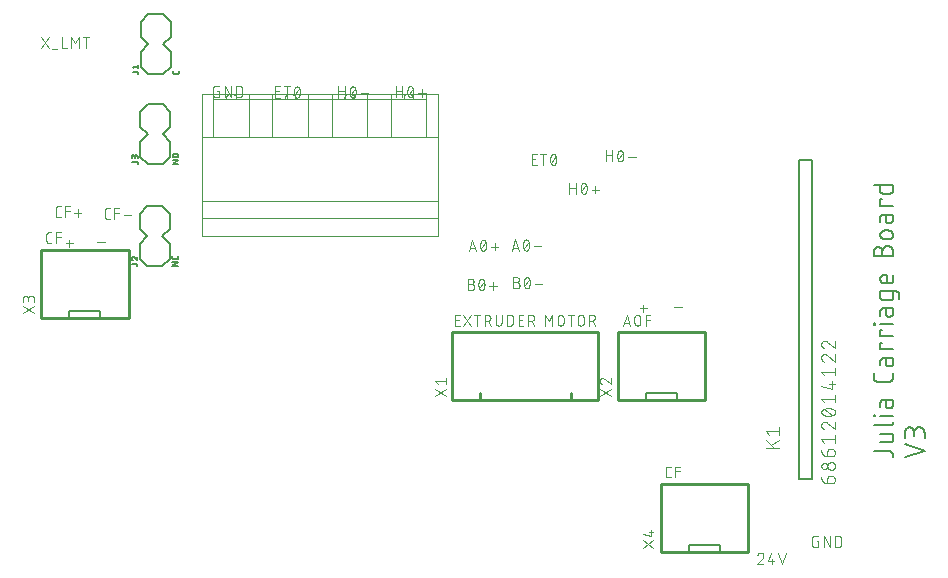
<source format=gbr>
G04 EAGLE Gerber RS-274X export*
G75*
%MOMM*%
%FSLAX34Y34*%
%LPD*%
%INSilkscreen Top*%
%IPPOS*%
%AMOC8*
5,1,8,0,0,1.08239X$1,22.5*%
G01*
%ADD10C,0.076200*%
%ADD11C,0.152400*%
%ADD12C,0.203200*%
%ADD13C,0.127000*%
%ADD14C,0.050000*%
%ADD15C,0.101600*%
%ADD16C,0.254000*%
%ADD17C,0.200000*%


D10*
X463282Y241935D02*
X459105Y241935D01*
X459105Y251333D01*
X463282Y251333D01*
X462238Y247156D02*
X459105Y247156D01*
X468708Y251333D02*
X468708Y241935D01*
X466098Y251333D02*
X471319Y251333D01*
X475415Y250028D02*
X475336Y249861D01*
X475261Y249692D01*
X475190Y249521D01*
X475123Y249349D01*
X475061Y249175D01*
X475002Y248999D01*
X474948Y248823D01*
X474898Y248645D01*
X474852Y248465D01*
X474810Y248285D01*
X474773Y248104D01*
X474740Y247922D01*
X474711Y247740D01*
X474687Y247556D01*
X474667Y247372D01*
X474652Y247188D01*
X474641Y247004D01*
X474634Y246819D01*
X474632Y246634D01*
X475415Y250028D02*
X475445Y250108D01*
X475478Y250187D01*
X475515Y250264D01*
X475555Y250340D01*
X475598Y250414D01*
X475644Y250486D01*
X475694Y250555D01*
X475746Y250623D01*
X475802Y250688D01*
X475860Y250751D01*
X475922Y250810D01*
X475985Y250868D01*
X476052Y250922D01*
X476120Y250973D01*
X476191Y251021D01*
X476264Y251066D01*
X476338Y251108D01*
X476415Y251146D01*
X476493Y251181D01*
X476572Y251213D01*
X476653Y251241D01*
X476735Y251265D01*
X476819Y251286D01*
X476902Y251303D01*
X476987Y251316D01*
X477072Y251325D01*
X477157Y251331D01*
X477243Y251333D01*
X477329Y251331D01*
X477414Y251325D01*
X477499Y251316D01*
X477584Y251303D01*
X477667Y251286D01*
X477751Y251265D01*
X477833Y251241D01*
X477914Y251213D01*
X477993Y251181D01*
X478071Y251146D01*
X478148Y251108D01*
X478222Y251066D01*
X478295Y251021D01*
X478366Y250973D01*
X478434Y250922D01*
X478501Y250868D01*
X478564Y250810D01*
X478626Y250751D01*
X478684Y250688D01*
X478740Y250623D01*
X478792Y250555D01*
X478842Y250486D01*
X478888Y250414D01*
X478931Y250340D01*
X478971Y250264D01*
X479008Y250187D01*
X479041Y250108D01*
X479071Y250028D01*
X479150Y249861D01*
X479225Y249692D01*
X479296Y249521D01*
X479363Y249349D01*
X479425Y249175D01*
X479484Y248999D01*
X479538Y248823D01*
X479588Y248645D01*
X479634Y248465D01*
X479676Y248285D01*
X479713Y248104D01*
X479746Y247922D01*
X479775Y247740D01*
X479799Y247556D01*
X479819Y247372D01*
X479834Y247188D01*
X479845Y247004D01*
X479852Y246819D01*
X479854Y246634D01*
X474632Y246634D02*
X474634Y246449D01*
X474641Y246264D01*
X474652Y246080D01*
X474667Y245896D01*
X474687Y245712D01*
X474711Y245528D01*
X474740Y245346D01*
X474773Y245164D01*
X474810Y244983D01*
X474852Y244803D01*
X474898Y244623D01*
X474948Y244445D01*
X475002Y244269D01*
X475061Y244093D01*
X475123Y243919D01*
X475190Y243747D01*
X475261Y243576D01*
X475336Y243407D01*
X475415Y243240D01*
X475445Y243160D01*
X475478Y243081D01*
X475515Y243004D01*
X475555Y242928D01*
X475598Y242854D01*
X475644Y242782D01*
X475694Y242713D01*
X475747Y242645D01*
X475802Y242580D01*
X475861Y242517D01*
X475922Y242458D01*
X475985Y242400D01*
X476052Y242346D01*
X476120Y242295D01*
X476191Y242247D01*
X476264Y242202D01*
X476338Y242160D01*
X476415Y242122D01*
X476493Y242087D01*
X476572Y242055D01*
X476653Y242027D01*
X476735Y242003D01*
X476819Y241982D01*
X476902Y241965D01*
X476987Y241952D01*
X477072Y241943D01*
X477157Y241937D01*
X477243Y241935D01*
X479070Y243240D02*
X479149Y243407D01*
X479224Y243576D01*
X479295Y243747D01*
X479362Y243919D01*
X479424Y244093D01*
X479483Y244269D01*
X479537Y244445D01*
X479587Y244623D01*
X479633Y244803D01*
X479675Y244983D01*
X479712Y245164D01*
X479745Y245346D01*
X479774Y245528D01*
X479798Y245712D01*
X479818Y245896D01*
X479833Y246080D01*
X479844Y246264D01*
X479851Y246449D01*
X479853Y246634D01*
X479071Y243240D02*
X479041Y243160D01*
X479008Y243081D01*
X478971Y243004D01*
X478931Y242928D01*
X478888Y242854D01*
X478842Y242782D01*
X478792Y242713D01*
X478740Y242645D01*
X478684Y242580D01*
X478626Y242517D01*
X478564Y242458D01*
X478501Y242400D01*
X478434Y242346D01*
X478366Y242295D01*
X478295Y242247D01*
X478222Y242202D01*
X478148Y242160D01*
X478071Y242122D01*
X477993Y242087D01*
X477914Y242055D01*
X477833Y242027D01*
X477751Y242003D01*
X477667Y241982D01*
X477584Y241965D01*
X477499Y241952D01*
X477414Y241943D01*
X477329Y241937D01*
X477243Y241935D01*
X475154Y244023D02*
X479331Y249245D01*
X491109Y226949D02*
X491109Y217551D01*
X491109Y222772D02*
X496330Y222772D01*
X496330Y226949D02*
X496330Y217551D01*
X500557Y222250D02*
X500559Y222435D01*
X500566Y222620D01*
X500577Y222804D01*
X500592Y222988D01*
X500612Y223172D01*
X500636Y223356D01*
X500665Y223538D01*
X500698Y223720D01*
X500735Y223901D01*
X500777Y224081D01*
X500823Y224261D01*
X500873Y224439D01*
X500927Y224615D01*
X500986Y224791D01*
X501048Y224965D01*
X501115Y225137D01*
X501186Y225308D01*
X501261Y225477D01*
X501340Y225644D01*
X501370Y225724D01*
X501403Y225803D01*
X501440Y225880D01*
X501480Y225956D01*
X501523Y226030D01*
X501569Y226102D01*
X501619Y226171D01*
X501671Y226239D01*
X501727Y226304D01*
X501785Y226367D01*
X501847Y226426D01*
X501910Y226484D01*
X501977Y226538D01*
X502045Y226589D01*
X502116Y226637D01*
X502189Y226682D01*
X502263Y226724D01*
X502340Y226762D01*
X502418Y226797D01*
X502497Y226829D01*
X502578Y226857D01*
X502660Y226881D01*
X502744Y226902D01*
X502827Y226919D01*
X502912Y226932D01*
X502997Y226941D01*
X503082Y226947D01*
X503168Y226949D01*
X503254Y226947D01*
X503339Y226941D01*
X503424Y226932D01*
X503509Y226919D01*
X503592Y226902D01*
X503676Y226881D01*
X503758Y226857D01*
X503839Y226829D01*
X503918Y226797D01*
X503996Y226762D01*
X504073Y226724D01*
X504147Y226682D01*
X504220Y226637D01*
X504291Y226589D01*
X504359Y226538D01*
X504426Y226484D01*
X504489Y226426D01*
X504551Y226367D01*
X504609Y226304D01*
X504665Y226239D01*
X504717Y226171D01*
X504767Y226102D01*
X504813Y226030D01*
X504856Y225956D01*
X504896Y225880D01*
X504933Y225803D01*
X504966Y225724D01*
X504996Y225644D01*
X505075Y225477D01*
X505150Y225308D01*
X505221Y225137D01*
X505288Y224965D01*
X505350Y224791D01*
X505409Y224615D01*
X505463Y224439D01*
X505513Y224261D01*
X505559Y224081D01*
X505601Y223901D01*
X505638Y223720D01*
X505671Y223538D01*
X505700Y223356D01*
X505724Y223172D01*
X505744Y222988D01*
X505759Y222804D01*
X505770Y222620D01*
X505777Y222435D01*
X505779Y222250D01*
X500558Y222250D02*
X500560Y222065D01*
X500567Y221880D01*
X500578Y221696D01*
X500593Y221512D01*
X500613Y221328D01*
X500637Y221144D01*
X500666Y220962D01*
X500699Y220780D01*
X500736Y220599D01*
X500778Y220419D01*
X500824Y220239D01*
X500874Y220061D01*
X500928Y219885D01*
X500987Y219709D01*
X501049Y219535D01*
X501116Y219363D01*
X501187Y219192D01*
X501262Y219023D01*
X501341Y218856D01*
X501340Y218856D02*
X501370Y218776D01*
X501403Y218697D01*
X501440Y218620D01*
X501480Y218544D01*
X501523Y218470D01*
X501569Y218398D01*
X501619Y218329D01*
X501672Y218261D01*
X501727Y218196D01*
X501786Y218133D01*
X501847Y218074D01*
X501910Y218016D01*
X501977Y217962D01*
X502045Y217911D01*
X502116Y217863D01*
X502189Y217818D01*
X502263Y217776D01*
X502340Y217738D01*
X502418Y217703D01*
X502497Y217671D01*
X502578Y217643D01*
X502660Y217619D01*
X502744Y217598D01*
X502827Y217581D01*
X502912Y217568D01*
X502997Y217559D01*
X503082Y217553D01*
X503168Y217551D01*
X504996Y218856D02*
X505075Y219023D01*
X505150Y219192D01*
X505221Y219363D01*
X505288Y219535D01*
X505350Y219709D01*
X505409Y219885D01*
X505463Y220061D01*
X505513Y220239D01*
X505559Y220419D01*
X505601Y220599D01*
X505638Y220780D01*
X505671Y220962D01*
X505700Y221144D01*
X505724Y221328D01*
X505744Y221512D01*
X505759Y221696D01*
X505770Y221880D01*
X505777Y222065D01*
X505779Y222250D01*
X504996Y218856D02*
X504966Y218776D01*
X504933Y218697D01*
X504896Y218620D01*
X504856Y218544D01*
X504813Y218470D01*
X504767Y218398D01*
X504717Y218329D01*
X504665Y218261D01*
X504609Y218196D01*
X504551Y218133D01*
X504489Y218074D01*
X504426Y218016D01*
X504359Y217962D01*
X504291Y217911D01*
X504220Y217863D01*
X504147Y217818D01*
X504073Y217776D01*
X503996Y217738D01*
X503918Y217703D01*
X503839Y217671D01*
X503758Y217643D01*
X503676Y217619D01*
X503592Y217598D01*
X503509Y217581D01*
X503424Y217568D01*
X503339Y217559D01*
X503254Y217553D01*
X503168Y217551D01*
X501080Y219639D02*
X505257Y224861D01*
X509789Y221206D02*
X516055Y221206D01*
X512922Y218073D02*
X512922Y224338D01*
X522097Y244983D02*
X522097Y254381D01*
X522097Y250204D02*
X527318Y250204D01*
X527318Y254381D02*
X527318Y244983D01*
X531545Y249682D02*
X531547Y249867D01*
X531554Y250052D01*
X531565Y250236D01*
X531580Y250420D01*
X531600Y250604D01*
X531624Y250788D01*
X531653Y250970D01*
X531686Y251152D01*
X531723Y251333D01*
X531765Y251513D01*
X531811Y251693D01*
X531861Y251871D01*
X531915Y252047D01*
X531974Y252223D01*
X532036Y252397D01*
X532103Y252569D01*
X532174Y252740D01*
X532249Y252909D01*
X532328Y253076D01*
X532358Y253156D01*
X532391Y253235D01*
X532428Y253312D01*
X532468Y253388D01*
X532511Y253462D01*
X532557Y253534D01*
X532607Y253603D01*
X532659Y253671D01*
X532715Y253736D01*
X532773Y253799D01*
X532835Y253858D01*
X532898Y253916D01*
X532965Y253970D01*
X533033Y254021D01*
X533104Y254069D01*
X533177Y254114D01*
X533251Y254156D01*
X533328Y254194D01*
X533406Y254229D01*
X533485Y254261D01*
X533566Y254289D01*
X533648Y254313D01*
X533732Y254334D01*
X533815Y254351D01*
X533900Y254364D01*
X533985Y254373D01*
X534070Y254379D01*
X534156Y254381D01*
X534242Y254379D01*
X534327Y254373D01*
X534412Y254364D01*
X534497Y254351D01*
X534580Y254334D01*
X534664Y254313D01*
X534746Y254289D01*
X534827Y254261D01*
X534906Y254229D01*
X534984Y254194D01*
X535061Y254156D01*
X535135Y254114D01*
X535208Y254069D01*
X535279Y254021D01*
X535347Y253970D01*
X535414Y253916D01*
X535477Y253858D01*
X535539Y253799D01*
X535597Y253736D01*
X535653Y253671D01*
X535705Y253603D01*
X535755Y253534D01*
X535801Y253462D01*
X535844Y253388D01*
X535884Y253312D01*
X535921Y253235D01*
X535954Y253156D01*
X535984Y253076D01*
X536063Y252909D01*
X536138Y252740D01*
X536209Y252569D01*
X536276Y252397D01*
X536338Y252223D01*
X536397Y252047D01*
X536451Y251871D01*
X536501Y251693D01*
X536547Y251513D01*
X536589Y251333D01*
X536626Y251152D01*
X536659Y250970D01*
X536688Y250788D01*
X536712Y250604D01*
X536732Y250420D01*
X536747Y250236D01*
X536758Y250052D01*
X536765Y249867D01*
X536767Y249682D01*
X531546Y249682D02*
X531548Y249497D01*
X531555Y249312D01*
X531566Y249128D01*
X531581Y248944D01*
X531601Y248760D01*
X531625Y248576D01*
X531654Y248394D01*
X531687Y248212D01*
X531724Y248031D01*
X531766Y247851D01*
X531812Y247671D01*
X531862Y247493D01*
X531916Y247317D01*
X531975Y247141D01*
X532037Y246967D01*
X532104Y246795D01*
X532175Y246624D01*
X532250Y246455D01*
X532329Y246288D01*
X532328Y246288D02*
X532358Y246208D01*
X532391Y246129D01*
X532428Y246052D01*
X532468Y245976D01*
X532511Y245902D01*
X532557Y245830D01*
X532607Y245761D01*
X532660Y245693D01*
X532715Y245628D01*
X532774Y245565D01*
X532835Y245506D01*
X532898Y245448D01*
X532965Y245394D01*
X533033Y245343D01*
X533104Y245295D01*
X533177Y245250D01*
X533251Y245208D01*
X533328Y245170D01*
X533406Y245135D01*
X533485Y245103D01*
X533566Y245075D01*
X533648Y245051D01*
X533732Y245030D01*
X533815Y245013D01*
X533900Y245000D01*
X533985Y244991D01*
X534070Y244985D01*
X534156Y244983D01*
X535984Y246288D02*
X536063Y246455D01*
X536138Y246624D01*
X536209Y246795D01*
X536276Y246967D01*
X536338Y247141D01*
X536397Y247317D01*
X536451Y247493D01*
X536501Y247671D01*
X536547Y247851D01*
X536589Y248031D01*
X536626Y248212D01*
X536659Y248394D01*
X536688Y248576D01*
X536712Y248760D01*
X536732Y248944D01*
X536747Y249128D01*
X536758Y249312D01*
X536765Y249497D01*
X536767Y249682D01*
X535984Y246288D02*
X535954Y246208D01*
X535921Y246129D01*
X535884Y246052D01*
X535844Y245976D01*
X535801Y245902D01*
X535755Y245830D01*
X535705Y245761D01*
X535653Y245693D01*
X535597Y245628D01*
X535539Y245565D01*
X535477Y245506D01*
X535414Y245448D01*
X535347Y245394D01*
X535279Y245343D01*
X535208Y245295D01*
X535135Y245250D01*
X535061Y245208D01*
X534984Y245170D01*
X534906Y245135D01*
X534827Y245103D01*
X534746Y245075D01*
X534664Y245051D01*
X534580Y245030D01*
X534497Y245013D01*
X534412Y245000D01*
X534327Y244991D01*
X534242Y244985D01*
X534156Y244983D01*
X532068Y247071D02*
X536245Y252293D01*
X540777Y248638D02*
X547043Y248638D01*
X408898Y178689D02*
X405765Y169291D01*
X412030Y169291D02*
X408898Y178689D01*
X411247Y171641D02*
X406548Y171641D01*
X415431Y173990D02*
X415433Y174175D01*
X415440Y174360D01*
X415451Y174544D01*
X415466Y174728D01*
X415486Y174912D01*
X415510Y175096D01*
X415539Y175278D01*
X415572Y175460D01*
X415609Y175641D01*
X415651Y175821D01*
X415697Y176001D01*
X415747Y176179D01*
X415801Y176355D01*
X415860Y176531D01*
X415922Y176705D01*
X415989Y176877D01*
X416060Y177048D01*
X416135Y177217D01*
X416214Y177384D01*
X416244Y177464D01*
X416277Y177543D01*
X416314Y177620D01*
X416354Y177696D01*
X416397Y177770D01*
X416443Y177842D01*
X416493Y177911D01*
X416545Y177979D01*
X416601Y178044D01*
X416659Y178107D01*
X416721Y178166D01*
X416784Y178224D01*
X416851Y178278D01*
X416919Y178329D01*
X416990Y178377D01*
X417063Y178422D01*
X417137Y178464D01*
X417214Y178502D01*
X417292Y178537D01*
X417371Y178569D01*
X417452Y178597D01*
X417534Y178621D01*
X417618Y178642D01*
X417701Y178659D01*
X417786Y178672D01*
X417871Y178681D01*
X417956Y178687D01*
X418042Y178689D01*
X418128Y178687D01*
X418213Y178681D01*
X418298Y178672D01*
X418383Y178659D01*
X418466Y178642D01*
X418550Y178621D01*
X418632Y178597D01*
X418713Y178569D01*
X418792Y178537D01*
X418870Y178502D01*
X418947Y178464D01*
X419021Y178422D01*
X419094Y178377D01*
X419165Y178329D01*
X419233Y178278D01*
X419300Y178224D01*
X419363Y178166D01*
X419425Y178107D01*
X419483Y178044D01*
X419539Y177979D01*
X419591Y177911D01*
X419641Y177842D01*
X419687Y177770D01*
X419730Y177696D01*
X419770Y177620D01*
X419807Y177543D01*
X419840Y177464D01*
X419870Y177384D01*
X419869Y177384D02*
X419948Y177217D01*
X420023Y177048D01*
X420094Y176877D01*
X420161Y176705D01*
X420223Y176531D01*
X420282Y176355D01*
X420336Y176179D01*
X420386Y176001D01*
X420432Y175821D01*
X420474Y175641D01*
X420511Y175460D01*
X420544Y175278D01*
X420573Y175096D01*
X420597Y174912D01*
X420617Y174728D01*
X420632Y174544D01*
X420643Y174360D01*
X420650Y174175D01*
X420652Y173990D01*
X415431Y173990D02*
X415433Y173805D01*
X415440Y173620D01*
X415451Y173436D01*
X415466Y173252D01*
X415486Y173068D01*
X415510Y172884D01*
X415539Y172702D01*
X415572Y172520D01*
X415609Y172339D01*
X415651Y172159D01*
X415697Y171979D01*
X415747Y171801D01*
X415801Y171625D01*
X415860Y171449D01*
X415922Y171275D01*
X415989Y171103D01*
X416060Y170932D01*
X416135Y170763D01*
X416214Y170596D01*
X416244Y170516D01*
X416277Y170437D01*
X416314Y170360D01*
X416354Y170284D01*
X416397Y170210D01*
X416443Y170138D01*
X416493Y170069D01*
X416546Y170001D01*
X416601Y169936D01*
X416660Y169873D01*
X416721Y169814D01*
X416784Y169756D01*
X416851Y169702D01*
X416919Y169651D01*
X416990Y169603D01*
X417063Y169558D01*
X417137Y169516D01*
X417214Y169478D01*
X417292Y169443D01*
X417371Y169411D01*
X417452Y169383D01*
X417534Y169359D01*
X417618Y169338D01*
X417701Y169321D01*
X417786Y169308D01*
X417871Y169299D01*
X417956Y169293D01*
X418042Y169291D01*
X419869Y170596D02*
X419948Y170763D01*
X420023Y170932D01*
X420094Y171103D01*
X420161Y171275D01*
X420223Y171449D01*
X420282Y171625D01*
X420336Y171801D01*
X420386Y171979D01*
X420432Y172159D01*
X420474Y172339D01*
X420511Y172520D01*
X420544Y172702D01*
X420573Y172884D01*
X420597Y173068D01*
X420617Y173252D01*
X420632Y173436D01*
X420643Y173620D01*
X420650Y173805D01*
X420652Y173990D01*
X419870Y170596D02*
X419840Y170516D01*
X419807Y170437D01*
X419770Y170360D01*
X419730Y170284D01*
X419687Y170210D01*
X419641Y170138D01*
X419591Y170069D01*
X419539Y170001D01*
X419483Y169936D01*
X419425Y169873D01*
X419363Y169814D01*
X419300Y169756D01*
X419233Y169702D01*
X419165Y169651D01*
X419094Y169603D01*
X419021Y169558D01*
X418947Y169516D01*
X418870Y169478D01*
X418792Y169443D01*
X418713Y169411D01*
X418632Y169383D01*
X418550Y169359D01*
X418466Y169338D01*
X418383Y169321D01*
X418298Y169308D01*
X418213Y169299D01*
X418128Y169293D01*
X418042Y169291D01*
X415953Y171379D02*
X420130Y176601D01*
X424663Y172946D02*
X430928Y172946D01*
X427795Y169813D02*
X427795Y176078D01*
X442087Y169545D02*
X445220Y178943D01*
X448352Y169545D01*
X447569Y171895D02*
X442870Y171895D01*
X451753Y174244D02*
X451755Y174429D01*
X451762Y174614D01*
X451773Y174798D01*
X451788Y174982D01*
X451808Y175166D01*
X451832Y175350D01*
X451861Y175532D01*
X451894Y175714D01*
X451931Y175895D01*
X451973Y176075D01*
X452019Y176255D01*
X452069Y176433D01*
X452123Y176609D01*
X452182Y176785D01*
X452244Y176959D01*
X452311Y177131D01*
X452382Y177302D01*
X452457Y177471D01*
X452536Y177638D01*
X452566Y177718D01*
X452599Y177797D01*
X452636Y177874D01*
X452676Y177950D01*
X452719Y178024D01*
X452765Y178096D01*
X452815Y178165D01*
X452867Y178233D01*
X452923Y178298D01*
X452981Y178361D01*
X453043Y178420D01*
X453106Y178478D01*
X453173Y178532D01*
X453241Y178583D01*
X453312Y178631D01*
X453385Y178676D01*
X453459Y178718D01*
X453536Y178756D01*
X453614Y178791D01*
X453693Y178823D01*
X453774Y178851D01*
X453856Y178875D01*
X453940Y178896D01*
X454023Y178913D01*
X454108Y178926D01*
X454193Y178935D01*
X454278Y178941D01*
X454364Y178943D01*
X454450Y178941D01*
X454535Y178935D01*
X454620Y178926D01*
X454705Y178913D01*
X454788Y178896D01*
X454872Y178875D01*
X454954Y178851D01*
X455035Y178823D01*
X455114Y178791D01*
X455192Y178756D01*
X455269Y178718D01*
X455343Y178676D01*
X455416Y178631D01*
X455487Y178583D01*
X455555Y178532D01*
X455622Y178478D01*
X455685Y178420D01*
X455747Y178361D01*
X455805Y178298D01*
X455861Y178233D01*
X455913Y178165D01*
X455963Y178096D01*
X456009Y178024D01*
X456052Y177950D01*
X456092Y177874D01*
X456129Y177797D01*
X456162Y177718D01*
X456192Y177638D01*
X456191Y177638D02*
X456270Y177471D01*
X456345Y177302D01*
X456416Y177131D01*
X456483Y176959D01*
X456545Y176785D01*
X456604Y176609D01*
X456658Y176433D01*
X456708Y176255D01*
X456754Y176075D01*
X456796Y175895D01*
X456833Y175714D01*
X456866Y175532D01*
X456895Y175350D01*
X456919Y175166D01*
X456939Y174982D01*
X456954Y174798D01*
X456965Y174614D01*
X456972Y174429D01*
X456974Y174244D01*
X451753Y174244D02*
X451755Y174059D01*
X451762Y173874D01*
X451773Y173690D01*
X451788Y173506D01*
X451808Y173322D01*
X451832Y173138D01*
X451861Y172956D01*
X451894Y172774D01*
X451931Y172593D01*
X451973Y172413D01*
X452019Y172233D01*
X452069Y172055D01*
X452123Y171879D01*
X452182Y171703D01*
X452244Y171529D01*
X452311Y171357D01*
X452382Y171186D01*
X452457Y171017D01*
X452536Y170850D01*
X452566Y170770D01*
X452599Y170691D01*
X452636Y170614D01*
X452676Y170538D01*
X452719Y170464D01*
X452765Y170392D01*
X452815Y170323D01*
X452868Y170255D01*
X452923Y170190D01*
X452982Y170127D01*
X453043Y170068D01*
X453106Y170010D01*
X453173Y169956D01*
X453241Y169905D01*
X453312Y169857D01*
X453385Y169812D01*
X453459Y169770D01*
X453536Y169732D01*
X453614Y169697D01*
X453693Y169665D01*
X453774Y169637D01*
X453856Y169613D01*
X453940Y169592D01*
X454023Y169575D01*
X454108Y169562D01*
X454193Y169553D01*
X454278Y169547D01*
X454364Y169545D01*
X456191Y170850D02*
X456270Y171017D01*
X456345Y171186D01*
X456416Y171357D01*
X456483Y171529D01*
X456545Y171703D01*
X456604Y171879D01*
X456658Y172055D01*
X456708Y172233D01*
X456754Y172413D01*
X456796Y172593D01*
X456833Y172774D01*
X456866Y172956D01*
X456895Y173138D01*
X456919Y173322D01*
X456939Y173506D01*
X456954Y173690D01*
X456965Y173874D01*
X456972Y174059D01*
X456974Y174244D01*
X456192Y170850D02*
X456162Y170770D01*
X456129Y170691D01*
X456092Y170614D01*
X456052Y170538D01*
X456009Y170464D01*
X455963Y170392D01*
X455913Y170323D01*
X455861Y170255D01*
X455805Y170190D01*
X455747Y170127D01*
X455685Y170068D01*
X455622Y170010D01*
X455555Y169956D01*
X455487Y169905D01*
X455416Y169857D01*
X455343Y169812D01*
X455269Y169770D01*
X455192Y169732D01*
X455114Y169697D01*
X455035Y169665D01*
X454954Y169637D01*
X454872Y169613D01*
X454788Y169592D01*
X454705Y169575D01*
X454620Y169562D01*
X454535Y169553D01*
X454450Y169547D01*
X454364Y169545D01*
X452275Y171633D02*
X456452Y176855D01*
X460985Y173200D02*
X467250Y173200D01*
X407868Y141238D02*
X405257Y141238D01*
X407868Y141239D02*
X407969Y141237D01*
X408070Y141231D01*
X408171Y141221D01*
X408271Y141208D01*
X408371Y141190D01*
X408470Y141169D01*
X408568Y141143D01*
X408665Y141114D01*
X408761Y141082D01*
X408855Y141045D01*
X408948Y141005D01*
X409040Y140961D01*
X409129Y140914D01*
X409217Y140863D01*
X409303Y140809D01*
X409386Y140752D01*
X409468Y140692D01*
X409546Y140628D01*
X409623Y140562D01*
X409696Y140492D01*
X409767Y140420D01*
X409835Y140345D01*
X409900Y140267D01*
X409962Y140187D01*
X410021Y140105D01*
X410077Y140020D01*
X410129Y139933D01*
X410178Y139845D01*
X410224Y139754D01*
X410265Y139662D01*
X410304Y139568D01*
X410338Y139473D01*
X410369Y139377D01*
X410396Y139279D01*
X410420Y139181D01*
X410439Y139081D01*
X410455Y138981D01*
X410467Y138881D01*
X410475Y138780D01*
X410479Y138679D01*
X410479Y138577D01*
X410475Y138476D01*
X410467Y138375D01*
X410455Y138275D01*
X410439Y138175D01*
X410420Y138075D01*
X410396Y137977D01*
X410369Y137879D01*
X410338Y137783D01*
X410304Y137688D01*
X410265Y137594D01*
X410224Y137502D01*
X410178Y137411D01*
X410129Y137322D01*
X410077Y137236D01*
X410021Y137151D01*
X409962Y137069D01*
X409900Y136989D01*
X409835Y136911D01*
X409767Y136836D01*
X409696Y136764D01*
X409623Y136694D01*
X409546Y136628D01*
X409468Y136564D01*
X409386Y136504D01*
X409303Y136447D01*
X409217Y136393D01*
X409129Y136342D01*
X409040Y136295D01*
X408948Y136251D01*
X408855Y136211D01*
X408761Y136174D01*
X408665Y136142D01*
X408568Y136113D01*
X408470Y136087D01*
X408371Y136066D01*
X408271Y136048D01*
X408171Y136035D01*
X408070Y136025D01*
X407969Y136019D01*
X407868Y136017D01*
X405257Y136017D01*
X405257Y145415D01*
X407868Y145415D01*
X407958Y145413D01*
X408047Y145407D01*
X408137Y145398D01*
X408226Y145384D01*
X408314Y145367D01*
X408401Y145346D01*
X408488Y145321D01*
X408573Y145292D01*
X408657Y145260D01*
X408739Y145225D01*
X408820Y145185D01*
X408899Y145143D01*
X408976Y145097D01*
X409051Y145047D01*
X409124Y144995D01*
X409195Y144939D01*
X409263Y144881D01*
X409328Y144819D01*
X409391Y144755D01*
X409451Y144688D01*
X409508Y144619D01*
X409562Y144547D01*
X409613Y144473D01*
X409661Y144397D01*
X409705Y144319D01*
X409746Y144239D01*
X409784Y144157D01*
X409818Y144074D01*
X409848Y143989D01*
X409875Y143903D01*
X409898Y143817D01*
X409917Y143729D01*
X409932Y143640D01*
X409944Y143551D01*
X409952Y143462D01*
X409956Y143372D01*
X409956Y143282D01*
X409952Y143192D01*
X409944Y143103D01*
X409932Y143014D01*
X409917Y142925D01*
X409898Y142837D01*
X409875Y142751D01*
X409848Y142665D01*
X409818Y142580D01*
X409784Y142497D01*
X409746Y142415D01*
X409705Y142335D01*
X409661Y142257D01*
X409613Y142181D01*
X409562Y142107D01*
X409508Y142035D01*
X409451Y141966D01*
X409391Y141899D01*
X409328Y141835D01*
X409263Y141773D01*
X409195Y141715D01*
X409124Y141659D01*
X409051Y141607D01*
X408976Y141557D01*
X408899Y141511D01*
X408820Y141469D01*
X408739Y141429D01*
X408657Y141394D01*
X408573Y141362D01*
X408488Y141333D01*
X408401Y141308D01*
X408314Y141287D01*
X408226Y141270D01*
X408137Y141256D01*
X408047Y141247D01*
X407958Y141241D01*
X407868Y141239D01*
X413965Y140716D02*
X413967Y140901D01*
X413974Y141086D01*
X413985Y141270D01*
X414000Y141454D01*
X414020Y141638D01*
X414044Y141822D01*
X414073Y142004D01*
X414106Y142186D01*
X414143Y142367D01*
X414185Y142547D01*
X414231Y142727D01*
X414281Y142905D01*
X414335Y143081D01*
X414394Y143257D01*
X414456Y143431D01*
X414523Y143603D01*
X414594Y143774D01*
X414669Y143943D01*
X414748Y144110D01*
X414747Y144110D02*
X414777Y144190D01*
X414810Y144269D01*
X414847Y144346D01*
X414887Y144422D01*
X414930Y144496D01*
X414976Y144568D01*
X415026Y144637D01*
X415078Y144705D01*
X415134Y144770D01*
X415192Y144833D01*
X415254Y144892D01*
X415317Y144950D01*
X415384Y145004D01*
X415452Y145055D01*
X415523Y145103D01*
X415596Y145148D01*
X415670Y145190D01*
X415747Y145228D01*
X415825Y145263D01*
X415904Y145295D01*
X415985Y145323D01*
X416067Y145347D01*
X416151Y145368D01*
X416234Y145385D01*
X416319Y145398D01*
X416404Y145407D01*
X416489Y145413D01*
X416575Y145415D01*
X416661Y145413D01*
X416746Y145407D01*
X416831Y145398D01*
X416916Y145385D01*
X416999Y145368D01*
X417083Y145347D01*
X417165Y145323D01*
X417246Y145295D01*
X417325Y145263D01*
X417403Y145228D01*
X417480Y145190D01*
X417554Y145148D01*
X417627Y145103D01*
X417698Y145055D01*
X417766Y145004D01*
X417833Y144950D01*
X417896Y144892D01*
X417958Y144833D01*
X418016Y144770D01*
X418072Y144705D01*
X418124Y144637D01*
X418174Y144568D01*
X418220Y144496D01*
X418263Y144422D01*
X418303Y144346D01*
X418340Y144269D01*
X418373Y144190D01*
X418403Y144110D01*
X418482Y143943D01*
X418557Y143774D01*
X418628Y143603D01*
X418695Y143431D01*
X418757Y143257D01*
X418816Y143081D01*
X418870Y142905D01*
X418920Y142727D01*
X418966Y142547D01*
X419008Y142367D01*
X419045Y142186D01*
X419078Y142004D01*
X419107Y141822D01*
X419131Y141638D01*
X419151Y141454D01*
X419166Y141270D01*
X419177Y141086D01*
X419184Y140901D01*
X419186Y140716D01*
X413965Y140716D02*
X413967Y140531D01*
X413974Y140346D01*
X413985Y140162D01*
X414000Y139978D01*
X414020Y139794D01*
X414044Y139610D01*
X414073Y139428D01*
X414106Y139246D01*
X414143Y139065D01*
X414185Y138885D01*
X414231Y138705D01*
X414281Y138527D01*
X414335Y138351D01*
X414394Y138175D01*
X414456Y138001D01*
X414523Y137829D01*
X414594Y137658D01*
X414669Y137489D01*
X414748Y137322D01*
X414747Y137322D02*
X414777Y137242D01*
X414810Y137163D01*
X414847Y137086D01*
X414887Y137010D01*
X414930Y136936D01*
X414976Y136864D01*
X415026Y136795D01*
X415079Y136727D01*
X415134Y136662D01*
X415193Y136599D01*
X415254Y136540D01*
X415317Y136482D01*
X415384Y136428D01*
X415452Y136377D01*
X415523Y136329D01*
X415596Y136284D01*
X415670Y136242D01*
X415747Y136204D01*
X415825Y136169D01*
X415904Y136137D01*
X415985Y136109D01*
X416067Y136085D01*
X416151Y136064D01*
X416234Y136047D01*
X416319Y136034D01*
X416404Y136025D01*
X416489Y136019D01*
X416575Y136017D01*
X418403Y137322D02*
X418482Y137489D01*
X418557Y137658D01*
X418628Y137829D01*
X418695Y138001D01*
X418757Y138175D01*
X418816Y138351D01*
X418870Y138527D01*
X418920Y138705D01*
X418966Y138885D01*
X419008Y139065D01*
X419045Y139246D01*
X419078Y139428D01*
X419107Y139610D01*
X419131Y139794D01*
X419151Y139978D01*
X419166Y140162D01*
X419177Y140346D01*
X419184Y140531D01*
X419186Y140716D01*
X418403Y137322D02*
X418373Y137242D01*
X418340Y137163D01*
X418303Y137086D01*
X418263Y137010D01*
X418220Y136936D01*
X418174Y136864D01*
X418124Y136795D01*
X418072Y136727D01*
X418016Y136662D01*
X417958Y136599D01*
X417896Y136540D01*
X417833Y136482D01*
X417766Y136428D01*
X417698Y136377D01*
X417627Y136329D01*
X417554Y136284D01*
X417480Y136242D01*
X417403Y136204D01*
X417325Y136169D01*
X417246Y136137D01*
X417165Y136109D01*
X417083Y136085D01*
X416999Y136064D01*
X416916Y136047D01*
X416831Y136034D01*
X416746Y136025D01*
X416661Y136019D01*
X416575Y136017D01*
X414487Y138105D02*
X418664Y143327D01*
X423196Y139672D02*
X429462Y139672D01*
X426329Y136539D02*
X426329Y142804D01*
X443611Y142762D02*
X446222Y142762D01*
X446222Y142763D02*
X446323Y142761D01*
X446424Y142755D01*
X446525Y142745D01*
X446625Y142732D01*
X446725Y142714D01*
X446824Y142693D01*
X446922Y142667D01*
X447019Y142638D01*
X447115Y142606D01*
X447209Y142569D01*
X447302Y142529D01*
X447394Y142485D01*
X447483Y142438D01*
X447571Y142387D01*
X447657Y142333D01*
X447740Y142276D01*
X447822Y142216D01*
X447900Y142152D01*
X447977Y142086D01*
X448050Y142016D01*
X448121Y141944D01*
X448189Y141869D01*
X448254Y141791D01*
X448316Y141711D01*
X448375Y141629D01*
X448431Y141544D01*
X448483Y141457D01*
X448532Y141369D01*
X448578Y141278D01*
X448619Y141186D01*
X448658Y141092D01*
X448692Y140997D01*
X448723Y140901D01*
X448750Y140803D01*
X448774Y140705D01*
X448793Y140605D01*
X448809Y140505D01*
X448821Y140405D01*
X448829Y140304D01*
X448833Y140203D01*
X448833Y140101D01*
X448829Y140000D01*
X448821Y139899D01*
X448809Y139799D01*
X448793Y139699D01*
X448774Y139599D01*
X448750Y139501D01*
X448723Y139403D01*
X448692Y139307D01*
X448658Y139212D01*
X448619Y139118D01*
X448578Y139026D01*
X448532Y138935D01*
X448483Y138846D01*
X448431Y138760D01*
X448375Y138675D01*
X448316Y138593D01*
X448254Y138513D01*
X448189Y138435D01*
X448121Y138360D01*
X448050Y138288D01*
X447977Y138218D01*
X447900Y138152D01*
X447822Y138088D01*
X447740Y138028D01*
X447657Y137971D01*
X447571Y137917D01*
X447483Y137866D01*
X447394Y137819D01*
X447302Y137775D01*
X447209Y137735D01*
X447115Y137698D01*
X447019Y137666D01*
X446922Y137637D01*
X446824Y137611D01*
X446725Y137590D01*
X446625Y137572D01*
X446525Y137559D01*
X446424Y137549D01*
X446323Y137543D01*
X446222Y137541D01*
X443611Y137541D01*
X443611Y146939D01*
X446222Y146939D01*
X446312Y146937D01*
X446401Y146931D01*
X446491Y146922D01*
X446580Y146908D01*
X446668Y146891D01*
X446755Y146870D01*
X446842Y146845D01*
X446927Y146816D01*
X447011Y146784D01*
X447093Y146749D01*
X447174Y146709D01*
X447253Y146667D01*
X447330Y146621D01*
X447405Y146571D01*
X447478Y146519D01*
X447549Y146463D01*
X447617Y146405D01*
X447682Y146343D01*
X447745Y146279D01*
X447805Y146212D01*
X447862Y146143D01*
X447916Y146071D01*
X447967Y145997D01*
X448015Y145921D01*
X448059Y145843D01*
X448100Y145763D01*
X448138Y145681D01*
X448172Y145598D01*
X448202Y145513D01*
X448229Y145427D01*
X448252Y145341D01*
X448271Y145253D01*
X448286Y145164D01*
X448298Y145075D01*
X448306Y144986D01*
X448310Y144896D01*
X448310Y144806D01*
X448306Y144716D01*
X448298Y144627D01*
X448286Y144538D01*
X448271Y144449D01*
X448252Y144361D01*
X448229Y144275D01*
X448202Y144189D01*
X448172Y144104D01*
X448138Y144021D01*
X448100Y143939D01*
X448059Y143859D01*
X448015Y143781D01*
X447967Y143705D01*
X447916Y143631D01*
X447862Y143559D01*
X447805Y143490D01*
X447745Y143423D01*
X447682Y143359D01*
X447617Y143297D01*
X447549Y143239D01*
X447478Y143183D01*
X447405Y143131D01*
X447330Y143081D01*
X447253Y143035D01*
X447174Y142993D01*
X447093Y142953D01*
X447011Y142918D01*
X446927Y142886D01*
X446842Y142857D01*
X446755Y142832D01*
X446668Y142811D01*
X446580Y142794D01*
X446491Y142780D01*
X446401Y142771D01*
X446312Y142765D01*
X446222Y142763D01*
X452319Y142240D02*
X452321Y142425D01*
X452328Y142610D01*
X452339Y142794D01*
X452354Y142978D01*
X452374Y143162D01*
X452398Y143346D01*
X452427Y143528D01*
X452460Y143710D01*
X452497Y143891D01*
X452539Y144071D01*
X452585Y144251D01*
X452635Y144429D01*
X452689Y144605D01*
X452748Y144781D01*
X452810Y144955D01*
X452877Y145127D01*
X452948Y145298D01*
X453023Y145467D01*
X453102Y145634D01*
X453101Y145634D02*
X453131Y145714D01*
X453164Y145793D01*
X453201Y145870D01*
X453241Y145946D01*
X453284Y146020D01*
X453330Y146092D01*
X453380Y146161D01*
X453432Y146229D01*
X453488Y146294D01*
X453546Y146357D01*
X453608Y146416D01*
X453671Y146474D01*
X453738Y146528D01*
X453806Y146579D01*
X453877Y146627D01*
X453950Y146672D01*
X454024Y146714D01*
X454101Y146752D01*
X454179Y146787D01*
X454258Y146819D01*
X454339Y146847D01*
X454421Y146871D01*
X454505Y146892D01*
X454588Y146909D01*
X454673Y146922D01*
X454758Y146931D01*
X454843Y146937D01*
X454929Y146939D01*
X455015Y146937D01*
X455100Y146931D01*
X455185Y146922D01*
X455270Y146909D01*
X455353Y146892D01*
X455437Y146871D01*
X455519Y146847D01*
X455600Y146819D01*
X455679Y146787D01*
X455757Y146752D01*
X455834Y146714D01*
X455908Y146672D01*
X455981Y146627D01*
X456052Y146579D01*
X456120Y146528D01*
X456187Y146474D01*
X456250Y146416D01*
X456312Y146357D01*
X456370Y146294D01*
X456426Y146229D01*
X456478Y146161D01*
X456528Y146092D01*
X456574Y146020D01*
X456617Y145946D01*
X456657Y145870D01*
X456694Y145793D01*
X456727Y145714D01*
X456757Y145634D01*
X456836Y145467D01*
X456911Y145298D01*
X456982Y145127D01*
X457049Y144955D01*
X457111Y144781D01*
X457170Y144605D01*
X457224Y144429D01*
X457274Y144251D01*
X457320Y144071D01*
X457362Y143891D01*
X457399Y143710D01*
X457432Y143528D01*
X457461Y143346D01*
X457485Y143162D01*
X457505Y142978D01*
X457520Y142794D01*
X457531Y142610D01*
X457538Y142425D01*
X457540Y142240D01*
X452319Y142240D02*
X452321Y142055D01*
X452328Y141870D01*
X452339Y141686D01*
X452354Y141502D01*
X452374Y141318D01*
X452398Y141134D01*
X452427Y140952D01*
X452460Y140770D01*
X452497Y140589D01*
X452539Y140409D01*
X452585Y140229D01*
X452635Y140051D01*
X452689Y139875D01*
X452748Y139699D01*
X452810Y139525D01*
X452877Y139353D01*
X452948Y139182D01*
X453023Y139013D01*
X453102Y138846D01*
X453101Y138846D02*
X453131Y138766D01*
X453164Y138687D01*
X453201Y138610D01*
X453241Y138534D01*
X453284Y138460D01*
X453330Y138388D01*
X453380Y138319D01*
X453433Y138251D01*
X453488Y138186D01*
X453547Y138123D01*
X453608Y138064D01*
X453671Y138006D01*
X453738Y137952D01*
X453806Y137901D01*
X453877Y137853D01*
X453950Y137808D01*
X454024Y137766D01*
X454101Y137728D01*
X454179Y137693D01*
X454258Y137661D01*
X454339Y137633D01*
X454421Y137609D01*
X454505Y137588D01*
X454588Y137571D01*
X454673Y137558D01*
X454758Y137549D01*
X454843Y137543D01*
X454929Y137541D01*
X456757Y138846D02*
X456836Y139013D01*
X456911Y139182D01*
X456982Y139353D01*
X457049Y139525D01*
X457111Y139699D01*
X457170Y139875D01*
X457224Y140051D01*
X457274Y140229D01*
X457320Y140409D01*
X457362Y140589D01*
X457399Y140770D01*
X457432Y140952D01*
X457461Y141134D01*
X457485Y141318D01*
X457505Y141502D01*
X457520Y141686D01*
X457531Y141870D01*
X457538Y142055D01*
X457540Y142240D01*
X456757Y138846D02*
X456727Y138766D01*
X456694Y138687D01*
X456657Y138610D01*
X456617Y138534D01*
X456574Y138460D01*
X456528Y138388D01*
X456478Y138319D01*
X456426Y138251D01*
X456370Y138186D01*
X456312Y138123D01*
X456250Y138064D01*
X456187Y138006D01*
X456120Y137952D01*
X456052Y137901D01*
X455981Y137853D01*
X455908Y137808D01*
X455834Y137766D01*
X455757Y137728D01*
X455679Y137693D01*
X455600Y137661D01*
X455519Y137633D01*
X455437Y137609D01*
X455353Y137588D01*
X455270Y137571D01*
X455185Y137558D01*
X455100Y137549D01*
X455015Y137543D01*
X454929Y137541D01*
X452841Y139629D02*
X457018Y144851D01*
X461550Y141196D02*
X467816Y141196D01*
X60184Y197739D02*
X58095Y197739D01*
X58006Y197741D01*
X57918Y197747D01*
X57830Y197756D01*
X57742Y197769D01*
X57655Y197786D01*
X57569Y197806D01*
X57484Y197831D01*
X57399Y197858D01*
X57316Y197890D01*
X57235Y197924D01*
X57155Y197963D01*
X57077Y198004D01*
X57000Y198049D01*
X56926Y198097D01*
X56853Y198148D01*
X56783Y198202D01*
X56716Y198260D01*
X56650Y198320D01*
X56588Y198382D01*
X56528Y198448D01*
X56470Y198515D01*
X56416Y198585D01*
X56365Y198658D01*
X56317Y198732D01*
X56272Y198809D01*
X56231Y198887D01*
X56192Y198967D01*
X56158Y199048D01*
X56126Y199131D01*
X56099Y199216D01*
X56074Y199301D01*
X56054Y199387D01*
X56037Y199474D01*
X56024Y199562D01*
X56015Y199650D01*
X56009Y199738D01*
X56007Y199827D01*
X56007Y205049D01*
X56009Y205140D01*
X56015Y205231D01*
X56025Y205322D01*
X56039Y205412D01*
X56056Y205501D01*
X56078Y205589D01*
X56104Y205677D01*
X56133Y205763D01*
X56166Y205848D01*
X56203Y205931D01*
X56243Y206013D01*
X56287Y206093D01*
X56334Y206171D01*
X56385Y206247D01*
X56438Y206320D01*
X56495Y206391D01*
X56556Y206460D01*
X56619Y206525D01*
X56684Y206588D01*
X56753Y206648D01*
X56824Y206706D01*
X56897Y206759D01*
X56973Y206810D01*
X57051Y206857D01*
X57131Y206901D01*
X57213Y206941D01*
X57296Y206978D01*
X57381Y207011D01*
X57467Y207040D01*
X57555Y207066D01*
X57643Y207088D01*
X57732Y207105D01*
X57822Y207119D01*
X57913Y207129D01*
X58004Y207135D01*
X58095Y207137D01*
X60184Y207137D01*
X63975Y207137D02*
X63975Y197739D01*
X63975Y207137D02*
X68152Y207137D01*
X68152Y202960D02*
X63975Y202960D01*
X71665Y201394D02*
X77930Y201394D01*
X74798Y204526D02*
X74798Y198261D01*
X100005Y196215D02*
X102094Y196215D01*
X100005Y196215D02*
X99916Y196217D01*
X99828Y196223D01*
X99740Y196232D01*
X99652Y196245D01*
X99565Y196262D01*
X99479Y196282D01*
X99394Y196307D01*
X99309Y196334D01*
X99226Y196366D01*
X99145Y196400D01*
X99065Y196439D01*
X98987Y196480D01*
X98910Y196525D01*
X98836Y196573D01*
X98763Y196624D01*
X98693Y196678D01*
X98626Y196736D01*
X98560Y196796D01*
X98498Y196858D01*
X98438Y196924D01*
X98380Y196991D01*
X98326Y197061D01*
X98275Y197134D01*
X98227Y197208D01*
X98182Y197285D01*
X98141Y197363D01*
X98102Y197443D01*
X98068Y197524D01*
X98036Y197607D01*
X98009Y197692D01*
X97984Y197777D01*
X97964Y197863D01*
X97947Y197950D01*
X97934Y198038D01*
X97925Y198126D01*
X97919Y198214D01*
X97917Y198303D01*
X97917Y203525D01*
X97919Y203616D01*
X97925Y203707D01*
X97935Y203798D01*
X97949Y203888D01*
X97966Y203977D01*
X97988Y204065D01*
X98014Y204153D01*
X98043Y204239D01*
X98076Y204324D01*
X98113Y204407D01*
X98153Y204489D01*
X98197Y204569D01*
X98244Y204647D01*
X98295Y204723D01*
X98348Y204796D01*
X98405Y204867D01*
X98466Y204936D01*
X98529Y205001D01*
X98594Y205064D01*
X98663Y205124D01*
X98734Y205182D01*
X98807Y205235D01*
X98883Y205286D01*
X98961Y205333D01*
X99041Y205377D01*
X99123Y205417D01*
X99206Y205454D01*
X99291Y205487D01*
X99377Y205516D01*
X99465Y205542D01*
X99553Y205564D01*
X99642Y205581D01*
X99732Y205595D01*
X99823Y205605D01*
X99914Y205611D01*
X100005Y205613D01*
X102094Y205613D01*
X105885Y205613D02*
X105885Y196215D01*
X105885Y205613D02*
X110062Y205613D01*
X110062Y201436D02*
X105885Y201436D01*
X113575Y199870D02*
X119840Y199870D01*
X44069Y341249D02*
X50334Y350647D01*
X44069Y350647D02*
X50334Y341249D01*
X53343Y340205D02*
X57520Y340205D01*
X61372Y341249D02*
X61372Y350647D01*
X61372Y341249D02*
X65549Y341249D01*
X69367Y341249D02*
X69367Y350647D01*
X72500Y345426D01*
X75633Y350647D01*
X75633Y341249D01*
X81949Y341249D02*
X81949Y350647D01*
X84559Y350647D02*
X79338Y350647D01*
X550545Y120622D02*
X556810Y120622D01*
X553678Y123754D02*
X553678Y117489D01*
X579755Y121638D02*
X586020Y121638D01*
X652985Y-86233D02*
X653080Y-86235D01*
X653174Y-86241D01*
X653268Y-86250D01*
X653362Y-86263D01*
X653455Y-86280D01*
X653547Y-86301D01*
X653639Y-86326D01*
X653729Y-86354D01*
X653818Y-86386D01*
X653906Y-86421D01*
X653992Y-86460D01*
X654077Y-86502D01*
X654160Y-86548D01*
X654241Y-86597D01*
X654320Y-86649D01*
X654397Y-86704D01*
X654471Y-86763D01*
X654543Y-86824D01*
X654613Y-86888D01*
X654680Y-86955D01*
X654744Y-87025D01*
X654805Y-87097D01*
X654864Y-87171D01*
X654919Y-87248D01*
X654971Y-87327D01*
X655020Y-87408D01*
X655066Y-87491D01*
X655108Y-87576D01*
X655147Y-87662D01*
X655182Y-87750D01*
X655214Y-87839D01*
X655242Y-87929D01*
X655267Y-88021D01*
X655288Y-88113D01*
X655305Y-88206D01*
X655318Y-88300D01*
X655327Y-88394D01*
X655333Y-88488D01*
X655335Y-88583D01*
X652985Y-86233D02*
X652877Y-86235D01*
X652768Y-86241D01*
X652660Y-86251D01*
X652553Y-86264D01*
X652446Y-86282D01*
X652339Y-86303D01*
X652234Y-86328D01*
X652129Y-86357D01*
X652026Y-86389D01*
X651924Y-86426D01*
X651823Y-86466D01*
X651724Y-86509D01*
X651626Y-86556D01*
X651530Y-86607D01*
X651436Y-86661D01*
X651344Y-86718D01*
X651254Y-86779D01*
X651166Y-86843D01*
X651081Y-86909D01*
X650998Y-86979D01*
X650918Y-87052D01*
X650840Y-87128D01*
X650765Y-87206D01*
X650693Y-87287D01*
X650624Y-87371D01*
X650558Y-87457D01*
X650495Y-87545D01*
X650436Y-87636D01*
X650379Y-87728D01*
X650326Y-87823D01*
X650277Y-87920D01*
X650231Y-88018D01*
X650188Y-88117D01*
X650149Y-88219D01*
X650114Y-88321D01*
X654552Y-90411D02*
X654621Y-90342D01*
X654687Y-90271D01*
X654751Y-90198D01*
X654812Y-90122D01*
X654870Y-90043D01*
X654924Y-89963D01*
X654976Y-89880D01*
X655024Y-89796D01*
X655070Y-89710D01*
X655111Y-89622D01*
X655150Y-89532D01*
X655185Y-89441D01*
X655216Y-89349D01*
X655244Y-89256D01*
X655268Y-89162D01*
X655288Y-89067D01*
X655305Y-88971D01*
X655318Y-88874D01*
X655327Y-88777D01*
X655333Y-88680D01*
X655335Y-88583D01*
X654551Y-90410D02*
X650113Y-95631D01*
X655334Y-95631D01*
X659257Y-93543D02*
X661345Y-86233D01*
X659257Y-93543D02*
X664478Y-93543D01*
X662912Y-91454D02*
X662912Y-95631D01*
X671011Y-95631D02*
X667879Y-86233D01*
X674144Y-86233D02*
X671011Y-95631D01*
X700250Y-76440D02*
X701816Y-76440D01*
X701816Y-81661D01*
X698683Y-81661D01*
X698594Y-81659D01*
X698506Y-81653D01*
X698418Y-81644D01*
X698330Y-81631D01*
X698243Y-81614D01*
X698157Y-81594D01*
X698072Y-81569D01*
X697987Y-81542D01*
X697904Y-81510D01*
X697823Y-81476D01*
X697743Y-81437D01*
X697665Y-81396D01*
X697588Y-81351D01*
X697514Y-81303D01*
X697441Y-81252D01*
X697371Y-81198D01*
X697304Y-81140D01*
X697238Y-81080D01*
X697176Y-81018D01*
X697116Y-80952D01*
X697058Y-80885D01*
X697004Y-80815D01*
X696953Y-80742D01*
X696905Y-80668D01*
X696860Y-80591D01*
X696819Y-80513D01*
X696780Y-80433D01*
X696746Y-80352D01*
X696714Y-80269D01*
X696687Y-80184D01*
X696662Y-80099D01*
X696642Y-80013D01*
X696625Y-79926D01*
X696612Y-79838D01*
X696603Y-79750D01*
X696597Y-79662D01*
X696595Y-79573D01*
X696595Y-74351D01*
X696597Y-74260D01*
X696603Y-74169D01*
X696613Y-74078D01*
X696627Y-73988D01*
X696645Y-73899D01*
X696666Y-73810D01*
X696692Y-73723D01*
X696721Y-73637D01*
X696754Y-73552D01*
X696791Y-73468D01*
X696831Y-73386D01*
X696875Y-73307D01*
X696922Y-73229D01*
X696973Y-73153D01*
X697027Y-73079D01*
X697084Y-73008D01*
X697144Y-72940D01*
X697207Y-72874D01*
X697273Y-72811D01*
X697341Y-72751D01*
X697412Y-72694D01*
X697486Y-72640D01*
X697562Y-72589D01*
X697639Y-72542D01*
X697719Y-72498D01*
X697801Y-72458D01*
X697885Y-72421D01*
X697969Y-72388D01*
X698056Y-72359D01*
X698143Y-72333D01*
X698232Y-72312D01*
X698321Y-72294D01*
X698411Y-72280D01*
X698502Y-72270D01*
X698593Y-72264D01*
X698684Y-72262D01*
X698683Y-72263D02*
X701816Y-72263D01*
X706349Y-72263D02*
X706349Y-81661D01*
X711570Y-81661D02*
X706349Y-72263D01*
X711570Y-72263D02*
X711570Y-81661D01*
X716102Y-81661D02*
X716102Y-72263D01*
X718713Y-72263D01*
X718813Y-72265D01*
X718913Y-72271D01*
X719012Y-72280D01*
X719112Y-72294D01*
X719210Y-72311D01*
X719308Y-72332D01*
X719405Y-72356D01*
X719501Y-72385D01*
X719596Y-72417D01*
X719689Y-72452D01*
X719781Y-72491D01*
X719872Y-72534D01*
X719960Y-72580D01*
X720047Y-72630D01*
X720132Y-72682D01*
X720215Y-72738D01*
X720296Y-72797D01*
X720374Y-72860D01*
X720450Y-72925D01*
X720524Y-72993D01*
X720594Y-73063D01*
X720662Y-73137D01*
X720727Y-73213D01*
X720790Y-73291D01*
X720849Y-73372D01*
X720905Y-73455D01*
X720957Y-73540D01*
X721007Y-73627D01*
X721053Y-73715D01*
X721096Y-73806D01*
X721135Y-73898D01*
X721170Y-73991D01*
X721202Y-74086D01*
X721231Y-74182D01*
X721255Y-74279D01*
X721276Y-74377D01*
X721293Y-74475D01*
X721307Y-74575D01*
X721316Y-74674D01*
X721322Y-74774D01*
X721324Y-74874D01*
X721323Y-74874D02*
X721323Y-79050D01*
X721324Y-79050D02*
X721322Y-79150D01*
X721316Y-79250D01*
X721307Y-79349D01*
X721293Y-79449D01*
X721276Y-79547D01*
X721255Y-79645D01*
X721231Y-79742D01*
X721202Y-79838D01*
X721170Y-79933D01*
X721135Y-80026D01*
X721096Y-80118D01*
X721053Y-80209D01*
X721007Y-80297D01*
X720957Y-80384D01*
X720905Y-80469D01*
X720849Y-80552D01*
X720790Y-80633D01*
X720727Y-80711D01*
X720662Y-80787D01*
X720594Y-80861D01*
X720524Y-80931D01*
X720450Y-80999D01*
X720374Y-81064D01*
X720296Y-81127D01*
X720215Y-81186D01*
X720132Y-81242D01*
X720047Y-81294D01*
X719960Y-81344D01*
X719872Y-81390D01*
X719781Y-81433D01*
X719689Y-81472D01*
X719596Y-81507D01*
X719501Y-81539D01*
X719405Y-81568D01*
X719308Y-81592D01*
X719210Y-81613D01*
X719112Y-81630D01*
X719012Y-81644D01*
X718913Y-81653D01*
X718813Y-81659D01*
X718713Y-81661D01*
X716102Y-81661D01*
X194578Y304560D02*
X193012Y304560D01*
X194578Y304560D02*
X194578Y299339D01*
X191445Y299339D01*
X191356Y299341D01*
X191268Y299347D01*
X191180Y299356D01*
X191092Y299369D01*
X191005Y299386D01*
X190919Y299406D01*
X190834Y299431D01*
X190749Y299458D01*
X190666Y299490D01*
X190585Y299524D01*
X190505Y299563D01*
X190427Y299604D01*
X190350Y299649D01*
X190276Y299697D01*
X190203Y299748D01*
X190133Y299802D01*
X190066Y299860D01*
X190000Y299920D01*
X189938Y299982D01*
X189878Y300048D01*
X189820Y300115D01*
X189766Y300185D01*
X189715Y300258D01*
X189667Y300332D01*
X189622Y300409D01*
X189581Y300487D01*
X189542Y300567D01*
X189508Y300648D01*
X189476Y300731D01*
X189449Y300816D01*
X189424Y300901D01*
X189404Y300987D01*
X189387Y301074D01*
X189374Y301162D01*
X189365Y301250D01*
X189359Y301338D01*
X189357Y301427D01*
X189357Y306649D01*
X189359Y306740D01*
X189365Y306831D01*
X189375Y306922D01*
X189389Y307012D01*
X189406Y307101D01*
X189428Y307189D01*
X189454Y307277D01*
X189483Y307363D01*
X189516Y307448D01*
X189553Y307531D01*
X189593Y307613D01*
X189637Y307693D01*
X189684Y307771D01*
X189735Y307847D01*
X189788Y307920D01*
X189845Y307991D01*
X189906Y308060D01*
X189969Y308125D01*
X190034Y308188D01*
X190103Y308248D01*
X190174Y308306D01*
X190247Y308359D01*
X190323Y308410D01*
X190401Y308457D01*
X190481Y308501D01*
X190563Y308541D01*
X190646Y308578D01*
X190731Y308611D01*
X190817Y308640D01*
X190905Y308666D01*
X190993Y308688D01*
X191082Y308705D01*
X191172Y308719D01*
X191263Y308729D01*
X191354Y308735D01*
X191445Y308737D01*
X194578Y308737D01*
X199111Y308737D02*
X199111Y299339D01*
X204332Y299339D02*
X199111Y308737D01*
X204332Y308737D02*
X204332Y299339D01*
X208864Y299339D02*
X208864Y308737D01*
X211475Y308737D01*
X211575Y308735D01*
X211675Y308729D01*
X211774Y308720D01*
X211874Y308706D01*
X211972Y308689D01*
X212070Y308668D01*
X212167Y308644D01*
X212263Y308615D01*
X212358Y308583D01*
X212451Y308548D01*
X212543Y308509D01*
X212634Y308466D01*
X212722Y308420D01*
X212809Y308370D01*
X212894Y308318D01*
X212977Y308262D01*
X213058Y308203D01*
X213136Y308140D01*
X213212Y308075D01*
X213286Y308007D01*
X213356Y307937D01*
X213424Y307863D01*
X213489Y307787D01*
X213552Y307709D01*
X213611Y307628D01*
X213667Y307545D01*
X213719Y307460D01*
X213769Y307373D01*
X213815Y307285D01*
X213858Y307194D01*
X213897Y307102D01*
X213932Y307009D01*
X213964Y306914D01*
X213993Y306818D01*
X214017Y306721D01*
X214038Y306623D01*
X214055Y306525D01*
X214069Y306425D01*
X214078Y306326D01*
X214084Y306226D01*
X214086Y306126D01*
X214085Y306126D02*
X214085Y301950D01*
X214086Y301950D02*
X214084Y301850D01*
X214078Y301750D01*
X214069Y301651D01*
X214055Y301551D01*
X214038Y301453D01*
X214017Y301355D01*
X213993Y301258D01*
X213964Y301162D01*
X213932Y301067D01*
X213897Y300974D01*
X213858Y300882D01*
X213815Y300791D01*
X213769Y300703D01*
X213719Y300616D01*
X213667Y300531D01*
X213611Y300448D01*
X213552Y300367D01*
X213489Y300289D01*
X213424Y300213D01*
X213356Y300139D01*
X213286Y300069D01*
X213212Y300001D01*
X213136Y299936D01*
X213058Y299873D01*
X212977Y299814D01*
X212894Y299758D01*
X212809Y299706D01*
X212722Y299656D01*
X212634Y299610D01*
X212543Y299567D01*
X212451Y299528D01*
X212358Y299493D01*
X212263Y299461D01*
X212167Y299432D01*
X212070Y299408D01*
X211972Y299387D01*
X211874Y299370D01*
X211774Y299356D01*
X211675Y299347D01*
X211575Y299341D01*
X211475Y299339D01*
X208864Y299339D01*
X242189Y299085D02*
X246366Y299085D01*
X242189Y299085D02*
X242189Y308483D01*
X246366Y308483D01*
X245322Y304306D02*
X242189Y304306D01*
X251792Y308483D02*
X251792Y299085D01*
X249182Y308483D02*
X254403Y308483D01*
X258499Y307178D02*
X258420Y307011D01*
X258345Y306842D01*
X258274Y306671D01*
X258207Y306499D01*
X258145Y306325D01*
X258086Y306149D01*
X258032Y305973D01*
X257982Y305795D01*
X257936Y305615D01*
X257894Y305435D01*
X257857Y305254D01*
X257824Y305072D01*
X257795Y304890D01*
X257771Y304706D01*
X257751Y304522D01*
X257736Y304338D01*
X257725Y304154D01*
X257718Y303969D01*
X257716Y303784D01*
X258499Y307178D02*
X258529Y307258D01*
X258562Y307337D01*
X258599Y307414D01*
X258639Y307490D01*
X258682Y307564D01*
X258728Y307636D01*
X258778Y307705D01*
X258830Y307773D01*
X258886Y307838D01*
X258944Y307901D01*
X259006Y307960D01*
X259069Y308018D01*
X259136Y308072D01*
X259204Y308123D01*
X259275Y308171D01*
X259348Y308216D01*
X259422Y308258D01*
X259499Y308296D01*
X259577Y308331D01*
X259656Y308363D01*
X259737Y308391D01*
X259819Y308415D01*
X259903Y308436D01*
X259986Y308453D01*
X260071Y308466D01*
X260156Y308475D01*
X260241Y308481D01*
X260327Y308483D01*
X260413Y308481D01*
X260498Y308475D01*
X260583Y308466D01*
X260668Y308453D01*
X260751Y308436D01*
X260835Y308415D01*
X260917Y308391D01*
X260998Y308363D01*
X261077Y308331D01*
X261155Y308296D01*
X261232Y308258D01*
X261306Y308216D01*
X261379Y308171D01*
X261450Y308123D01*
X261518Y308072D01*
X261585Y308018D01*
X261648Y307960D01*
X261710Y307901D01*
X261768Y307838D01*
X261824Y307773D01*
X261876Y307705D01*
X261926Y307636D01*
X261972Y307564D01*
X262015Y307490D01*
X262055Y307414D01*
X262092Y307337D01*
X262125Y307258D01*
X262155Y307178D01*
X262234Y307011D01*
X262309Y306842D01*
X262380Y306671D01*
X262447Y306499D01*
X262509Y306325D01*
X262568Y306149D01*
X262622Y305973D01*
X262672Y305795D01*
X262718Y305615D01*
X262760Y305435D01*
X262797Y305254D01*
X262830Y305072D01*
X262859Y304890D01*
X262883Y304706D01*
X262903Y304522D01*
X262918Y304338D01*
X262929Y304154D01*
X262936Y303969D01*
X262938Y303784D01*
X257716Y303784D02*
X257718Y303599D01*
X257725Y303414D01*
X257736Y303230D01*
X257751Y303046D01*
X257771Y302862D01*
X257795Y302678D01*
X257824Y302496D01*
X257857Y302314D01*
X257894Y302133D01*
X257936Y301953D01*
X257982Y301773D01*
X258032Y301595D01*
X258086Y301419D01*
X258145Y301243D01*
X258207Y301069D01*
X258274Y300897D01*
X258345Y300726D01*
X258420Y300557D01*
X258499Y300390D01*
X258529Y300310D01*
X258562Y300231D01*
X258599Y300154D01*
X258639Y300078D01*
X258682Y300004D01*
X258728Y299932D01*
X258778Y299863D01*
X258831Y299795D01*
X258886Y299730D01*
X258945Y299667D01*
X259006Y299608D01*
X259069Y299550D01*
X259136Y299496D01*
X259204Y299445D01*
X259275Y299397D01*
X259348Y299352D01*
X259422Y299310D01*
X259499Y299272D01*
X259577Y299237D01*
X259656Y299205D01*
X259737Y299177D01*
X259819Y299153D01*
X259903Y299132D01*
X259986Y299115D01*
X260071Y299102D01*
X260156Y299093D01*
X260241Y299087D01*
X260327Y299085D01*
X262154Y300390D02*
X262233Y300557D01*
X262308Y300726D01*
X262379Y300897D01*
X262446Y301069D01*
X262508Y301243D01*
X262567Y301419D01*
X262621Y301595D01*
X262671Y301773D01*
X262717Y301953D01*
X262759Y302133D01*
X262796Y302314D01*
X262829Y302496D01*
X262858Y302678D01*
X262882Y302862D01*
X262902Y303046D01*
X262917Y303230D01*
X262928Y303414D01*
X262935Y303599D01*
X262937Y303784D01*
X262155Y300390D02*
X262125Y300310D01*
X262092Y300231D01*
X262055Y300154D01*
X262015Y300078D01*
X261972Y300004D01*
X261926Y299932D01*
X261876Y299863D01*
X261824Y299795D01*
X261768Y299730D01*
X261710Y299667D01*
X261648Y299608D01*
X261585Y299550D01*
X261518Y299496D01*
X261450Y299445D01*
X261379Y299397D01*
X261306Y299352D01*
X261232Y299310D01*
X261155Y299272D01*
X261077Y299237D01*
X260998Y299205D01*
X260917Y299177D01*
X260835Y299153D01*
X260751Y299132D01*
X260668Y299115D01*
X260583Y299102D01*
X260498Y299093D01*
X260413Y299087D01*
X260327Y299085D01*
X258238Y301173D02*
X262415Y306395D01*
X295529Y308483D02*
X295529Y299085D01*
X295529Y304306D02*
X300750Y304306D01*
X300750Y308483D02*
X300750Y299085D01*
X304977Y303784D02*
X304979Y303969D01*
X304986Y304154D01*
X304997Y304338D01*
X305012Y304522D01*
X305032Y304706D01*
X305056Y304890D01*
X305085Y305072D01*
X305118Y305254D01*
X305155Y305435D01*
X305197Y305615D01*
X305243Y305795D01*
X305293Y305973D01*
X305347Y306149D01*
X305406Y306325D01*
X305468Y306499D01*
X305535Y306671D01*
X305606Y306842D01*
X305681Y307011D01*
X305760Y307178D01*
X305790Y307258D01*
X305823Y307337D01*
X305860Y307414D01*
X305900Y307490D01*
X305943Y307564D01*
X305989Y307636D01*
X306039Y307705D01*
X306091Y307773D01*
X306147Y307838D01*
X306205Y307901D01*
X306267Y307960D01*
X306330Y308018D01*
X306397Y308072D01*
X306465Y308123D01*
X306536Y308171D01*
X306609Y308216D01*
X306683Y308258D01*
X306760Y308296D01*
X306838Y308331D01*
X306917Y308363D01*
X306998Y308391D01*
X307080Y308415D01*
X307164Y308436D01*
X307247Y308453D01*
X307332Y308466D01*
X307417Y308475D01*
X307502Y308481D01*
X307588Y308483D01*
X307674Y308481D01*
X307759Y308475D01*
X307844Y308466D01*
X307929Y308453D01*
X308012Y308436D01*
X308096Y308415D01*
X308178Y308391D01*
X308259Y308363D01*
X308338Y308331D01*
X308416Y308296D01*
X308493Y308258D01*
X308567Y308216D01*
X308640Y308171D01*
X308711Y308123D01*
X308779Y308072D01*
X308846Y308018D01*
X308909Y307960D01*
X308971Y307901D01*
X309029Y307838D01*
X309085Y307773D01*
X309137Y307705D01*
X309187Y307636D01*
X309233Y307564D01*
X309276Y307490D01*
X309316Y307414D01*
X309353Y307337D01*
X309386Y307258D01*
X309416Y307178D01*
X309495Y307011D01*
X309570Y306842D01*
X309641Y306671D01*
X309708Y306499D01*
X309770Y306325D01*
X309829Y306149D01*
X309883Y305973D01*
X309933Y305795D01*
X309979Y305615D01*
X310021Y305435D01*
X310058Y305254D01*
X310091Y305072D01*
X310120Y304890D01*
X310144Y304706D01*
X310164Y304522D01*
X310179Y304338D01*
X310190Y304154D01*
X310197Y303969D01*
X310199Y303784D01*
X304978Y303784D02*
X304980Y303599D01*
X304987Y303414D01*
X304998Y303230D01*
X305013Y303046D01*
X305033Y302862D01*
X305057Y302678D01*
X305086Y302496D01*
X305119Y302314D01*
X305156Y302133D01*
X305198Y301953D01*
X305244Y301773D01*
X305294Y301595D01*
X305348Y301419D01*
X305407Y301243D01*
X305469Y301069D01*
X305536Y300897D01*
X305607Y300726D01*
X305682Y300557D01*
X305761Y300390D01*
X305760Y300390D02*
X305790Y300310D01*
X305823Y300231D01*
X305860Y300154D01*
X305900Y300078D01*
X305943Y300004D01*
X305989Y299932D01*
X306039Y299863D01*
X306092Y299795D01*
X306147Y299730D01*
X306206Y299667D01*
X306267Y299608D01*
X306330Y299550D01*
X306397Y299496D01*
X306465Y299445D01*
X306536Y299397D01*
X306609Y299352D01*
X306683Y299310D01*
X306760Y299272D01*
X306838Y299237D01*
X306917Y299205D01*
X306998Y299177D01*
X307080Y299153D01*
X307164Y299132D01*
X307247Y299115D01*
X307332Y299102D01*
X307417Y299093D01*
X307502Y299087D01*
X307588Y299085D01*
X309416Y300390D02*
X309495Y300557D01*
X309570Y300726D01*
X309641Y300897D01*
X309708Y301069D01*
X309770Y301243D01*
X309829Y301419D01*
X309883Y301595D01*
X309933Y301773D01*
X309979Y301953D01*
X310021Y302133D01*
X310058Y302314D01*
X310091Y302496D01*
X310120Y302678D01*
X310144Y302862D01*
X310164Y303046D01*
X310179Y303230D01*
X310190Y303414D01*
X310197Y303599D01*
X310199Y303784D01*
X309416Y300390D02*
X309386Y300310D01*
X309353Y300231D01*
X309316Y300154D01*
X309276Y300078D01*
X309233Y300004D01*
X309187Y299932D01*
X309137Y299863D01*
X309085Y299795D01*
X309029Y299730D01*
X308971Y299667D01*
X308909Y299608D01*
X308846Y299550D01*
X308779Y299496D01*
X308711Y299445D01*
X308640Y299397D01*
X308567Y299352D01*
X308493Y299310D01*
X308416Y299272D01*
X308338Y299237D01*
X308259Y299205D01*
X308178Y299177D01*
X308096Y299153D01*
X308012Y299132D01*
X307929Y299115D01*
X307844Y299102D01*
X307759Y299093D01*
X307674Y299087D01*
X307588Y299085D01*
X305500Y301173D02*
X309677Y306395D01*
X314209Y302740D02*
X320475Y302740D01*
X344297Y299339D02*
X344297Y308737D01*
X344297Y304560D02*
X349518Y304560D01*
X349518Y308737D02*
X349518Y299339D01*
X353745Y304038D02*
X353747Y304223D01*
X353754Y304408D01*
X353765Y304592D01*
X353780Y304776D01*
X353800Y304960D01*
X353824Y305144D01*
X353853Y305326D01*
X353886Y305508D01*
X353923Y305689D01*
X353965Y305869D01*
X354011Y306049D01*
X354061Y306227D01*
X354115Y306403D01*
X354174Y306579D01*
X354236Y306753D01*
X354303Y306925D01*
X354374Y307096D01*
X354449Y307265D01*
X354528Y307432D01*
X354558Y307512D01*
X354591Y307591D01*
X354628Y307668D01*
X354668Y307744D01*
X354711Y307818D01*
X354757Y307890D01*
X354807Y307959D01*
X354859Y308027D01*
X354915Y308092D01*
X354973Y308155D01*
X355035Y308214D01*
X355098Y308272D01*
X355165Y308326D01*
X355233Y308377D01*
X355304Y308425D01*
X355377Y308470D01*
X355451Y308512D01*
X355528Y308550D01*
X355606Y308585D01*
X355685Y308617D01*
X355766Y308645D01*
X355848Y308669D01*
X355932Y308690D01*
X356015Y308707D01*
X356100Y308720D01*
X356185Y308729D01*
X356270Y308735D01*
X356356Y308737D01*
X356442Y308735D01*
X356527Y308729D01*
X356612Y308720D01*
X356697Y308707D01*
X356780Y308690D01*
X356864Y308669D01*
X356946Y308645D01*
X357027Y308617D01*
X357106Y308585D01*
X357184Y308550D01*
X357261Y308512D01*
X357335Y308470D01*
X357408Y308425D01*
X357479Y308377D01*
X357547Y308326D01*
X357614Y308272D01*
X357677Y308214D01*
X357739Y308155D01*
X357797Y308092D01*
X357853Y308027D01*
X357905Y307959D01*
X357955Y307890D01*
X358001Y307818D01*
X358044Y307744D01*
X358084Y307668D01*
X358121Y307591D01*
X358154Y307512D01*
X358184Y307432D01*
X358263Y307265D01*
X358338Y307096D01*
X358409Y306925D01*
X358476Y306753D01*
X358538Y306579D01*
X358597Y306403D01*
X358651Y306227D01*
X358701Y306049D01*
X358747Y305869D01*
X358789Y305689D01*
X358826Y305508D01*
X358859Y305326D01*
X358888Y305144D01*
X358912Y304960D01*
X358932Y304776D01*
X358947Y304592D01*
X358958Y304408D01*
X358965Y304223D01*
X358967Y304038D01*
X353746Y304038D02*
X353748Y303853D01*
X353755Y303668D01*
X353766Y303484D01*
X353781Y303300D01*
X353801Y303116D01*
X353825Y302932D01*
X353854Y302750D01*
X353887Y302568D01*
X353924Y302387D01*
X353966Y302207D01*
X354012Y302027D01*
X354062Y301849D01*
X354116Y301673D01*
X354175Y301497D01*
X354237Y301323D01*
X354304Y301151D01*
X354375Y300980D01*
X354450Y300811D01*
X354529Y300644D01*
X354528Y300644D02*
X354558Y300564D01*
X354591Y300485D01*
X354628Y300408D01*
X354668Y300332D01*
X354711Y300258D01*
X354757Y300186D01*
X354807Y300117D01*
X354860Y300049D01*
X354915Y299984D01*
X354974Y299921D01*
X355035Y299862D01*
X355098Y299804D01*
X355165Y299750D01*
X355233Y299699D01*
X355304Y299651D01*
X355377Y299606D01*
X355451Y299564D01*
X355528Y299526D01*
X355606Y299491D01*
X355685Y299459D01*
X355766Y299431D01*
X355848Y299407D01*
X355932Y299386D01*
X356015Y299369D01*
X356100Y299356D01*
X356185Y299347D01*
X356270Y299341D01*
X356356Y299339D01*
X358184Y300644D02*
X358263Y300811D01*
X358338Y300980D01*
X358409Y301151D01*
X358476Y301323D01*
X358538Y301497D01*
X358597Y301673D01*
X358651Y301849D01*
X358701Y302027D01*
X358747Y302207D01*
X358789Y302387D01*
X358826Y302568D01*
X358859Y302750D01*
X358888Y302932D01*
X358912Y303116D01*
X358932Y303300D01*
X358947Y303484D01*
X358958Y303668D01*
X358965Y303853D01*
X358967Y304038D01*
X358184Y300644D02*
X358154Y300564D01*
X358121Y300485D01*
X358084Y300408D01*
X358044Y300332D01*
X358001Y300258D01*
X357955Y300186D01*
X357905Y300117D01*
X357853Y300049D01*
X357797Y299984D01*
X357739Y299921D01*
X357677Y299862D01*
X357614Y299804D01*
X357547Y299750D01*
X357479Y299699D01*
X357408Y299651D01*
X357335Y299606D01*
X357261Y299564D01*
X357184Y299526D01*
X357106Y299491D01*
X357027Y299459D01*
X356946Y299431D01*
X356864Y299407D01*
X356780Y299386D01*
X356697Y299369D01*
X356612Y299356D01*
X356527Y299347D01*
X356442Y299341D01*
X356356Y299339D01*
X354268Y301427D02*
X358445Y306649D01*
X362977Y302994D02*
X369243Y302994D01*
X366110Y299861D02*
X366110Y306126D01*
D11*
X748792Y-57D02*
X761436Y-57D01*
X761554Y-59D01*
X761672Y-65D01*
X761790Y-74D01*
X761907Y-88D01*
X762024Y-105D01*
X762141Y-126D01*
X762256Y-151D01*
X762371Y-180D01*
X762485Y-213D01*
X762597Y-249D01*
X762708Y-289D01*
X762818Y-332D01*
X762927Y-379D01*
X763034Y-429D01*
X763139Y-484D01*
X763242Y-541D01*
X763343Y-602D01*
X763443Y-666D01*
X763540Y-733D01*
X763635Y-803D01*
X763727Y-877D01*
X763818Y-953D01*
X763905Y-1033D01*
X763990Y-1115D01*
X764072Y-1200D01*
X764152Y-1287D01*
X764228Y-1378D01*
X764302Y-1470D01*
X764372Y-1565D01*
X764439Y-1662D01*
X764503Y-1762D01*
X764564Y-1863D01*
X764621Y-1966D01*
X764676Y-2071D01*
X764726Y-2178D01*
X764773Y-2287D01*
X764816Y-2397D01*
X764856Y-2508D01*
X764892Y-2620D01*
X764925Y-2734D01*
X764954Y-2849D01*
X764979Y-2964D01*
X765000Y-3081D01*
X765017Y-3198D01*
X765031Y-3315D01*
X765040Y-3433D01*
X765046Y-3551D01*
X765048Y-3669D01*
X765048Y-5476D01*
X762339Y7392D02*
X754211Y7392D01*
X762339Y7392D02*
X762440Y7394D01*
X762541Y7400D01*
X762642Y7409D01*
X762743Y7422D01*
X762843Y7439D01*
X762942Y7460D01*
X763040Y7484D01*
X763137Y7512D01*
X763234Y7544D01*
X763329Y7579D01*
X763422Y7618D01*
X763514Y7660D01*
X763605Y7706D01*
X763694Y7755D01*
X763780Y7807D01*
X763865Y7863D01*
X763948Y7921D01*
X764028Y7983D01*
X764106Y8048D01*
X764182Y8115D01*
X764255Y8185D01*
X764325Y8258D01*
X764392Y8334D01*
X764457Y8412D01*
X764519Y8492D01*
X764577Y8575D01*
X764633Y8660D01*
X764685Y8746D01*
X764734Y8835D01*
X764780Y8926D01*
X764822Y9018D01*
X764861Y9111D01*
X764896Y9206D01*
X764928Y9303D01*
X764956Y9400D01*
X764980Y9498D01*
X765001Y9597D01*
X765018Y9697D01*
X765031Y9798D01*
X765040Y9899D01*
X765046Y10000D01*
X765048Y10101D01*
X765048Y14617D01*
X754211Y14617D01*
X748792Y21697D02*
X762339Y21697D01*
X762440Y21699D01*
X762541Y21705D01*
X762642Y21714D01*
X762743Y21727D01*
X762843Y21744D01*
X762942Y21765D01*
X763040Y21789D01*
X763137Y21817D01*
X763234Y21849D01*
X763329Y21884D01*
X763422Y21923D01*
X763514Y21965D01*
X763605Y22011D01*
X763694Y22060D01*
X763780Y22112D01*
X763865Y22168D01*
X763948Y22226D01*
X764028Y22288D01*
X764106Y22353D01*
X764182Y22420D01*
X764255Y22490D01*
X764325Y22563D01*
X764392Y22639D01*
X764457Y22717D01*
X764519Y22797D01*
X764577Y22880D01*
X764633Y22965D01*
X764685Y23051D01*
X764734Y23140D01*
X764780Y23231D01*
X764822Y23323D01*
X764861Y23416D01*
X764896Y23511D01*
X764928Y23608D01*
X764956Y23705D01*
X764980Y23803D01*
X765001Y23902D01*
X765018Y24002D01*
X765031Y24103D01*
X765040Y24204D01*
X765046Y24305D01*
X765048Y24406D01*
X765048Y29762D02*
X754211Y29762D01*
X749695Y29310D02*
X748792Y29310D01*
X748792Y30214D01*
X749695Y30214D01*
X749695Y29310D01*
X758726Y39137D02*
X758726Y43201D01*
X758726Y39137D02*
X758728Y39025D01*
X758734Y38914D01*
X758744Y38803D01*
X758757Y38692D01*
X758775Y38582D01*
X758797Y38473D01*
X758822Y38364D01*
X758851Y38256D01*
X758884Y38150D01*
X758921Y38044D01*
X758961Y37940D01*
X759005Y37838D01*
X759053Y37737D01*
X759104Y37638D01*
X759159Y37540D01*
X759217Y37445D01*
X759278Y37352D01*
X759343Y37261D01*
X759411Y37172D01*
X759482Y37086D01*
X759555Y37003D01*
X759632Y36922D01*
X759712Y36843D01*
X759794Y36768D01*
X759879Y36696D01*
X759966Y36626D01*
X760056Y36560D01*
X760148Y36497D01*
X760243Y36437D01*
X760339Y36381D01*
X760437Y36328D01*
X760537Y36279D01*
X760639Y36233D01*
X760742Y36191D01*
X760847Y36152D01*
X760953Y36117D01*
X761060Y36086D01*
X761168Y36059D01*
X761277Y36035D01*
X761387Y36016D01*
X761497Y36000D01*
X761608Y35988D01*
X761720Y35980D01*
X761831Y35976D01*
X761943Y35976D01*
X762054Y35980D01*
X762166Y35988D01*
X762277Y36000D01*
X762387Y36016D01*
X762497Y36035D01*
X762606Y36059D01*
X762714Y36086D01*
X762821Y36117D01*
X762927Y36152D01*
X763032Y36191D01*
X763135Y36233D01*
X763237Y36279D01*
X763337Y36328D01*
X763435Y36381D01*
X763531Y36437D01*
X763626Y36497D01*
X763718Y36560D01*
X763808Y36626D01*
X763895Y36696D01*
X763980Y36768D01*
X764062Y36843D01*
X764142Y36922D01*
X764219Y37003D01*
X764292Y37086D01*
X764363Y37172D01*
X764431Y37261D01*
X764496Y37352D01*
X764557Y37445D01*
X764615Y37540D01*
X764670Y37638D01*
X764721Y37737D01*
X764769Y37838D01*
X764813Y37940D01*
X764853Y38044D01*
X764890Y38150D01*
X764923Y38256D01*
X764952Y38364D01*
X764977Y38473D01*
X764999Y38582D01*
X765017Y38692D01*
X765030Y38803D01*
X765040Y38914D01*
X765046Y39025D01*
X765048Y39137D01*
X765048Y43201D01*
X756920Y43201D01*
X756819Y43199D01*
X756718Y43193D01*
X756617Y43184D01*
X756516Y43171D01*
X756416Y43154D01*
X756317Y43133D01*
X756219Y43109D01*
X756122Y43081D01*
X756025Y43049D01*
X755930Y43014D01*
X755837Y42975D01*
X755745Y42933D01*
X755654Y42887D01*
X755566Y42838D01*
X755479Y42786D01*
X755394Y42730D01*
X755311Y42672D01*
X755231Y42610D01*
X755153Y42545D01*
X755077Y42478D01*
X755004Y42408D01*
X754934Y42335D01*
X754867Y42259D01*
X754802Y42181D01*
X754740Y42101D01*
X754682Y42018D01*
X754626Y41933D01*
X754574Y41847D01*
X754525Y41758D01*
X754479Y41667D01*
X754437Y41575D01*
X754398Y41482D01*
X754363Y41387D01*
X754331Y41290D01*
X754303Y41193D01*
X754279Y41095D01*
X754258Y40996D01*
X754241Y40896D01*
X754228Y40795D01*
X754219Y40694D01*
X754213Y40593D01*
X754211Y40492D01*
X754211Y36879D01*
X765048Y62166D02*
X765048Y65778D01*
X765048Y62166D02*
X765046Y62048D01*
X765040Y61930D01*
X765031Y61812D01*
X765017Y61695D01*
X765000Y61578D01*
X764979Y61461D01*
X764954Y61346D01*
X764925Y61231D01*
X764892Y61117D01*
X764856Y61005D01*
X764816Y60894D01*
X764773Y60784D01*
X764726Y60675D01*
X764676Y60568D01*
X764621Y60463D01*
X764564Y60360D01*
X764503Y60259D01*
X764439Y60159D01*
X764372Y60062D01*
X764302Y59967D01*
X764228Y59875D01*
X764152Y59784D01*
X764072Y59697D01*
X763990Y59612D01*
X763905Y59530D01*
X763818Y59450D01*
X763727Y59374D01*
X763635Y59300D01*
X763540Y59230D01*
X763443Y59163D01*
X763343Y59099D01*
X763242Y59038D01*
X763139Y58981D01*
X763034Y58926D01*
X762927Y58876D01*
X762818Y58829D01*
X762708Y58786D01*
X762597Y58746D01*
X762485Y58710D01*
X762371Y58677D01*
X762256Y58648D01*
X762141Y58623D01*
X762024Y58602D01*
X761907Y58585D01*
X761790Y58571D01*
X761672Y58562D01*
X761554Y58556D01*
X761436Y58554D01*
X752404Y58554D01*
X752404Y58553D02*
X752286Y58555D01*
X752168Y58561D01*
X752050Y58570D01*
X751932Y58584D01*
X751815Y58601D01*
X751699Y58622D01*
X751584Y58647D01*
X751469Y58676D01*
X751355Y58709D01*
X751243Y58745D01*
X751131Y58785D01*
X751021Y58828D01*
X750913Y58875D01*
X750806Y58926D01*
X750701Y58980D01*
X750598Y59037D01*
X750496Y59098D01*
X750397Y59162D01*
X750300Y59229D01*
X750205Y59300D01*
X750112Y59373D01*
X750022Y59450D01*
X749934Y59529D01*
X749849Y59611D01*
X749767Y59696D01*
X749688Y59784D01*
X749611Y59874D01*
X749538Y59967D01*
X749467Y60061D01*
X749400Y60159D01*
X749336Y60258D01*
X749275Y60359D01*
X749218Y60463D01*
X749164Y60568D01*
X749113Y60675D01*
X749066Y60783D01*
X749023Y60893D01*
X748983Y61005D01*
X748947Y61117D01*
X748914Y61231D01*
X748885Y61346D01*
X748860Y61461D01*
X748839Y61577D01*
X748822Y61694D01*
X748808Y61812D01*
X748799Y61930D01*
X748793Y62048D01*
X748791Y62166D01*
X748792Y62166D02*
X748792Y65778D01*
X758726Y74568D02*
X758726Y78632D01*
X758726Y74568D02*
X758728Y74456D01*
X758734Y74345D01*
X758744Y74234D01*
X758757Y74123D01*
X758775Y74013D01*
X758797Y73904D01*
X758822Y73795D01*
X758851Y73687D01*
X758884Y73581D01*
X758921Y73475D01*
X758961Y73371D01*
X759005Y73269D01*
X759053Y73168D01*
X759104Y73069D01*
X759159Y72971D01*
X759217Y72876D01*
X759278Y72783D01*
X759343Y72692D01*
X759411Y72603D01*
X759482Y72517D01*
X759555Y72434D01*
X759632Y72353D01*
X759712Y72274D01*
X759794Y72199D01*
X759879Y72127D01*
X759966Y72057D01*
X760056Y71991D01*
X760148Y71928D01*
X760243Y71868D01*
X760339Y71812D01*
X760437Y71759D01*
X760537Y71710D01*
X760639Y71664D01*
X760742Y71622D01*
X760847Y71583D01*
X760953Y71548D01*
X761060Y71517D01*
X761168Y71490D01*
X761277Y71466D01*
X761387Y71447D01*
X761497Y71431D01*
X761608Y71419D01*
X761720Y71411D01*
X761831Y71407D01*
X761943Y71407D01*
X762054Y71411D01*
X762166Y71419D01*
X762277Y71431D01*
X762387Y71447D01*
X762497Y71466D01*
X762606Y71490D01*
X762714Y71517D01*
X762821Y71548D01*
X762927Y71583D01*
X763032Y71622D01*
X763135Y71664D01*
X763237Y71710D01*
X763337Y71759D01*
X763435Y71812D01*
X763531Y71868D01*
X763626Y71928D01*
X763718Y71991D01*
X763808Y72057D01*
X763895Y72127D01*
X763980Y72199D01*
X764062Y72274D01*
X764142Y72353D01*
X764219Y72434D01*
X764292Y72517D01*
X764363Y72603D01*
X764431Y72692D01*
X764496Y72783D01*
X764557Y72876D01*
X764615Y72971D01*
X764670Y73069D01*
X764721Y73168D01*
X764769Y73269D01*
X764813Y73371D01*
X764853Y73475D01*
X764890Y73581D01*
X764923Y73687D01*
X764952Y73795D01*
X764977Y73904D01*
X764999Y74013D01*
X765017Y74123D01*
X765030Y74234D01*
X765040Y74345D01*
X765046Y74456D01*
X765048Y74568D01*
X765048Y78632D01*
X756920Y78632D01*
X756920Y78631D02*
X756819Y78629D01*
X756718Y78623D01*
X756617Y78614D01*
X756516Y78601D01*
X756416Y78584D01*
X756317Y78563D01*
X756219Y78539D01*
X756122Y78511D01*
X756025Y78479D01*
X755930Y78444D01*
X755837Y78405D01*
X755745Y78363D01*
X755654Y78317D01*
X755566Y78268D01*
X755479Y78216D01*
X755394Y78160D01*
X755311Y78102D01*
X755231Y78040D01*
X755153Y77975D01*
X755077Y77908D01*
X755004Y77838D01*
X754934Y77765D01*
X754867Y77689D01*
X754802Y77611D01*
X754740Y77531D01*
X754682Y77448D01*
X754626Y77363D01*
X754574Y77277D01*
X754525Y77188D01*
X754479Y77097D01*
X754437Y77005D01*
X754398Y76912D01*
X754363Y76817D01*
X754331Y76720D01*
X754303Y76623D01*
X754279Y76525D01*
X754258Y76426D01*
X754241Y76326D01*
X754228Y76225D01*
X754219Y76124D01*
X754213Y76023D01*
X754211Y75922D01*
X754211Y72310D01*
X754211Y86154D02*
X765048Y86154D01*
X754211Y86154D02*
X754211Y91573D01*
X756017Y91573D01*
X754211Y97096D02*
X765048Y97096D01*
X754211Y97096D02*
X754211Y102515D01*
X756017Y102515D01*
X754211Y107397D02*
X765048Y107397D01*
X749695Y106945D02*
X748792Y106945D01*
X748792Y107849D01*
X749695Y107849D01*
X749695Y106945D01*
X758726Y116772D02*
X758726Y120836D01*
X758726Y116772D02*
X758728Y116660D01*
X758734Y116549D01*
X758744Y116438D01*
X758757Y116327D01*
X758775Y116217D01*
X758797Y116108D01*
X758822Y115999D01*
X758851Y115891D01*
X758884Y115785D01*
X758921Y115679D01*
X758961Y115575D01*
X759005Y115473D01*
X759053Y115372D01*
X759104Y115273D01*
X759159Y115175D01*
X759217Y115080D01*
X759278Y114987D01*
X759343Y114896D01*
X759411Y114807D01*
X759482Y114721D01*
X759555Y114638D01*
X759632Y114557D01*
X759712Y114478D01*
X759794Y114403D01*
X759879Y114331D01*
X759966Y114261D01*
X760056Y114195D01*
X760148Y114132D01*
X760243Y114072D01*
X760339Y114016D01*
X760437Y113963D01*
X760537Y113914D01*
X760639Y113868D01*
X760742Y113826D01*
X760847Y113787D01*
X760953Y113752D01*
X761060Y113721D01*
X761168Y113694D01*
X761277Y113670D01*
X761387Y113651D01*
X761497Y113635D01*
X761608Y113623D01*
X761720Y113615D01*
X761831Y113611D01*
X761943Y113611D01*
X762054Y113615D01*
X762166Y113623D01*
X762277Y113635D01*
X762387Y113651D01*
X762497Y113670D01*
X762606Y113694D01*
X762714Y113721D01*
X762821Y113752D01*
X762927Y113787D01*
X763032Y113826D01*
X763135Y113868D01*
X763237Y113914D01*
X763337Y113963D01*
X763435Y114016D01*
X763531Y114072D01*
X763626Y114132D01*
X763718Y114195D01*
X763808Y114261D01*
X763895Y114331D01*
X763980Y114403D01*
X764062Y114478D01*
X764142Y114557D01*
X764219Y114638D01*
X764292Y114721D01*
X764363Y114807D01*
X764431Y114896D01*
X764496Y114987D01*
X764557Y115080D01*
X764615Y115175D01*
X764670Y115273D01*
X764721Y115372D01*
X764769Y115473D01*
X764813Y115575D01*
X764853Y115679D01*
X764890Y115785D01*
X764923Y115891D01*
X764952Y115999D01*
X764977Y116108D01*
X764999Y116217D01*
X765017Y116327D01*
X765030Y116438D01*
X765040Y116549D01*
X765046Y116660D01*
X765048Y116772D01*
X765048Y120836D01*
X756920Y120836D01*
X756819Y120834D01*
X756718Y120828D01*
X756617Y120819D01*
X756516Y120806D01*
X756416Y120789D01*
X756317Y120768D01*
X756219Y120744D01*
X756122Y120716D01*
X756025Y120684D01*
X755930Y120649D01*
X755837Y120610D01*
X755745Y120568D01*
X755654Y120522D01*
X755566Y120473D01*
X755479Y120421D01*
X755394Y120365D01*
X755311Y120307D01*
X755231Y120245D01*
X755153Y120180D01*
X755077Y120113D01*
X755004Y120043D01*
X754934Y119970D01*
X754867Y119894D01*
X754802Y119816D01*
X754740Y119736D01*
X754682Y119653D01*
X754626Y119568D01*
X754574Y119482D01*
X754525Y119393D01*
X754479Y119302D01*
X754437Y119210D01*
X754398Y119117D01*
X754363Y119022D01*
X754331Y118925D01*
X754303Y118828D01*
X754279Y118730D01*
X754258Y118631D01*
X754241Y118531D01*
X754228Y118430D01*
X754219Y118329D01*
X754213Y118228D01*
X754211Y118127D01*
X754211Y114514D01*
X765048Y130388D02*
X765048Y134904D01*
X765048Y130388D02*
X765046Y130287D01*
X765040Y130186D01*
X765031Y130085D01*
X765018Y129984D01*
X765001Y129884D01*
X764980Y129785D01*
X764956Y129687D01*
X764928Y129590D01*
X764896Y129493D01*
X764861Y129398D01*
X764822Y129305D01*
X764780Y129213D01*
X764734Y129122D01*
X764685Y129033D01*
X764633Y128947D01*
X764577Y128862D01*
X764519Y128779D01*
X764457Y128699D01*
X764392Y128621D01*
X764325Y128545D01*
X764255Y128472D01*
X764182Y128402D01*
X764106Y128335D01*
X764028Y128270D01*
X763948Y128208D01*
X763865Y128150D01*
X763780Y128094D01*
X763694Y128042D01*
X763605Y127993D01*
X763514Y127947D01*
X763422Y127905D01*
X763329Y127866D01*
X763234Y127831D01*
X763137Y127799D01*
X763040Y127771D01*
X762942Y127747D01*
X762843Y127726D01*
X762743Y127709D01*
X762642Y127696D01*
X762541Y127687D01*
X762440Y127681D01*
X762339Y127679D01*
X756920Y127679D01*
X756819Y127681D01*
X756718Y127687D01*
X756617Y127696D01*
X756516Y127709D01*
X756416Y127726D01*
X756317Y127747D01*
X756219Y127771D01*
X756122Y127799D01*
X756025Y127831D01*
X755930Y127866D01*
X755837Y127905D01*
X755745Y127947D01*
X755654Y127993D01*
X755566Y128042D01*
X755479Y128094D01*
X755394Y128150D01*
X755311Y128208D01*
X755231Y128270D01*
X755153Y128335D01*
X755077Y128402D01*
X755004Y128472D01*
X754934Y128545D01*
X754867Y128621D01*
X754802Y128699D01*
X754740Y128779D01*
X754682Y128862D01*
X754626Y128947D01*
X754574Y129034D01*
X754525Y129122D01*
X754479Y129213D01*
X754437Y129305D01*
X754398Y129398D01*
X754363Y129493D01*
X754331Y129590D01*
X754303Y129687D01*
X754279Y129785D01*
X754258Y129884D01*
X754241Y129984D01*
X754228Y130085D01*
X754219Y130186D01*
X754213Y130287D01*
X754211Y130388D01*
X754211Y134904D01*
X767757Y134904D01*
X767858Y134902D01*
X767959Y134896D01*
X768060Y134887D01*
X768161Y134874D01*
X768261Y134857D01*
X768360Y134836D01*
X768458Y134812D01*
X768555Y134784D01*
X768652Y134752D01*
X768747Y134717D01*
X768840Y134678D01*
X768932Y134636D01*
X769023Y134590D01*
X769112Y134541D01*
X769198Y134489D01*
X769283Y134433D01*
X769366Y134375D01*
X769446Y134313D01*
X769524Y134248D01*
X769600Y134181D01*
X769673Y134111D01*
X769743Y134038D01*
X769810Y133962D01*
X769875Y133884D01*
X769937Y133804D01*
X769995Y133721D01*
X770051Y133636D01*
X770103Y133550D01*
X770152Y133461D01*
X770198Y133370D01*
X770240Y133278D01*
X770279Y133185D01*
X770314Y133090D01*
X770346Y132993D01*
X770374Y132896D01*
X770398Y132798D01*
X770419Y132699D01*
X770436Y132599D01*
X770449Y132498D01*
X770458Y132397D01*
X770464Y132296D01*
X770466Y132195D01*
X770467Y132195D02*
X770467Y128582D01*
X765048Y144530D02*
X765048Y149045D01*
X765048Y144530D02*
X765046Y144429D01*
X765040Y144328D01*
X765031Y144227D01*
X765018Y144126D01*
X765001Y144026D01*
X764980Y143927D01*
X764956Y143829D01*
X764928Y143732D01*
X764896Y143635D01*
X764861Y143540D01*
X764822Y143447D01*
X764780Y143355D01*
X764734Y143264D01*
X764685Y143175D01*
X764633Y143089D01*
X764577Y143004D01*
X764519Y142921D01*
X764457Y142841D01*
X764392Y142763D01*
X764325Y142687D01*
X764255Y142614D01*
X764182Y142544D01*
X764106Y142477D01*
X764028Y142412D01*
X763948Y142350D01*
X763865Y142292D01*
X763780Y142236D01*
X763694Y142184D01*
X763605Y142135D01*
X763514Y142089D01*
X763422Y142047D01*
X763329Y142008D01*
X763234Y141973D01*
X763137Y141941D01*
X763040Y141913D01*
X762942Y141889D01*
X762843Y141868D01*
X762743Y141851D01*
X762642Y141838D01*
X762541Y141829D01*
X762440Y141823D01*
X762339Y141821D01*
X762339Y141820D02*
X757823Y141820D01*
X757823Y141821D02*
X757704Y141823D01*
X757584Y141829D01*
X757465Y141839D01*
X757347Y141853D01*
X757228Y141870D01*
X757111Y141892D01*
X756994Y141917D01*
X756879Y141947D01*
X756764Y141980D01*
X756650Y142017D01*
X756538Y142057D01*
X756427Y142102D01*
X756318Y142150D01*
X756210Y142201D01*
X756104Y142256D01*
X756000Y142315D01*
X755898Y142377D01*
X755798Y142442D01*
X755700Y142511D01*
X755604Y142583D01*
X755511Y142658D01*
X755421Y142735D01*
X755333Y142816D01*
X755248Y142900D01*
X755166Y142987D01*
X755086Y143076D01*
X755010Y143168D01*
X754936Y143262D01*
X754866Y143359D01*
X754799Y143457D01*
X754735Y143558D01*
X754675Y143662D01*
X754618Y143767D01*
X754565Y143874D01*
X754515Y143982D01*
X754469Y144092D01*
X754427Y144204D01*
X754388Y144317D01*
X754353Y144431D01*
X754322Y144546D01*
X754294Y144663D01*
X754271Y144780D01*
X754251Y144897D01*
X754235Y145016D01*
X754223Y145135D01*
X754215Y145254D01*
X754211Y145373D01*
X754211Y145493D01*
X754215Y145612D01*
X754223Y145731D01*
X754235Y145850D01*
X754251Y145969D01*
X754271Y146086D01*
X754294Y146203D01*
X754322Y146320D01*
X754353Y146435D01*
X754388Y146549D01*
X754427Y146662D01*
X754469Y146774D01*
X754515Y146884D01*
X754565Y146992D01*
X754618Y147099D01*
X754675Y147204D01*
X754735Y147308D01*
X754799Y147409D01*
X754866Y147507D01*
X754936Y147604D01*
X755010Y147698D01*
X755086Y147790D01*
X755166Y147879D01*
X755248Y147966D01*
X755333Y148050D01*
X755421Y148131D01*
X755511Y148208D01*
X755604Y148283D01*
X755700Y148355D01*
X755798Y148424D01*
X755898Y148489D01*
X756000Y148551D01*
X756104Y148610D01*
X756210Y148665D01*
X756318Y148716D01*
X756427Y148764D01*
X756538Y148809D01*
X756650Y148849D01*
X756764Y148886D01*
X756879Y148919D01*
X756994Y148949D01*
X757111Y148974D01*
X757228Y148996D01*
X757347Y149013D01*
X757465Y149027D01*
X757584Y149037D01*
X757704Y149043D01*
X757823Y149045D01*
X759629Y149045D01*
X759629Y141820D01*
X756017Y164575D02*
X756017Y169091D01*
X756016Y169091D02*
X756018Y169224D01*
X756024Y169356D01*
X756034Y169488D01*
X756047Y169620D01*
X756065Y169752D01*
X756086Y169882D01*
X756111Y170013D01*
X756140Y170142D01*
X756173Y170270D01*
X756209Y170398D01*
X756249Y170524D01*
X756293Y170649D01*
X756341Y170773D01*
X756392Y170895D01*
X756447Y171016D01*
X756505Y171135D01*
X756567Y171253D01*
X756632Y171368D01*
X756701Y171482D01*
X756772Y171593D01*
X756848Y171702D01*
X756926Y171809D01*
X757007Y171914D01*
X757092Y172016D01*
X757179Y172116D01*
X757269Y172213D01*
X757362Y172308D01*
X757458Y172399D01*
X757556Y172488D01*
X757657Y172574D01*
X757761Y172657D01*
X757867Y172737D01*
X757975Y172813D01*
X758085Y172887D01*
X758198Y172957D01*
X758312Y173024D01*
X758429Y173087D01*
X758547Y173147D01*
X758667Y173204D01*
X758789Y173257D01*
X758912Y173306D01*
X759036Y173352D01*
X759162Y173394D01*
X759289Y173432D01*
X759417Y173467D01*
X759546Y173498D01*
X759675Y173525D01*
X759806Y173548D01*
X759937Y173568D01*
X760069Y173583D01*
X760201Y173595D01*
X760333Y173603D01*
X760466Y173607D01*
X760598Y173607D01*
X760731Y173603D01*
X760863Y173595D01*
X760995Y173583D01*
X761127Y173568D01*
X761258Y173548D01*
X761389Y173525D01*
X761518Y173498D01*
X761647Y173467D01*
X761775Y173432D01*
X761902Y173394D01*
X762028Y173352D01*
X762152Y173306D01*
X762275Y173257D01*
X762397Y173204D01*
X762517Y173147D01*
X762635Y173087D01*
X762752Y173024D01*
X762866Y172957D01*
X762979Y172887D01*
X763089Y172813D01*
X763197Y172737D01*
X763303Y172657D01*
X763407Y172574D01*
X763508Y172488D01*
X763606Y172399D01*
X763702Y172308D01*
X763795Y172213D01*
X763885Y172116D01*
X763972Y172016D01*
X764057Y171914D01*
X764138Y171809D01*
X764216Y171702D01*
X764292Y171593D01*
X764363Y171482D01*
X764432Y171368D01*
X764497Y171253D01*
X764559Y171135D01*
X764617Y171016D01*
X764672Y170895D01*
X764723Y170773D01*
X764771Y170649D01*
X764815Y170524D01*
X764855Y170398D01*
X764891Y170270D01*
X764924Y170142D01*
X764953Y170013D01*
X764978Y169882D01*
X764999Y169752D01*
X765017Y169620D01*
X765030Y169488D01*
X765040Y169356D01*
X765046Y169224D01*
X765048Y169091D01*
X765048Y164575D01*
X748792Y164575D01*
X748792Y169091D01*
X748794Y169210D01*
X748800Y169330D01*
X748810Y169449D01*
X748824Y169567D01*
X748841Y169686D01*
X748863Y169803D01*
X748888Y169920D01*
X748918Y170035D01*
X748951Y170150D01*
X748988Y170264D01*
X749028Y170376D01*
X749073Y170487D01*
X749121Y170596D01*
X749172Y170704D01*
X749227Y170810D01*
X749286Y170914D01*
X749348Y171016D01*
X749413Y171116D01*
X749482Y171214D01*
X749554Y171310D01*
X749629Y171403D01*
X749706Y171493D01*
X749787Y171581D01*
X749871Y171666D01*
X749958Y171748D01*
X750047Y171828D01*
X750139Y171904D01*
X750233Y171978D01*
X750330Y172048D01*
X750428Y172115D01*
X750529Y172179D01*
X750633Y172239D01*
X750738Y172296D01*
X750845Y172349D01*
X750953Y172399D01*
X751063Y172445D01*
X751175Y172487D01*
X751288Y172526D01*
X751402Y172561D01*
X751517Y172592D01*
X751634Y172620D01*
X751751Y172643D01*
X751868Y172663D01*
X751987Y172679D01*
X752106Y172691D01*
X752225Y172699D01*
X752344Y172703D01*
X752464Y172703D01*
X752583Y172699D01*
X752702Y172691D01*
X752821Y172679D01*
X752940Y172663D01*
X753057Y172643D01*
X753174Y172620D01*
X753291Y172592D01*
X753406Y172561D01*
X753520Y172526D01*
X753633Y172487D01*
X753745Y172445D01*
X753855Y172399D01*
X753963Y172349D01*
X754070Y172296D01*
X754175Y172239D01*
X754279Y172179D01*
X754380Y172115D01*
X754478Y172048D01*
X754575Y171978D01*
X754669Y171904D01*
X754761Y171828D01*
X754850Y171748D01*
X754937Y171666D01*
X755021Y171581D01*
X755102Y171493D01*
X755179Y171403D01*
X755254Y171310D01*
X755326Y171214D01*
X755395Y171116D01*
X755460Y171016D01*
X755522Y170914D01*
X755581Y170810D01*
X755636Y170704D01*
X755687Y170596D01*
X755735Y170487D01*
X755780Y170376D01*
X755820Y170264D01*
X755857Y170150D01*
X755890Y170035D01*
X755920Y169920D01*
X755945Y169803D01*
X755967Y169686D01*
X755984Y169567D01*
X755998Y169449D01*
X756008Y169330D01*
X756014Y169210D01*
X756016Y169091D01*
X757823Y179335D02*
X761436Y179335D01*
X757823Y179336D02*
X757704Y179338D01*
X757584Y179344D01*
X757465Y179354D01*
X757347Y179368D01*
X757228Y179385D01*
X757111Y179407D01*
X756994Y179432D01*
X756879Y179462D01*
X756764Y179495D01*
X756650Y179532D01*
X756538Y179572D01*
X756427Y179617D01*
X756318Y179665D01*
X756210Y179716D01*
X756104Y179771D01*
X756000Y179830D01*
X755898Y179892D01*
X755798Y179957D01*
X755700Y180026D01*
X755604Y180098D01*
X755511Y180173D01*
X755421Y180250D01*
X755333Y180331D01*
X755248Y180415D01*
X755166Y180502D01*
X755086Y180591D01*
X755010Y180683D01*
X754936Y180777D01*
X754866Y180874D01*
X754799Y180972D01*
X754735Y181073D01*
X754675Y181177D01*
X754618Y181282D01*
X754565Y181389D01*
X754515Y181497D01*
X754469Y181607D01*
X754427Y181719D01*
X754388Y181832D01*
X754353Y181946D01*
X754322Y182061D01*
X754294Y182178D01*
X754271Y182295D01*
X754251Y182412D01*
X754235Y182531D01*
X754223Y182650D01*
X754215Y182769D01*
X754211Y182888D01*
X754211Y183008D01*
X754215Y183127D01*
X754223Y183246D01*
X754235Y183365D01*
X754251Y183484D01*
X754271Y183601D01*
X754294Y183718D01*
X754322Y183835D01*
X754353Y183950D01*
X754388Y184064D01*
X754427Y184177D01*
X754469Y184289D01*
X754515Y184399D01*
X754565Y184507D01*
X754618Y184614D01*
X754675Y184719D01*
X754735Y184823D01*
X754799Y184924D01*
X754866Y185022D01*
X754936Y185119D01*
X755010Y185213D01*
X755086Y185305D01*
X755166Y185394D01*
X755248Y185481D01*
X755333Y185565D01*
X755421Y185646D01*
X755511Y185723D01*
X755604Y185798D01*
X755700Y185870D01*
X755798Y185939D01*
X755898Y186004D01*
X756000Y186066D01*
X756104Y186125D01*
X756210Y186180D01*
X756318Y186231D01*
X756427Y186279D01*
X756538Y186324D01*
X756650Y186364D01*
X756764Y186401D01*
X756879Y186434D01*
X756994Y186464D01*
X757111Y186489D01*
X757228Y186511D01*
X757347Y186528D01*
X757465Y186542D01*
X757584Y186552D01*
X757704Y186558D01*
X757823Y186560D01*
X761436Y186560D01*
X761555Y186558D01*
X761675Y186552D01*
X761794Y186542D01*
X761912Y186528D01*
X762031Y186511D01*
X762148Y186489D01*
X762265Y186464D01*
X762380Y186434D01*
X762495Y186401D01*
X762609Y186364D01*
X762721Y186324D01*
X762832Y186279D01*
X762941Y186231D01*
X763049Y186180D01*
X763155Y186125D01*
X763259Y186066D01*
X763361Y186004D01*
X763461Y185939D01*
X763559Y185870D01*
X763655Y185798D01*
X763748Y185723D01*
X763838Y185646D01*
X763926Y185565D01*
X764011Y185481D01*
X764093Y185394D01*
X764173Y185305D01*
X764249Y185213D01*
X764323Y185119D01*
X764393Y185022D01*
X764460Y184924D01*
X764524Y184823D01*
X764584Y184719D01*
X764641Y184614D01*
X764694Y184507D01*
X764744Y184399D01*
X764790Y184289D01*
X764832Y184177D01*
X764871Y184064D01*
X764906Y183950D01*
X764937Y183835D01*
X764965Y183718D01*
X764988Y183601D01*
X765008Y183484D01*
X765024Y183365D01*
X765036Y183246D01*
X765044Y183127D01*
X765048Y183008D01*
X765048Y182888D01*
X765044Y182769D01*
X765036Y182650D01*
X765024Y182531D01*
X765008Y182412D01*
X764988Y182295D01*
X764965Y182178D01*
X764937Y182061D01*
X764906Y181946D01*
X764871Y181832D01*
X764832Y181719D01*
X764790Y181607D01*
X764744Y181497D01*
X764694Y181389D01*
X764641Y181282D01*
X764584Y181177D01*
X764524Y181073D01*
X764460Y180972D01*
X764393Y180874D01*
X764323Y180777D01*
X764249Y180683D01*
X764173Y180591D01*
X764093Y180502D01*
X764011Y180415D01*
X763926Y180331D01*
X763838Y180250D01*
X763748Y180173D01*
X763655Y180098D01*
X763559Y180026D01*
X763461Y179957D01*
X763361Y179892D01*
X763259Y179830D01*
X763155Y179771D01*
X763049Y179716D01*
X762941Y179665D01*
X762832Y179617D01*
X762721Y179572D01*
X762609Y179532D01*
X762495Y179495D01*
X762380Y179462D01*
X762265Y179432D01*
X762148Y179407D01*
X762031Y179385D01*
X761912Y179368D01*
X761794Y179354D01*
X761675Y179344D01*
X761555Y179338D01*
X761436Y179336D01*
X758726Y195970D02*
X758726Y200034D01*
X758726Y195970D02*
X758728Y195858D01*
X758734Y195747D01*
X758744Y195636D01*
X758757Y195525D01*
X758775Y195415D01*
X758797Y195306D01*
X758822Y195197D01*
X758851Y195089D01*
X758884Y194983D01*
X758921Y194877D01*
X758961Y194773D01*
X759005Y194671D01*
X759053Y194570D01*
X759104Y194471D01*
X759159Y194373D01*
X759217Y194278D01*
X759278Y194185D01*
X759343Y194094D01*
X759411Y194005D01*
X759482Y193919D01*
X759555Y193836D01*
X759632Y193755D01*
X759712Y193676D01*
X759794Y193601D01*
X759879Y193529D01*
X759966Y193459D01*
X760056Y193393D01*
X760148Y193330D01*
X760243Y193270D01*
X760339Y193214D01*
X760437Y193161D01*
X760537Y193112D01*
X760639Y193066D01*
X760742Y193024D01*
X760847Y192985D01*
X760953Y192950D01*
X761060Y192919D01*
X761168Y192892D01*
X761277Y192868D01*
X761387Y192849D01*
X761497Y192833D01*
X761608Y192821D01*
X761720Y192813D01*
X761831Y192809D01*
X761943Y192809D01*
X762054Y192813D01*
X762166Y192821D01*
X762277Y192833D01*
X762387Y192849D01*
X762497Y192868D01*
X762606Y192892D01*
X762714Y192919D01*
X762821Y192950D01*
X762927Y192985D01*
X763032Y193024D01*
X763135Y193066D01*
X763237Y193112D01*
X763337Y193161D01*
X763435Y193214D01*
X763531Y193270D01*
X763626Y193330D01*
X763718Y193393D01*
X763808Y193459D01*
X763895Y193529D01*
X763980Y193601D01*
X764062Y193676D01*
X764142Y193755D01*
X764219Y193836D01*
X764292Y193919D01*
X764363Y194005D01*
X764431Y194094D01*
X764496Y194185D01*
X764557Y194278D01*
X764615Y194373D01*
X764670Y194471D01*
X764721Y194570D01*
X764769Y194671D01*
X764813Y194773D01*
X764853Y194877D01*
X764890Y194983D01*
X764923Y195089D01*
X764952Y195197D01*
X764977Y195306D01*
X764999Y195415D01*
X765017Y195525D01*
X765030Y195636D01*
X765040Y195747D01*
X765046Y195858D01*
X765048Y195970D01*
X765048Y200034D01*
X756920Y200034D01*
X756819Y200032D01*
X756718Y200026D01*
X756617Y200017D01*
X756516Y200004D01*
X756416Y199987D01*
X756317Y199966D01*
X756219Y199942D01*
X756122Y199914D01*
X756025Y199882D01*
X755930Y199847D01*
X755837Y199808D01*
X755745Y199766D01*
X755654Y199720D01*
X755566Y199671D01*
X755479Y199619D01*
X755394Y199563D01*
X755311Y199505D01*
X755231Y199443D01*
X755153Y199378D01*
X755077Y199311D01*
X755004Y199241D01*
X754934Y199168D01*
X754867Y199092D01*
X754802Y199014D01*
X754740Y198934D01*
X754682Y198851D01*
X754626Y198766D01*
X754574Y198680D01*
X754525Y198591D01*
X754479Y198500D01*
X754437Y198408D01*
X754398Y198315D01*
X754363Y198220D01*
X754331Y198123D01*
X754303Y198026D01*
X754279Y197928D01*
X754258Y197829D01*
X754241Y197729D01*
X754228Y197628D01*
X754219Y197527D01*
X754213Y197426D01*
X754211Y197325D01*
X754211Y193712D01*
X754211Y207556D02*
X765048Y207556D01*
X754211Y207556D02*
X754211Y212975D01*
X756017Y212975D01*
X748792Y225044D02*
X765048Y225044D01*
X765048Y220528D01*
X765046Y220427D01*
X765040Y220326D01*
X765031Y220225D01*
X765018Y220124D01*
X765001Y220024D01*
X764980Y219925D01*
X764956Y219827D01*
X764928Y219730D01*
X764896Y219633D01*
X764861Y219538D01*
X764822Y219445D01*
X764780Y219353D01*
X764734Y219262D01*
X764685Y219173D01*
X764633Y219087D01*
X764577Y219002D01*
X764519Y218919D01*
X764457Y218839D01*
X764392Y218761D01*
X764325Y218685D01*
X764255Y218612D01*
X764182Y218542D01*
X764106Y218475D01*
X764028Y218410D01*
X763948Y218348D01*
X763865Y218290D01*
X763780Y218234D01*
X763694Y218182D01*
X763605Y218133D01*
X763514Y218087D01*
X763422Y218045D01*
X763329Y218006D01*
X763234Y217971D01*
X763137Y217939D01*
X763040Y217911D01*
X762942Y217887D01*
X762843Y217866D01*
X762743Y217849D01*
X762642Y217836D01*
X762541Y217827D01*
X762440Y217821D01*
X762339Y217819D01*
X756920Y217819D01*
X756819Y217821D01*
X756718Y217827D01*
X756617Y217836D01*
X756516Y217849D01*
X756416Y217866D01*
X756317Y217887D01*
X756219Y217911D01*
X756122Y217939D01*
X756025Y217971D01*
X755930Y218006D01*
X755837Y218045D01*
X755745Y218087D01*
X755654Y218133D01*
X755566Y218182D01*
X755479Y218234D01*
X755394Y218290D01*
X755311Y218348D01*
X755231Y218410D01*
X755153Y218475D01*
X755077Y218542D01*
X755004Y218612D01*
X754934Y218685D01*
X754867Y218761D01*
X754802Y218839D01*
X754740Y218919D01*
X754682Y219002D01*
X754626Y219087D01*
X754574Y219174D01*
X754525Y219262D01*
X754479Y219353D01*
X754437Y219445D01*
X754398Y219538D01*
X754363Y219633D01*
X754331Y219730D01*
X754303Y219827D01*
X754279Y219925D01*
X754258Y220024D01*
X754241Y220124D01*
X754228Y220225D01*
X754219Y220326D01*
X754213Y220427D01*
X754211Y220528D01*
X754211Y225044D01*
X791718Y-57D02*
X775462Y-5476D01*
X775462Y5362D02*
X791718Y-57D01*
X791718Y11059D02*
X791718Y15574D01*
X791716Y15707D01*
X791710Y15839D01*
X791700Y15971D01*
X791687Y16103D01*
X791669Y16235D01*
X791648Y16365D01*
X791623Y16496D01*
X791594Y16625D01*
X791561Y16753D01*
X791525Y16881D01*
X791485Y17007D01*
X791441Y17132D01*
X791393Y17256D01*
X791342Y17378D01*
X791287Y17499D01*
X791229Y17618D01*
X791167Y17736D01*
X791102Y17851D01*
X791033Y17965D01*
X790962Y18076D01*
X790886Y18185D01*
X790808Y18292D01*
X790727Y18397D01*
X790642Y18499D01*
X790555Y18599D01*
X790465Y18696D01*
X790372Y18791D01*
X790276Y18882D01*
X790178Y18971D01*
X790077Y19057D01*
X789973Y19140D01*
X789867Y19220D01*
X789759Y19296D01*
X789649Y19370D01*
X789536Y19440D01*
X789422Y19507D01*
X789305Y19570D01*
X789187Y19630D01*
X789067Y19687D01*
X788945Y19740D01*
X788822Y19789D01*
X788698Y19835D01*
X788572Y19877D01*
X788445Y19915D01*
X788317Y19950D01*
X788188Y19981D01*
X788059Y20008D01*
X787928Y20031D01*
X787797Y20051D01*
X787665Y20066D01*
X787533Y20078D01*
X787401Y20086D01*
X787268Y20090D01*
X787136Y20090D01*
X787003Y20086D01*
X786871Y20078D01*
X786739Y20066D01*
X786607Y20051D01*
X786476Y20031D01*
X786345Y20008D01*
X786216Y19981D01*
X786087Y19950D01*
X785959Y19915D01*
X785832Y19877D01*
X785706Y19835D01*
X785582Y19789D01*
X785459Y19740D01*
X785337Y19687D01*
X785217Y19630D01*
X785099Y19570D01*
X784982Y19507D01*
X784868Y19440D01*
X784755Y19370D01*
X784645Y19296D01*
X784537Y19220D01*
X784431Y19140D01*
X784327Y19057D01*
X784226Y18971D01*
X784128Y18882D01*
X784032Y18791D01*
X783939Y18696D01*
X783849Y18599D01*
X783762Y18499D01*
X783677Y18397D01*
X783596Y18292D01*
X783518Y18185D01*
X783442Y18076D01*
X783371Y17965D01*
X783302Y17851D01*
X783237Y17736D01*
X783175Y17618D01*
X783117Y17499D01*
X783062Y17378D01*
X783011Y17256D01*
X782963Y17132D01*
X782919Y17007D01*
X782879Y16881D01*
X782843Y16753D01*
X782810Y16625D01*
X782781Y16496D01*
X782756Y16365D01*
X782735Y16235D01*
X782717Y16103D01*
X782704Y15971D01*
X782694Y15839D01*
X782688Y15707D01*
X782686Y15574D01*
X775462Y16477D02*
X775462Y11059D01*
X775462Y16477D02*
X775464Y16596D01*
X775470Y16716D01*
X775480Y16835D01*
X775494Y16953D01*
X775511Y17072D01*
X775533Y17189D01*
X775558Y17306D01*
X775588Y17421D01*
X775621Y17536D01*
X775658Y17650D01*
X775698Y17762D01*
X775743Y17873D01*
X775791Y17982D01*
X775842Y18090D01*
X775897Y18196D01*
X775956Y18300D01*
X776018Y18402D01*
X776083Y18502D01*
X776152Y18600D01*
X776224Y18696D01*
X776299Y18789D01*
X776376Y18879D01*
X776457Y18967D01*
X776541Y19052D01*
X776628Y19134D01*
X776717Y19214D01*
X776809Y19290D01*
X776903Y19364D01*
X777000Y19434D01*
X777098Y19501D01*
X777199Y19565D01*
X777303Y19625D01*
X777408Y19682D01*
X777515Y19735D01*
X777623Y19785D01*
X777733Y19831D01*
X777845Y19873D01*
X777958Y19912D01*
X778072Y19947D01*
X778187Y19978D01*
X778304Y20006D01*
X778421Y20029D01*
X778538Y20049D01*
X778657Y20065D01*
X778776Y20077D01*
X778895Y20085D01*
X779014Y20089D01*
X779134Y20089D01*
X779253Y20085D01*
X779372Y20077D01*
X779491Y20065D01*
X779610Y20049D01*
X779727Y20029D01*
X779844Y20006D01*
X779961Y19978D01*
X780076Y19947D01*
X780190Y19912D01*
X780303Y19873D01*
X780415Y19831D01*
X780525Y19785D01*
X780633Y19735D01*
X780740Y19682D01*
X780845Y19625D01*
X780949Y19565D01*
X781050Y19501D01*
X781148Y19434D01*
X781245Y19364D01*
X781339Y19290D01*
X781431Y19214D01*
X781520Y19134D01*
X781607Y19052D01*
X781691Y18967D01*
X781772Y18879D01*
X781849Y18789D01*
X781924Y18696D01*
X781996Y18600D01*
X782065Y18502D01*
X782130Y18402D01*
X782192Y18300D01*
X782251Y18196D01*
X782306Y18090D01*
X782357Y17982D01*
X782405Y17873D01*
X782450Y17762D01*
X782490Y17650D01*
X782527Y17536D01*
X782560Y17421D01*
X782590Y17306D01*
X782615Y17189D01*
X782637Y17072D01*
X782654Y16953D01*
X782668Y16835D01*
X782678Y16716D01*
X782684Y16596D01*
X782686Y16477D01*
X782687Y16477D02*
X782687Y12865D01*
D10*
X70908Y175740D02*
X64643Y175740D01*
X67776Y172607D02*
X67776Y178872D01*
X91313Y177010D02*
X97578Y177010D01*
D12*
X128016Y325120D02*
X128016Y337820D01*
X134366Y344170D01*
X147066Y344170D02*
X153416Y337820D01*
X134366Y344170D02*
X128016Y350520D01*
X128016Y363220D01*
X134366Y369570D01*
X147066Y369570D02*
X153416Y363220D01*
X153416Y350520D01*
X147066Y344170D01*
X147066Y318770D02*
X134366Y318770D01*
X128016Y325120D01*
X147066Y318770D02*
X153416Y325120D01*
X153416Y337820D01*
X147066Y369570D02*
X134366Y369570D01*
D13*
X125039Y321014D02*
X121285Y321014D01*
X125039Y321013D02*
X125104Y321011D01*
X125168Y321005D01*
X125232Y320995D01*
X125296Y320982D01*
X125358Y320964D01*
X125419Y320943D01*
X125479Y320919D01*
X125537Y320890D01*
X125594Y320858D01*
X125648Y320823D01*
X125700Y320785D01*
X125750Y320743D01*
X125797Y320699D01*
X125841Y320652D01*
X125883Y320602D01*
X125921Y320550D01*
X125956Y320496D01*
X125988Y320439D01*
X126017Y320381D01*
X126041Y320321D01*
X126062Y320260D01*
X126080Y320198D01*
X126093Y320134D01*
X126103Y320070D01*
X126109Y320006D01*
X126111Y319941D01*
X126111Y319405D01*
X122357Y323962D02*
X121285Y325302D01*
X126111Y325302D01*
X126111Y323962D02*
X126111Y326643D01*
X160401Y321550D02*
X160401Y320477D01*
X160399Y320412D01*
X160393Y320348D01*
X160383Y320284D01*
X160370Y320220D01*
X160352Y320158D01*
X160331Y320097D01*
X160307Y320037D01*
X160278Y319979D01*
X160246Y319922D01*
X160211Y319868D01*
X160173Y319816D01*
X160131Y319766D01*
X160087Y319719D01*
X160040Y319675D01*
X159990Y319633D01*
X159938Y319595D01*
X159884Y319560D01*
X159827Y319528D01*
X159769Y319499D01*
X159709Y319475D01*
X159648Y319454D01*
X159586Y319436D01*
X159522Y319423D01*
X159458Y319413D01*
X159394Y319407D01*
X159329Y319405D01*
X156647Y319405D01*
X156582Y319407D01*
X156518Y319413D01*
X156454Y319423D01*
X156390Y319436D01*
X156328Y319454D01*
X156267Y319475D01*
X156207Y319500D01*
X156148Y319528D01*
X156092Y319560D01*
X156037Y319595D01*
X155985Y319633D01*
X155935Y319675D01*
X155888Y319719D01*
X155844Y319766D01*
X155802Y319816D01*
X155764Y319868D01*
X155729Y319923D01*
X155697Y319979D01*
X155669Y320038D01*
X155644Y320097D01*
X155623Y320159D01*
X155605Y320221D01*
X155592Y320285D01*
X155582Y320349D01*
X155576Y320413D01*
X155574Y320478D01*
X155575Y320477D02*
X155575Y321550D01*
D12*
X127254Y175260D02*
X127254Y162560D01*
X127254Y175260D02*
X133604Y181610D01*
X146304Y181610D02*
X152654Y175260D01*
X133604Y181610D02*
X127254Y187960D01*
X127254Y200660D01*
X133604Y207010D01*
X146304Y207010D02*
X152654Y200660D01*
X152654Y187960D01*
X146304Y181610D01*
X146304Y156210D02*
X133604Y156210D01*
X127254Y162560D01*
X146304Y156210D02*
X152654Y162560D01*
X152654Y175260D01*
X146304Y207010D02*
X133604Y207010D01*
D13*
X124277Y158454D02*
X120523Y158454D01*
X124277Y158453D02*
X124342Y158451D01*
X124406Y158445D01*
X124470Y158435D01*
X124534Y158422D01*
X124596Y158404D01*
X124657Y158383D01*
X124717Y158359D01*
X124775Y158330D01*
X124832Y158298D01*
X124886Y158263D01*
X124938Y158225D01*
X124988Y158183D01*
X125035Y158139D01*
X125079Y158092D01*
X125121Y158042D01*
X125159Y157990D01*
X125194Y157936D01*
X125226Y157879D01*
X125255Y157821D01*
X125279Y157761D01*
X125300Y157700D01*
X125318Y157638D01*
X125331Y157574D01*
X125341Y157510D01*
X125347Y157446D01*
X125349Y157381D01*
X125349Y156845D01*
X120523Y162876D02*
X120525Y162944D01*
X120531Y163011D01*
X120540Y163078D01*
X120553Y163145D01*
X120570Y163210D01*
X120591Y163275D01*
X120615Y163338D01*
X120643Y163400D01*
X120674Y163460D01*
X120708Y163518D01*
X120746Y163574D01*
X120786Y163629D01*
X120830Y163680D01*
X120877Y163729D01*
X120926Y163776D01*
X120977Y163820D01*
X121032Y163860D01*
X121088Y163898D01*
X121146Y163932D01*
X121206Y163963D01*
X121268Y163991D01*
X121331Y164015D01*
X121396Y164036D01*
X121461Y164053D01*
X121528Y164066D01*
X121595Y164075D01*
X121662Y164081D01*
X121730Y164083D01*
X120523Y162876D02*
X120525Y162798D01*
X120531Y162720D01*
X120541Y162643D01*
X120554Y162566D01*
X120572Y162490D01*
X120593Y162415D01*
X120618Y162341D01*
X120647Y162269D01*
X120679Y162198D01*
X120715Y162129D01*
X120754Y162061D01*
X120797Y161996D01*
X120843Y161933D01*
X120892Y161872D01*
X120944Y161814D01*
X120999Y161759D01*
X121056Y161706D01*
X121116Y161657D01*
X121179Y161610D01*
X121244Y161567D01*
X121310Y161527D01*
X121379Y161490D01*
X121450Y161457D01*
X121522Y161427D01*
X121596Y161401D01*
X122668Y163681D02*
X122619Y163730D01*
X122567Y163777D01*
X122512Y163820D01*
X122455Y163861D01*
X122396Y163899D01*
X122335Y163933D01*
X122272Y163964D01*
X122208Y163992D01*
X122142Y164016D01*
X122076Y164036D01*
X122008Y164053D01*
X121939Y164066D01*
X121870Y164075D01*
X121800Y164081D01*
X121730Y164083D01*
X122668Y163681D02*
X125349Y161402D01*
X125349Y164083D01*
X154813Y156845D02*
X159639Y156845D01*
X159639Y159526D02*
X154813Y156845D01*
X154813Y159526D02*
X159639Y159526D01*
X159639Y163558D02*
X159639Y164630D01*
X159639Y163558D02*
X159637Y163493D01*
X159631Y163429D01*
X159621Y163365D01*
X159608Y163301D01*
X159590Y163239D01*
X159569Y163178D01*
X159545Y163118D01*
X159516Y163060D01*
X159484Y163003D01*
X159449Y162949D01*
X159411Y162897D01*
X159369Y162847D01*
X159325Y162800D01*
X159278Y162756D01*
X159228Y162714D01*
X159176Y162676D01*
X159122Y162641D01*
X159065Y162609D01*
X159007Y162580D01*
X158947Y162556D01*
X158886Y162535D01*
X158824Y162517D01*
X158760Y162504D01*
X158696Y162494D01*
X158632Y162488D01*
X158567Y162486D01*
X155885Y162486D01*
X155885Y162485D02*
X155820Y162487D01*
X155756Y162493D01*
X155692Y162503D01*
X155628Y162516D01*
X155566Y162534D01*
X155505Y162555D01*
X155445Y162580D01*
X155386Y162608D01*
X155330Y162640D01*
X155275Y162675D01*
X155223Y162713D01*
X155173Y162755D01*
X155126Y162799D01*
X155082Y162846D01*
X155040Y162896D01*
X155002Y162948D01*
X154967Y163003D01*
X154935Y163059D01*
X154907Y163118D01*
X154882Y163177D01*
X154861Y163239D01*
X154843Y163301D01*
X154830Y163365D01*
X154820Y163429D01*
X154814Y163493D01*
X154812Y163558D01*
X154813Y163558D02*
X154813Y164630D01*
D12*
X127508Y248920D02*
X127508Y261620D01*
X133858Y267970D01*
X146558Y267970D02*
X152908Y261620D01*
X133858Y267970D02*
X127508Y274320D01*
X127508Y287020D01*
X133858Y293370D01*
X146558Y293370D02*
X152908Y287020D01*
X152908Y274320D01*
X146558Y267970D01*
X146558Y242570D02*
X133858Y242570D01*
X127508Y248920D01*
X146558Y242570D02*
X152908Y248920D01*
X152908Y261620D01*
X146558Y293370D02*
X133858Y293370D01*
D13*
X124531Y244814D02*
X120777Y244814D01*
X124531Y244813D02*
X124596Y244811D01*
X124660Y244805D01*
X124724Y244795D01*
X124788Y244782D01*
X124850Y244764D01*
X124911Y244743D01*
X124971Y244719D01*
X125029Y244690D01*
X125086Y244658D01*
X125140Y244623D01*
X125192Y244585D01*
X125242Y244543D01*
X125289Y244499D01*
X125333Y244452D01*
X125375Y244402D01*
X125413Y244350D01*
X125448Y244296D01*
X125480Y244239D01*
X125509Y244181D01*
X125533Y244121D01*
X125554Y244060D01*
X125572Y243998D01*
X125585Y243934D01*
X125595Y243870D01*
X125601Y243806D01*
X125603Y243741D01*
X125603Y243205D01*
X125603Y247762D02*
X125603Y249102D01*
X125601Y249173D01*
X125595Y249245D01*
X125586Y249315D01*
X125573Y249385D01*
X125556Y249455D01*
X125535Y249523D01*
X125511Y249590D01*
X125483Y249656D01*
X125452Y249720D01*
X125417Y249783D01*
X125379Y249843D01*
X125338Y249902D01*
X125294Y249958D01*
X125247Y250012D01*
X125198Y250063D01*
X125145Y250111D01*
X125090Y250157D01*
X125033Y250199D01*
X124973Y250239D01*
X124912Y250275D01*
X124848Y250308D01*
X124783Y250337D01*
X124717Y250363D01*
X124649Y250386D01*
X124580Y250405D01*
X124510Y250420D01*
X124440Y250431D01*
X124369Y250439D01*
X124298Y250443D01*
X124226Y250443D01*
X124155Y250439D01*
X124084Y250431D01*
X124014Y250420D01*
X123944Y250405D01*
X123875Y250386D01*
X123807Y250363D01*
X123741Y250337D01*
X123676Y250308D01*
X123612Y250275D01*
X123551Y250239D01*
X123491Y250199D01*
X123434Y250157D01*
X123379Y250111D01*
X123326Y250063D01*
X123277Y250012D01*
X123230Y249958D01*
X123186Y249902D01*
X123145Y249843D01*
X123107Y249783D01*
X123072Y249720D01*
X123041Y249656D01*
X123013Y249590D01*
X122989Y249523D01*
X122968Y249455D01*
X122951Y249385D01*
X122938Y249315D01*
X122929Y249245D01*
X122923Y249173D01*
X122921Y249102D01*
X120777Y249370D02*
X120777Y247762D01*
X120777Y249370D02*
X120779Y249435D01*
X120785Y249499D01*
X120795Y249563D01*
X120808Y249627D01*
X120826Y249689D01*
X120847Y249750D01*
X120871Y249810D01*
X120900Y249868D01*
X120932Y249925D01*
X120967Y249979D01*
X121005Y250031D01*
X121047Y250081D01*
X121091Y250128D01*
X121138Y250172D01*
X121188Y250214D01*
X121240Y250252D01*
X121294Y250287D01*
X121351Y250319D01*
X121409Y250348D01*
X121469Y250372D01*
X121530Y250393D01*
X121592Y250411D01*
X121656Y250424D01*
X121720Y250434D01*
X121784Y250440D01*
X121849Y250442D01*
X121914Y250440D01*
X121978Y250434D01*
X122042Y250424D01*
X122106Y250411D01*
X122168Y250393D01*
X122229Y250372D01*
X122289Y250348D01*
X122347Y250319D01*
X122404Y250287D01*
X122458Y250252D01*
X122510Y250214D01*
X122560Y250172D01*
X122607Y250128D01*
X122651Y250081D01*
X122693Y250031D01*
X122731Y249979D01*
X122766Y249925D01*
X122798Y249868D01*
X122827Y249810D01*
X122851Y249750D01*
X122872Y249689D01*
X122890Y249627D01*
X122903Y249563D01*
X122913Y249499D01*
X122919Y249435D01*
X122921Y249370D01*
X122922Y249370D02*
X122922Y248298D01*
X155067Y243205D02*
X159893Y243205D01*
X159893Y245886D02*
X155067Y243205D01*
X155067Y245886D02*
X159893Y245886D01*
X158552Y248874D02*
X156408Y248874D01*
X156337Y248876D01*
X156265Y248882D01*
X156195Y248891D01*
X156125Y248904D01*
X156055Y248921D01*
X155987Y248942D01*
X155920Y248966D01*
X155854Y248994D01*
X155790Y249025D01*
X155727Y249060D01*
X155667Y249098D01*
X155608Y249139D01*
X155552Y249183D01*
X155498Y249230D01*
X155447Y249279D01*
X155399Y249332D01*
X155353Y249387D01*
X155311Y249444D01*
X155271Y249504D01*
X155235Y249565D01*
X155202Y249629D01*
X155173Y249694D01*
X155147Y249760D01*
X155124Y249828D01*
X155105Y249897D01*
X155090Y249967D01*
X155079Y250037D01*
X155071Y250108D01*
X155067Y250179D01*
X155067Y250251D01*
X155071Y250322D01*
X155079Y250393D01*
X155090Y250463D01*
X155105Y250533D01*
X155124Y250602D01*
X155147Y250670D01*
X155173Y250736D01*
X155202Y250801D01*
X155235Y250865D01*
X155271Y250926D01*
X155311Y250986D01*
X155353Y251043D01*
X155399Y251098D01*
X155447Y251151D01*
X155498Y251200D01*
X155552Y251247D01*
X155608Y251291D01*
X155667Y251332D01*
X155727Y251370D01*
X155790Y251405D01*
X155854Y251436D01*
X155920Y251464D01*
X155987Y251488D01*
X156055Y251509D01*
X156125Y251526D01*
X156195Y251539D01*
X156265Y251548D01*
X156337Y251554D01*
X156408Y251556D01*
X156408Y251555D02*
X158552Y251555D01*
X158552Y251556D02*
X158623Y251554D01*
X158695Y251548D01*
X158765Y251539D01*
X158835Y251526D01*
X158905Y251509D01*
X158973Y251488D01*
X159040Y251464D01*
X159106Y251436D01*
X159170Y251405D01*
X159233Y251370D01*
X159293Y251332D01*
X159352Y251291D01*
X159408Y251247D01*
X159462Y251200D01*
X159513Y251151D01*
X159561Y251098D01*
X159607Y251043D01*
X159649Y250986D01*
X159689Y250926D01*
X159725Y250865D01*
X159758Y250801D01*
X159787Y250736D01*
X159813Y250670D01*
X159836Y250602D01*
X159855Y250533D01*
X159870Y250463D01*
X159881Y250393D01*
X159889Y250322D01*
X159893Y250251D01*
X159893Y250179D01*
X159889Y250108D01*
X159881Y250037D01*
X159870Y249967D01*
X159855Y249897D01*
X159836Y249828D01*
X159813Y249760D01*
X159787Y249694D01*
X159758Y249629D01*
X159725Y249565D01*
X159689Y249504D01*
X159649Y249444D01*
X159607Y249387D01*
X159561Y249332D01*
X159513Y249279D01*
X159462Y249230D01*
X159408Y249183D01*
X159352Y249139D01*
X159293Y249098D01*
X159233Y249060D01*
X159170Y249025D01*
X159106Y248994D01*
X159040Y248966D01*
X158973Y248942D01*
X158905Y248921D01*
X158835Y248904D01*
X158765Y248891D01*
X158695Y248882D01*
X158623Y248876D01*
X158552Y248874D01*
D14*
X218620Y181788D02*
X240620Y181788D01*
X268620Y181788D01*
X190620Y181788D02*
X179620Y181788D01*
X190620Y181788D02*
X218620Y181788D01*
X340620Y181788D02*
X368620Y181788D01*
X290620Y181788D02*
X268620Y181788D01*
X290620Y181788D02*
X318620Y181788D01*
X189620Y297788D02*
X189620Y301788D01*
X369620Y301788D02*
X369620Y297788D01*
X200620Y297788D02*
X189620Y297788D01*
X200620Y297788D02*
X208620Y297788D01*
X219620Y297788D01*
X239620Y297788D01*
X250620Y297788D01*
X258620Y297788D01*
X269620Y297788D01*
X289620Y297788D01*
X300620Y297788D01*
X308620Y297788D01*
X319620Y297788D01*
X339620Y297788D01*
X350620Y297788D01*
X358620Y297788D01*
X369620Y297788D01*
X289620Y297788D02*
X289620Y301788D01*
X269620Y301788D02*
X269620Y297788D01*
X269620Y268788D01*
X269620Y265788D01*
X239620Y268788D02*
X239620Y297788D01*
X239620Y268788D02*
X239620Y265788D01*
X239620Y297788D02*
X239620Y301788D01*
X219620Y301788D02*
X219620Y297788D01*
X219620Y268788D01*
X219620Y265788D01*
X189620Y268788D02*
X189620Y297788D01*
X189620Y268788D02*
X189620Y265788D01*
X289620Y265788D02*
X289620Y268788D01*
X289620Y297788D01*
X319620Y268788D02*
X319620Y265788D01*
X319620Y268788D02*
X319620Y297788D01*
X319620Y301788D01*
X339620Y301788D02*
X339620Y297788D01*
X339620Y268788D01*
X339620Y265788D01*
X369620Y265788D02*
X369620Y268788D01*
X369620Y297788D01*
X358620Y297788D02*
X358620Y299788D01*
X350620Y299788D02*
X350620Y297788D01*
X356620Y301788D02*
X356707Y301786D01*
X356794Y301780D01*
X356881Y301771D01*
X356967Y301758D01*
X357053Y301741D01*
X357138Y301720D01*
X357221Y301695D01*
X357304Y301667D01*
X357385Y301636D01*
X357465Y301601D01*
X357543Y301562D01*
X357620Y301520D01*
X357695Y301475D01*
X357767Y301426D01*
X357838Y301375D01*
X357906Y301320D01*
X357971Y301263D01*
X358034Y301202D01*
X358095Y301139D01*
X358152Y301074D01*
X358207Y301006D01*
X358258Y300935D01*
X358307Y300863D01*
X358352Y300788D01*
X358394Y300711D01*
X358433Y300633D01*
X358468Y300553D01*
X358499Y300472D01*
X358527Y300389D01*
X358552Y300306D01*
X358573Y300221D01*
X358590Y300135D01*
X358603Y300049D01*
X358612Y299962D01*
X358618Y299875D01*
X358620Y299788D01*
X352620Y301788D02*
X352533Y301786D01*
X352446Y301780D01*
X352359Y301771D01*
X352273Y301758D01*
X352187Y301741D01*
X352102Y301720D01*
X352019Y301695D01*
X351936Y301667D01*
X351855Y301636D01*
X351775Y301601D01*
X351697Y301562D01*
X351620Y301520D01*
X351545Y301475D01*
X351473Y301426D01*
X351402Y301375D01*
X351334Y301320D01*
X351269Y301263D01*
X351206Y301202D01*
X351145Y301139D01*
X351088Y301074D01*
X351033Y301006D01*
X350982Y300935D01*
X350933Y300863D01*
X350888Y300788D01*
X350846Y300711D01*
X350807Y300633D01*
X350772Y300553D01*
X350741Y300472D01*
X350713Y300389D01*
X350688Y300306D01*
X350667Y300221D01*
X350650Y300135D01*
X350637Y300049D01*
X350628Y299962D01*
X350622Y299875D01*
X350620Y299788D01*
X308620Y299788D02*
X308620Y297788D01*
X300620Y297788D02*
X300620Y299788D01*
X306620Y301788D02*
X306707Y301786D01*
X306794Y301780D01*
X306881Y301771D01*
X306967Y301758D01*
X307053Y301741D01*
X307138Y301720D01*
X307221Y301695D01*
X307304Y301667D01*
X307385Y301636D01*
X307465Y301601D01*
X307543Y301562D01*
X307620Y301520D01*
X307695Y301475D01*
X307767Y301426D01*
X307838Y301375D01*
X307906Y301320D01*
X307971Y301263D01*
X308034Y301202D01*
X308095Y301139D01*
X308152Y301074D01*
X308207Y301006D01*
X308258Y300935D01*
X308307Y300863D01*
X308352Y300788D01*
X308394Y300711D01*
X308433Y300633D01*
X308468Y300553D01*
X308499Y300472D01*
X308527Y300389D01*
X308552Y300306D01*
X308573Y300221D01*
X308590Y300135D01*
X308603Y300049D01*
X308612Y299962D01*
X308618Y299875D01*
X308620Y299788D01*
X302620Y301788D02*
X302533Y301786D01*
X302446Y301780D01*
X302359Y301771D01*
X302273Y301758D01*
X302187Y301741D01*
X302102Y301720D01*
X302019Y301695D01*
X301936Y301667D01*
X301855Y301636D01*
X301775Y301601D01*
X301697Y301562D01*
X301620Y301520D01*
X301545Y301475D01*
X301473Y301426D01*
X301402Y301375D01*
X301334Y301320D01*
X301269Y301263D01*
X301206Y301202D01*
X301145Y301139D01*
X301088Y301074D01*
X301033Y301006D01*
X300982Y300935D01*
X300933Y300863D01*
X300888Y300788D01*
X300846Y300711D01*
X300807Y300633D01*
X300772Y300553D01*
X300741Y300472D01*
X300713Y300389D01*
X300688Y300306D01*
X300667Y300221D01*
X300650Y300135D01*
X300637Y300049D01*
X300628Y299962D01*
X300622Y299875D01*
X300620Y299788D01*
X258620Y299788D02*
X258620Y297788D01*
X250620Y297788D02*
X250620Y299788D01*
X256620Y301788D02*
X256707Y301786D01*
X256794Y301780D01*
X256881Y301771D01*
X256967Y301758D01*
X257053Y301741D01*
X257138Y301720D01*
X257221Y301695D01*
X257304Y301667D01*
X257385Y301636D01*
X257465Y301601D01*
X257543Y301562D01*
X257620Y301520D01*
X257695Y301475D01*
X257767Y301426D01*
X257838Y301375D01*
X257906Y301320D01*
X257971Y301263D01*
X258034Y301202D01*
X258095Y301139D01*
X258152Y301074D01*
X258207Y301006D01*
X258258Y300935D01*
X258307Y300863D01*
X258352Y300788D01*
X258394Y300711D01*
X258433Y300633D01*
X258468Y300553D01*
X258499Y300472D01*
X258527Y300389D01*
X258552Y300306D01*
X258573Y300221D01*
X258590Y300135D01*
X258603Y300049D01*
X258612Y299962D01*
X258618Y299875D01*
X258620Y299788D01*
X252620Y301788D02*
X252533Y301786D01*
X252446Y301780D01*
X252359Y301771D01*
X252273Y301758D01*
X252187Y301741D01*
X252102Y301720D01*
X252019Y301695D01*
X251936Y301667D01*
X251855Y301636D01*
X251775Y301601D01*
X251697Y301562D01*
X251620Y301520D01*
X251545Y301475D01*
X251473Y301426D01*
X251402Y301375D01*
X251334Y301320D01*
X251269Y301263D01*
X251206Y301202D01*
X251145Y301139D01*
X251088Y301074D01*
X251033Y301006D01*
X250982Y300935D01*
X250933Y300863D01*
X250888Y300788D01*
X250846Y300711D01*
X250807Y300633D01*
X250772Y300553D01*
X250741Y300472D01*
X250713Y300389D01*
X250688Y300306D01*
X250667Y300221D01*
X250650Y300135D01*
X250637Y300049D01*
X250628Y299962D01*
X250622Y299875D01*
X250620Y299788D01*
X208620Y299788D02*
X208620Y297788D01*
X200620Y297788D02*
X200620Y299788D01*
X206620Y301788D02*
X206707Y301786D01*
X206794Y301780D01*
X206881Y301771D01*
X206967Y301758D01*
X207053Y301741D01*
X207138Y301720D01*
X207221Y301695D01*
X207304Y301667D01*
X207385Y301636D01*
X207465Y301601D01*
X207543Y301562D01*
X207620Y301520D01*
X207695Y301475D01*
X207767Y301426D01*
X207838Y301375D01*
X207906Y301320D01*
X207971Y301263D01*
X208034Y301202D01*
X208095Y301139D01*
X208152Y301074D01*
X208207Y301006D01*
X208258Y300935D01*
X208307Y300863D01*
X208352Y300788D01*
X208394Y300711D01*
X208433Y300633D01*
X208468Y300553D01*
X208499Y300472D01*
X208527Y300389D01*
X208552Y300306D01*
X208573Y300221D01*
X208590Y300135D01*
X208603Y300049D01*
X208612Y299962D01*
X208618Y299875D01*
X208620Y299788D01*
X202620Y301788D02*
X202533Y301786D01*
X202446Y301780D01*
X202359Y301771D01*
X202273Y301758D01*
X202187Y301741D01*
X202102Y301720D01*
X202019Y301695D01*
X201936Y301667D01*
X201855Y301636D01*
X201775Y301601D01*
X201697Y301562D01*
X201620Y301520D01*
X201545Y301475D01*
X201473Y301426D01*
X201402Y301375D01*
X201334Y301320D01*
X201269Y301263D01*
X201206Y301202D01*
X201145Y301139D01*
X201088Y301074D01*
X201033Y301006D01*
X200982Y300935D01*
X200933Y300863D01*
X200888Y300788D01*
X200846Y300711D01*
X200807Y300633D01*
X200772Y300553D01*
X200741Y300472D01*
X200713Y300389D01*
X200688Y300306D01*
X200667Y300221D01*
X200650Y300135D01*
X200637Y300049D01*
X200628Y299962D01*
X200622Y299875D01*
X200620Y299788D01*
X179620Y196788D02*
X179620Y181788D01*
X318620Y181788D02*
X340620Y181788D01*
X368620Y181788D02*
X379620Y181788D01*
X379620Y196788D01*
X179620Y196788D01*
X179620Y211788D01*
X379620Y211788D02*
X379620Y196788D01*
X379620Y211788D02*
X179620Y211788D01*
X179620Y265788D02*
X179620Y301788D01*
X179620Y265788D02*
X179620Y211788D01*
X379620Y265788D02*
X379620Y301788D01*
X379620Y265788D02*
X379620Y211788D01*
X379620Y301788D02*
X179620Y301788D01*
X375644Y265788D02*
X379620Y265788D01*
X375644Y265788D02*
X371145Y265788D01*
X369620Y265788D01*
X367870Y265788D01*
X341370Y265788D01*
X339620Y265788D01*
X339451Y265788D01*
X339268Y265788D01*
X338094Y265788D01*
X334620Y265788D01*
X333595Y265788D01*
X325644Y265788D01*
X324620Y265788D01*
X321145Y265788D01*
X319971Y265788D01*
X319788Y265788D01*
X319620Y265788D01*
X317870Y265788D01*
X291370Y265788D01*
X289620Y265788D01*
X289451Y265788D01*
X289268Y265788D01*
X288094Y265788D01*
X284620Y265788D01*
X274620Y265788D01*
X271145Y265788D01*
X269971Y265788D01*
X269788Y265788D01*
X269620Y265788D01*
X267870Y265788D01*
X241370Y265788D01*
X239620Y265788D01*
X239451Y265788D01*
X239268Y265788D01*
X238094Y265788D01*
X234620Y265788D01*
X225644Y265788D01*
X224620Y265788D01*
X221145Y265788D01*
X219971Y265788D01*
X219788Y265788D01*
X219620Y265788D01*
X217870Y265788D01*
X191370Y265788D01*
X189620Y265788D01*
X188094Y265788D01*
X183595Y265788D01*
X179620Y265788D01*
D13*
X685620Y246544D02*
X685620Y-23456D01*
X685620Y246544D02*
X696620Y246544D01*
X696620Y-23456D01*
X685620Y-23456D01*
D15*
X668919Y2408D02*
X657235Y2408D01*
X657235Y8899D02*
X664375Y2408D01*
X661779Y5004D02*
X668919Y8899D01*
X659831Y13288D02*
X657235Y16533D01*
X668919Y16533D01*
X668919Y13288D02*
X668919Y19779D01*
X709455Y-23669D02*
X709455Y-27564D01*
X709455Y-23669D02*
X709457Y-23570D01*
X709463Y-23470D01*
X709472Y-23371D01*
X709485Y-23273D01*
X709502Y-23175D01*
X709523Y-23077D01*
X709548Y-22981D01*
X709576Y-22886D01*
X709608Y-22792D01*
X709643Y-22699D01*
X709682Y-22607D01*
X709725Y-22517D01*
X709770Y-22429D01*
X709820Y-22342D01*
X709872Y-22258D01*
X709928Y-22175D01*
X709986Y-22095D01*
X710048Y-22017D01*
X710113Y-21942D01*
X710181Y-21869D01*
X710251Y-21799D01*
X710324Y-21731D01*
X710399Y-21666D01*
X710477Y-21604D01*
X710557Y-21546D01*
X710640Y-21490D01*
X710724Y-21438D01*
X710811Y-21388D01*
X710899Y-21343D01*
X710989Y-21300D01*
X711081Y-21261D01*
X711174Y-21226D01*
X711268Y-21194D01*
X711363Y-21166D01*
X711459Y-21141D01*
X711557Y-21120D01*
X711655Y-21103D01*
X711753Y-21090D01*
X711852Y-21081D01*
X711952Y-21075D01*
X712051Y-21073D01*
X712700Y-21073D01*
X712700Y-21072D02*
X712813Y-21074D01*
X712926Y-21080D01*
X713039Y-21090D01*
X713152Y-21104D01*
X713264Y-21121D01*
X713375Y-21143D01*
X713485Y-21168D01*
X713595Y-21198D01*
X713703Y-21231D01*
X713810Y-21268D01*
X713916Y-21308D01*
X714020Y-21353D01*
X714123Y-21401D01*
X714224Y-21452D01*
X714323Y-21507D01*
X714420Y-21565D01*
X714515Y-21627D01*
X714608Y-21692D01*
X714698Y-21760D01*
X714786Y-21831D01*
X714872Y-21906D01*
X714955Y-21983D01*
X715035Y-22063D01*
X715112Y-22146D01*
X715187Y-22232D01*
X715258Y-22320D01*
X715326Y-22410D01*
X715391Y-22503D01*
X715453Y-22598D01*
X715511Y-22695D01*
X715566Y-22794D01*
X715617Y-22895D01*
X715665Y-22998D01*
X715710Y-23102D01*
X715750Y-23208D01*
X715787Y-23315D01*
X715820Y-23423D01*
X715850Y-23533D01*
X715875Y-23643D01*
X715897Y-23754D01*
X715914Y-23866D01*
X715928Y-23979D01*
X715938Y-24092D01*
X715944Y-24205D01*
X715946Y-24318D01*
X715944Y-24431D01*
X715938Y-24544D01*
X715928Y-24657D01*
X715914Y-24770D01*
X715897Y-24882D01*
X715875Y-24993D01*
X715850Y-25103D01*
X715820Y-25213D01*
X715787Y-25321D01*
X715750Y-25428D01*
X715710Y-25534D01*
X715665Y-25638D01*
X715617Y-25741D01*
X715566Y-25842D01*
X715511Y-25941D01*
X715453Y-26038D01*
X715391Y-26133D01*
X715326Y-26226D01*
X715258Y-26316D01*
X715187Y-26404D01*
X715112Y-26490D01*
X715035Y-26573D01*
X714955Y-26653D01*
X714872Y-26730D01*
X714786Y-26805D01*
X714698Y-26876D01*
X714608Y-26944D01*
X714515Y-27009D01*
X714420Y-27071D01*
X714323Y-27129D01*
X714224Y-27184D01*
X714123Y-27235D01*
X714020Y-27283D01*
X713916Y-27328D01*
X713810Y-27368D01*
X713703Y-27405D01*
X713595Y-27438D01*
X713485Y-27468D01*
X713375Y-27493D01*
X713264Y-27515D01*
X713152Y-27532D01*
X713039Y-27546D01*
X712926Y-27556D01*
X712813Y-27562D01*
X712700Y-27564D01*
X709455Y-27564D01*
X709312Y-27562D01*
X709169Y-27556D01*
X709026Y-27546D01*
X708884Y-27532D01*
X708742Y-27515D01*
X708600Y-27493D01*
X708459Y-27468D01*
X708319Y-27438D01*
X708180Y-27405D01*
X708042Y-27368D01*
X707905Y-27327D01*
X707769Y-27283D01*
X707634Y-27234D01*
X707501Y-27182D01*
X707369Y-27127D01*
X707239Y-27067D01*
X707110Y-27004D01*
X706983Y-26938D01*
X706859Y-26868D01*
X706736Y-26795D01*
X706615Y-26718D01*
X706496Y-26639D01*
X706380Y-26555D01*
X706265Y-26469D01*
X706154Y-26380D01*
X706045Y-26287D01*
X705938Y-26192D01*
X705834Y-26093D01*
X705733Y-25992D01*
X705634Y-25888D01*
X705539Y-25782D01*
X705446Y-25672D01*
X705357Y-25561D01*
X705271Y-25447D01*
X705188Y-25330D01*
X705108Y-25211D01*
X705031Y-25090D01*
X704958Y-24968D01*
X704888Y-24843D01*
X704822Y-24716D01*
X704759Y-24587D01*
X704699Y-24457D01*
X704644Y-24325D01*
X704592Y-24192D01*
X704543Y-24057D01*
X704499Y-23921D01*
X704458Y-23784D01*
X704421Y-23646D01*
X704388Y-23507D01*
X704358Y-23367D01*
X704333Y-23226D01*
X704311Y-23084D01*
X704294Y-22942D01*
X704280Y-22800D01*
X704270Y-22657D01*
X704264Y-22514D01*
X704262Y-22371D01*
X712700Y-16134D02*
X712587Y-16132D01*
X712474Y-16126D01*
X712361Y-16116D01*
X712248Y-16102D01*
X712136Y-16085D01*
X712025Y-16063D01*
X711915Y-16038D01*
X711805Y-16008D01*
X711697Y-15975D01*
X711590Y-15938D01*
X711484Y-15898D01*
X711380Y-15853D01*
X711277Y-15805D01*
X711176Y-15754D01*
X711077Y-15699D01*
X710980Y-15641D01*
X710885Y-15579D01*
X710792Y-15514D01*
X710702Y-15446D01*
X710614Y-15375D01*
X710528Y-15300D01*
X710445Y-15223D01*
X710365Y-15143D01*
X710288Y-15060D01*
X710213Y-14974D01*
X710142Y-14886D01*
X710074Y-14796D01*
X710009Y-14703D01*
X709947Y-14608D01*
X709889Y-14511D01*
X709834Y-14412D01*
X709783Y-14311D01*
X709735Y-14208D01*
X709690Y-14104D01*
X709650Y-13998D01*
X709613Y-13891D01*
X709580Y-13783D01*
X709550Y-13673D01*
X709525Y-13563D01*
X709503Y-13452D01*
X709486Y-13340D01*
X709472Y-13227D01*
X709462Y-13114D01*
X709456Y-13001D01*
X709454Y-12888D01*
X709456Y-12775D01*
X709462Y-12662D01*
X709472Y-12549D01*
X709486Y-12436D01*
X709503Y-12324D01*
X709525Y-12213D01*
X709550Y-12103D01*
X709580Y-11993D01*
X709613Y-11885D01*
X709650Y-11778D01*
X709690Y-11672D01*
X709735Y-11568D01*
X709783Y-11465D01*
X709834Y-11364D01*
X709889Y-11265D01*
X709947Y-11168D01*
X710009Y-11073D01*
X710074Y-10980D01*
X710142Y-10890D01*
X710213Y-10802D01*
X710288Y-10716D01*
X710365Y-10633D01*
X710445Y-10553D01*
X710528Y-10476D01*
X710614Y-10401D01*
X710702Y-10330D01*
X710792Y-10262D01*
X710885Y-10197D01*
X710980Y-10135D01*
X711077Y-10077D01*
X711176Y-10022D01*
X711277Y-9971D01*
X711380Y-9923D01*
X711484Y-9878D01*
X711590Y-9838D01*
X711697Y-9801D01*
X711805Y-9768D01*
X711915Y-9738D01*
X712025Y-9713D01*
X712136Y-9691D01*
X712248Y-9674D01*
X712361Y-9660D01*
X712474Y-9650D01*
X712587Y-9644D01*
X712700Y-9642D01*
X712813Y-9644D01*
X712926Y-9650D01*
X713039Y-9660D01*
X713152Y-9674D01*
X713264Y-9691D01*
X713375Y-9713D01*
X713485Y-9738D01*
X713595Y-9768D01*
X713703Y-9801D01*
X713810Y-9838D01*
X713916Y-9878D01*
X714020Y-9923D01*
X714123Y-9971D01*
X714224Y-10022D01*
X714323Y-10077D01*
X714420Y-10135D01*
X714515Y-10197D01*
X714608Y-10262D01*
X714698Y-10330D01*
X714786Y-10401D01*
X714872Y-10476D01*
X714955Y-10553D01*
X715035Y-10633D01*
X715112Y-10716D01*
X715187Y-10802D01*
X715258Y-10890D01*
X715326Y-10980D01*
X715391Y-11073D01*
X715453Y-11168D01*
X715511Y-11265D01*
X715566Y-11364D01*
X715617Y-11465D01*
X715665Y-11568D01*
X715710Y-11672D01*
X715750Y-11778D01*
X715787Y-11885D01*
X715820Y-11993D01*
X715850Y-12103D01*
X715875Y-12213D01*
X715897Y-12324D01*
X715914Y-12436D01*
X715928Y-12549D01*
X715938Y-12662D01*
X715944Y-12775D01*
X715946Y-12888D01*
X715944Y-13001D01*
X715938Y-13114D01*
X715928Y-13227D01*
X715914Y-13340D01*
X715897Y-13452D01*
X715875Y-13563D01*
X715850Y-13673D01*
X715820Y-13783D01*
X715787Y-13891D01*
X715750Y-13998D01*
X715710Y-14104D01*
X715665Y-14208D01*
X715617Y-14311D01*
X715566Y-14412D01*
X715511Y-14511D01*
X715453Y-14608D01*
X715391Y-14703D01*
X715326Y-14796D01*
X715258Y-14886D01*
X715187Y-14974D01*
X715112Y-15060D01*
X715035Y-15143D01*
X714955Y-15223D01*
X714872Y-15300D01*
X714786Y-15375D01*
X714698Y-15446D01*
X714608Y-15514D01*
X714515Y-15579D01*
X714420Y-15641D01*
X714323Y-15699D01*
X714224Y-15754D01*
X714123Y-15805D01*
X714020Y-15853D01*
X713916Y-15898D01*
X713810Y-15938D01*
X713703Y-15975D01*
X713595Y-16008D01*
X713485Y-16038D01*
X713375Y-16063D01*
X713264Y-16085D01*
X713152Y-16102D01*
X713039Y-16116D01*
X712926Y-16126D01*
X712813Y-16132D01*
X712700Y-16134D01*
X706858Y-15484D02*
X706757Y-15482D01*
X706657Y-15476D01*
X706557Y-15466D01*
X706457Y-15453D01*
X706358Y-15435D01*
X706259Y-15414D01*
X706162Y-15389D01*
X706065Y-15360D01*
X705970Y-15327D01*
X705876Y-15291D01*
X705784Y-15251D01*
X705693Y-15208D01*
X705604Y-15161D01*
X705517Y-15111D01*
X705431Y-15057D01*
X705348Y-15000D01*
X705268Y-14940D01*
X705189Y-14877D01*
X705113Y-14810D01*
X705040Y-14741D01*
X704970Y-14669D01*
X704902Y-14595D01*
X704837Y-14518D01*
X704776Y-14438D01*
X704717Y-14356D01*
X704662Y-14272D01*
X704610Y-14186D01*
X704561Y-14098D01*
X704516Y-14008D01*
X704474Y-13916D01*
X704436Y-13823D01*
X704402Y-13728D01*
X704371Y-13633D01*
X704344Y-13536D01*
X704321Y-13438D01*
X704301Y-13339D01*
X704286Y-13239D01*
X704274Y-13139D01*
X704266Y-13039D01*
X704262Y-12938D01*
X704262Y-12838D01*
X704266Y-12737D01*
X704274Y-12637D01*
X704286Y-12537D01*
X704301Y-12437D01*
X704321Y-12338D01*
X704344Y-12240D01*
X704371Y-12143D01*
X704402Y-12048D01*
X704436Y-11953D01*
X704474Y-11860D01*
X704516Y-11768D01*
X704561Y-11678D01*
X704610Y-11590D01*
X704662Y-11504D01*
X704717Y-11420D01*
X704776Y-11338D01*
X704837Y-11258D01*
X704902Y-11181D01*
X704970Y-11107D01*
X705040Y-11035D01*
X705113Y-10966D01*
X705189Y-10899D01*
X705268Y-10836D01*
X705348Y-10776D01*
X705431Y-10719D01*
X705517Y-10665D01*
X705604Y-10615D01*
X705693Y-10568D01*
X705784Y-10525D01*
X705876Y-10485D01*
X705970Y-10449D01*
X706065Y-10416D01*
X706162Y-10387D01*
X706259Y-10362D01*
X706358Y-10341D01*
X706457Y-10323D01*
X706557Y-10310D01*
X706657Y-10300D01*
X706757Y-10294D01*
X706858Y-10292D01*
X706959Y-10294D01*
X707059Y-10300D01*
X707159Y-10310D01*
X707259Y-10323D01*
X707358Y-10341D01*
X707457Y-10362D01*
X707554Y-10387D01*
X707651Y-10416D01*
X707746Y-10449D01*
X707840Y-10485D01*
X707932Y-10525D01*
X708023Y-10568D01*
X708112Y-10615D01*
X708199Y-10665D01*
X708285Y-10719D01*
X708368Y-10776D01*
X708448Y-10836D01*
X708527Y-10899D01*
X708603Y-10966D01*
X708676Y-11035D01*
X708746Y-11107D01*
X708814Y-11181D01*
X708879Y-11258D01*
X708940Y-11338D01*
X708999Y-11420D01*
X709054Y-11504D01*
X709106Y-11590D01*
X709155Y-11678D01*
X709200Y-11768D01*
X709242Y-11860D01*
X709280Y-11953D01*
X709314Y-12048D01*
X709345Y-12143D01*
X709372Y-12240D01*
X709395Y-12338D01*
X709415Y-12437D01*
X709430Y-12537D01*
X709442Y-12637D01*
X709450Y-12737D01*
X709454Y-12838D01*
X709454Y-12938D01*
X709450Y-13039D01*
X709442Y-13139D01*
X709430Y-13239D01*
X709415Y-13339D01*
X709395Y-13438D01*
X709372Y-13536D01*
X709345Y-13633D01*
X709314Y-13728D01*
X709280Y-13823D01*
X709242Y-13916D01*
X709200Y-14008D01*
X709155Y-14098D01*
X709106Y-14186D01*
X709054Y-14272D01*
X708999Y-14356D01*
X708940Y-14438D01*
X708879Y-14518D01*
X708814Y-14595D01*
X708746Y-14669D01*
X708676Y-14741D01*
X708603Y-14810D01*
X708527Y-14877D01*
X708448Y-14940D01*
X708368Y-15000D01*
X708285Y-15057D01*
X708199Y-15111D01*
X708112Y-15161D01*
X708023Y-15208D01*
X707932Y-15251D01*
X707840Y-15291D01*
X707746Y-15327D01*
X707651Y-15360D01*
X707554Y-15389D01*
X707457Y-15414D01*
X707358Y-15435D01*
X707259Y-15453D01*
X707159Y-15466D01*
X707059Y-15476D01*
X706959Y-15482D01*
X706858Y-15484D01*
X709455Y-4704D02*
X709455Y-809D01*
X709457Y-710D01*
X709463Y-610D01*
X709472Y-511D01*
X709485Y-413D01*
X709502Y-315D01*
X709523Y-217D01*
X709548Y-121D01*
X709576Y-26D01*
X709608Y68D01*
X709643Y161D01*
X709682Y253D01*
X709725Y343D01*
X709770Y431D01*
X709820Y518D01*
X709872Y602D01*
X709928Y685D01*
X709986Y765D01*
X710048Y843D01*
X710113Y918D01*
X710181Y991D01*
X710251Y1061D01*
X710324Y1129D01*
X710399Y1194D01*
X710477Y1256D01*
X710557Y1314D01*
X710640Y1370D01*
X710724Y1422D01*
X710811Y1472D01*
X710899Y1517D01*
X710989Y1560D01*
X711081Y1599D01*
X711174Y1634D01*
X711268Y1666D01*
X711363Y1694D01*
X711459Y1719D01*
X711557Y1740D01*
X711655Y1757D01*
X711753Y1770D01*
X711852Y1779D01*
X711952Y1785D01*
X712051Y1787D01*
X712700Y1787D01*
X712813Y1785D01*
X712926Y1779D01*
X713039Y1769D01*
X713152Y1755D01*
X713264Y1738D01*
X713375Y1716D01*
X713485Y1691D01*
X713595Y1661D01*
X713703Y1628D01*
X713810Y1591D01*
X713916Y1551D01*
X714020Y1506D01*
X714123Y1458D01*
X714224Y1407D01*
X714323Y1352D01*
X714420Y1294D01*
X714515Y1232D01*
X714608Y1167D01*
X714698Y1099D01*
X714786Y1028D01*
X714872Y953D01*
X714955Y876D01*
X715035Y796D01*
X715112Y713D01*
X715187Y627D01*
X715258Y539D01*
X715326Y449D01*
X715391Y356D01*
X715453Y261D01*
X715511Y164D01*
X715566Y65D01*
X715617Y-36D01*
X715665Y-139D01*
X715710Y-243D01*
X715750Y-349D01*
X715787Y-456D01*
X715820Y-564D01*
X715850Y-674D01*
X715875Y-784D01*
X715897Y-895D01*
X715914Y-1007D01*
X715928Y-1120D01*
X715938Y-1233D01*
X715944Y-1346D01*
X715946Y-1459D01*
X715944Y-1572D01*
X715938Y-1685D01*
X715928Y-1798D01*
X715914Y-1911D01*
X715897Y-2023D01*
X715875Y-2134D01*
X715850Y-2244D01*
X715820Y-2354D01*
X715787Y-2462D01*
X715750Y-2569D01*
X715710Y-2675D01*
X715665Y-2779D01*
X715617Y-2882D01*
X715566Y-2983D01*
X715511Y-3082D01*
X715453Y-3179D01*
X715391Y-3274D01*
X715326Y-3367D01*
X715258Y-3457D01*
X715187Y-3545D01*
X715112Y-3631D01*
X715035Y-3714D01*
X714955Y-3794D01*
X714872Y-3871D01*
X714786Y-3946D01*
X714698Y-4017D01*
X714608Y-4085D01*
X714515Y-4150D01*
X714420Y-4212D01*
X714323Y-4270D01*
X714224Y-4325D01*
X714123Y-4376D01*
X714020Y-4424D01*
X713916Y-4469D01*
X713810Y-4509D01*
X713703Y-4546D01*
X713595Y-4579D01*
X713485Y-4609D01*
X713375Y-4634D01*
X713264Y-4656D01*
X713152Y-4673D01*
X713039Y-4687D01*
X712926Y-4697D01*
X712813Y-4703D01*
X712700Y-4705D01*
X712700Y-4704D02*
X709455Y-4704D01*
X709312Y-4702D01*
X709169Y-4696D01*
X709026Y-4686D01*
X708884Y-4672D01*
X708742Y-4655D01*
X708600Y-4633D01*
X708459Y-4608D01*
X708319Y-4578D01*
X708180Y-4545D01*
X708042Y-4508D01*
X707905Y-4467D01*
X707769Y-4423D01*
X707634Y-4374D01*
X707501Y-4322D01*
X707369Y-4267D01*
X707239Y-4207D01*
X707110Y-4144D01*
X706983Y-4078D01*
X706859Y-4008D01*
X706736Y-3935D01*
X706615Y-3858D01*
X706496Y-3779D01*
X706380Y-3695D01*
X706265Y-3609D01*
X706154Y-3520D01*
X706045Y-3427D01*
X705938Y-3332D01*
X705834Y-3233D01*
X705733Y-3132D01*
X705634Y-3028D01*
X705539Y-2922D01*
X705446Y-2812D01*
X705357Y-2701D01*
X705271Y-2587D01*
X705188Y-2470D01*
X705108Y-2351D01*
X705031Y-2230D01*
X704958Y-2108D01*
X704888Y-1983D01*
X704822Y-1856D01*
X704759Y-1727D01*
X704699Y-1597D01*
X704644Y-1465D01*
X704592Y-1332D01*
X704543Y-1197D01*
X704499Y-1061D01*
X704458Y-924D01*
X704421Y-786D01*
X704388Y-647D01*
X704358Y-507D01*
X704333Y-366D01*
X704311Y-224D01*
X704294Y-82D01*
X704280Y60D01*
X704270Y203D01*
X704264Y346D01*
X704262Y489D01*
X706858Y6726D02*
X704262Y9971D01*
X715946Y9971D01*
X715946Y6726D02*
X715946Y13217D01*
X707183Y24647D02*
X707076Y24645D01*
X706970Y24639D01*
X706864Y24629D01*
X706758Y24616D01*
X706652Y24598D01*
X706548Y24577D01*
X706444Y24552D01*
X706341Y24523D01*
X706240Y24491D01*
X706140Y24454D01*
X706041Y24414D01*
X705943Y24371D01*
X705847Y24324D01*
X705753Y24273D01*
X705661Y24219D01*
X705571Y24162D01*
X705483Y24102D01*
X705398Y24038D01*
X705315Y23971D01*
X705234Y23901D01*
X705156Y23829D01*
X705080Y23753D01*
X705008Y23675D01*
X704938Y23594D01*
X704871Y23511D01*
X704807Y23426D01*
X704747Y23338D01*
X704690Y23248D01*
X704636Y23156D01*
X704585Y23062D01*
X704538Y22966D01*
X704495Y22868D01*
X704455Y22769D01*
X704418Y22669D01*
X704386Y22568D01*
X704357Y22465D01*
X704332Y22361D01*
X704311Y22257D01*
X704293Y22151D01*
X704280Y22045D01*
X704270Y21939D01*
X704264Y21833D01*
X704262Y21726D01*
X704264Y21605D01*
X704270Y21484D01*
X704280Y21364D01*
X704293Y21243D01*
X704311Y21124D01*
X704332Y21004D01*
X704357Y20886D01*
X704386Y20769D01*
X704419Y20652D01*
X704455Y20537D01*
X704496Y20423D01*
X704539Y20310D01*
X704587Y20198D01*
X704638Y20089D01*
X704693Y19981D01*
X704751Y19874D01*
X704812Y19770D01*
X704877Y19668D01*
X704945Y19568D01*
X705016Y19470D01*
X705090Y19374D01*
X705167Y19281D01*
X705248Y19191D01*
X705331Y19103D01*
X705417Y19018D01*
X705506Y18935D01*
X705597Y18856D01*
X705691Y18779D01*
X705787Y18706D01*
X705885Y18636D01*
X705986Y18569D01*
X706089Y18505D01*
X706194Y18445D01*
X706301Y18387D01*
X706409Y18334D01*
X706519Y18284D01*
X706631Y18238D01*
X706744Y18195D01*
X706859Y18156D01*
X709455Y23673D02*
X709377Y23752D01*
X709297Y23828D01*
X709214Y23901D01*
X709128Y23971D01*
X709041Y24038D01*
X708950Y24102D01*
X708858Y24162D01*
X708764Y24220D01*
X708667Y24274D01*
X708569Y24324D01*
X708469Y24371D01*
X708368Y24415D01*
X708265Y24455D01*
X708160Y24491D01*
X708055Y24523D01*
X707948Y24552D01*
X707841Y24577D01*
X707732Y24599D01*
X707623Y24616D01*
X707514Y24630D01*
X707404Y24639D01*
X707293Y24645D01*
X707183Y24647D01*
X709455Y23673D02*
X715946Y18156D01*
X715946Y24647D01*
X710104Y29585D02*
X709874Y29588D01*
X709644Y29596D01*
X709415Y29610D01*
X709186Y29629D01*
X708957Y29654D01*
X708729Y29684D01*
X708502Y29719D01*
X708276Y29760D01*
X708051Y29806D01*
X707827Y29858D01*
X707604Y29915D01*
X707383Y29977D01*
X707163Y30045D01*
X706945Y30118D01*
X706729Y30196D01*
X706515Y30279D01*
X706303Y30367D01*
X706092Y30460D01*
X705885Y30559D01*
X705795Y30592D01*
X705706Y30628D01*
X705618Y30668D01*
X705533Y30712D01*
X705449Y30759D01*
X705367Y30809D01*
X705287Y30863D01*
X705210Y30919D01*
X705134Y30979D01*
X705061Y31042D01*
X704991Y31107D01*
X704923Y31176D01*
X704859Y31247D01*
X704797Y31320D01*
X704738Y31396D01*
X704682Y31474D01*
X704629Y31555D01*
X704580Y31637D01*
X704534Y31721D01*
X704491Y31808D01*
X704452Y31895D01*
X704416Y31985D01*
X704384Y32075D01*
X704356Y32167D01*
X704331Y32260D01*
X704310Y32354D01*
X704293Y32448D01*
X704279Y32543D01*
X704270Y32639D01*
X704264Y32735D01*
X704262Y32831D01*
X704264Y32927D01*
X704270Y33023D01*
X704279Y33119D01*
X704293Y33214D01*
X704310Y33308D01*
X704331Y33402D01*
X704356Y33495D01*
X704384Y33587D01*
X704416Y33677D01*
X704452Y33767D01*
X704491Y33855D01*
X704534Y33941D01*
X704580Y34025D01*
X704629Y34107D01*
X704682Y34188D01*
X704738Y34266D01*
X704797Y34342D01*
X704859Y34415D01*
X704923Y34486D01*
X704991Y34555D01*
X705061Y34620D01*
X705134Y34683D01*
X705210Y34743D01*
X705287Y34799D01*
X705367Y34853D01*
X705449Y34903D01*
X705533Y34950D01*
X705618Y34994D01*
X705706Y35034D01*
X705795Y35070D01*
X705885Y35103D01*
X706092Y35202D01*
X706303Y35295D01*
X706515Y35383D01*
X706729Y35466D01*
X706945Y35544D01*
X707163Y35617D01*
X707383Y35685D01*
X707604Y35747D01*
X707827Y35804D01*
X708051Y35856D01*
X708276Y35902D01*
X708502Y35943D01*
X708729Y35978D01*
X708957Y36008D01*
X709186Y36033D01*
X709415Y36052D01*
X709644Y36066D01*
X709874Y36074D01*
X710104Y36077D01*
X710104Y29586D02*
X710334Y29589D01*
X710564Y29597D01*
X710793Y29611D01*
X711022Y29630D01*
X711251Y29655D01*
X711479Y29685D01*
X711706Y29720D01*
X711932Y29761D01*
X712157Y29807D01*
X712381Y29859D01*
X712604Y29916D01*
X712825Y29978D01*
X713045Y30046D01*
X713263Y30119D01*
X713479Y30197D01*
X713693Y30280D01*
X713905Y30368D01*
X714116Y30461D01*
X714323Y30560D01*
X714323Y30559D02*
X714413Y30592D01*
X714502Y30628D01*
X714590Y30669D01*
X714675Y30712D01*
X714759Y30759D01*
X714841Y30809D01*
X714921Y30863D01*
X714998Y30919D01*
X715074Y30979D01*
X715147Y31042D01*
X715217Y31107D01*
X715285Y31176D01*
X715349Y31247D01*
X715411Y31320D01*
X715470Y31396D01*
X715526Y31474D01*
X715579Y31555D01*
X715628Y31637D01*
X715674Y31721D01*
X715717Y31808D01*
X715756Y31895D01*
X715792Y31985D01*
X715824Y32075D01*
X715852Y32167D01*
X715877Y32260D01*
X715898Y32354D01*
X715915Y32448D01*
X715929Y32543D01*
X715938Y32639D01*
X715944Y32735D01*
X715946Y32831D01*
X714323Y35103D02*
X714116Y35202D01*
X713905Y35295D01*
X713693Y35383D01*
X713479Y35466D01*
X713263Y35544D01*
X713045Y35617D01*
X712825Y35685D01*
X712604Y35747D01*
X712381Y35804D01*
X712157Y35856D01*
X711932Y35902D01*
X711706Y35943D01*
X711479Y35978D01*
X711251Y36008D01*
X711022Y36033D01*
X710793Y36052D01*
X710564Y36066D01*
X710334Y36074D01*
X710104Y36077D01*
X714323Y35103D02*
X714413Y35070D01*
X714502Y35034D01*
X714590Y34994D01*
X714675Y34950D01*
X714759Y34903D01*
X714841Y34853D01*
X714921Y34799D01*
X714998Y34743D01*
X715074Y34683D01*
X715147Y34620D01*
X715217Y34555D01*
X715285Y34486D01*
X715349Y34415D01*
X715411Y34342D01*
X715470Y34266D01*
X715526Y34188D01*
X715579Y34107D01*
X715628Y34025D01*
X715674Y33941D01*
X715717Y33854D01*
X715756Y33767D01*
X715792Y33677D01*
X715824Y33587D01*
X715852Y33495D01*
X715877Y33402D01*
X715898Y33308D01*
X715915Y33214D01*
X715929Y33119D01*
X715938Y33023D01*
X715944Y32927D01*
X715946Y32831D01*
X713350Y30235D02*
X706858Y35428D01*
X706858Y41016D02*
X704262Y44261D01*
X715946Y44261D01*
X715946Y41016D02*
X715946Y47507D01*
X713350Y52446D02*
X704262Y55042D01*
X713350Y52446D02*
X713350Y58937D01*
X710753Y56990D02*
X715946Y56990D01*
X706858Y63876D02*
X704262Y67121D01*
X715946Y67121D01*
X715946Y63876D02*
X715946Y70367D01*
X707183Y81797D02*
X707076Y81795D01*
X706970Y81789D01*
X706864Y81779D01*
X706758Y81766D01*
X706652Y81748D01*
X706548Y81727D01*
X706444Y81702D01*
X706341Y81673D01*
X706240Y81641D01*
X706140Y81604D01*
X706041Y81564D01*
X705943Y81521D01*
X705847Y81474D01*
X705753Y81423D01*
X705661Y81369D01*
X705571Y81312D01*
X705483Y81252D01*
X705398Y81188D01*
X705315Y81121D01*
X705234Y81051D01*
X705156Y80979D01*
X705080Y80903D01*
X705008Y80825D01*
X704938Y80744D01*
X704871Y80661D01*
X704807Y80576D01*
X704747Y80488D01*
X704690Y80398D01*
X704636Y80306D01*
X704585Y80212D01*
X704538Y80116D01*
X704495Y80018D01*
X704455Y79919D01*
X704418Y79819D01*
X704386Y79718D01*
X704357Y79615D01*
X704332Y79511D01*
X704311Y79407D01*
X704293Y79301D01*
X704280Y79195D01*
X704270Y79089D01*
X704264Y78983D01*
X704262Y78876D01*
X704264Y78755D01*
X704270Y78634D01*
X704280Y78514D01*
X704293Y78393D01*
X704311Y78274D01*
X704332Y78154D01*
X704357Y78036D01*
X704386Y77919D01*
X704419Y77802D01*
X704455Y77687D01*
X704496Y77573D01*
X704539Y77460D01*
X704587Y77348D01*
X704638Y77239D01*
X704693Y77131D01*
X704751Y77024D01*
X704812Y76920D01*
X704877Y76818D01*
X704945Y76718D01*
X705016Y76620D01*
X705090Y76524D01*
X705167Y76431D01*
X705248Y76341D01*
X705331Y76253D01*
X705417Y76168D01*
X705506Y76085D01*
X705597Y76006D01*
X705691Y75929D01*
X705787Y75856D01*
X705885Y75786D01*
X705986Y75719D01*
X706089Y75655D01*
X706194Y75595D01*
X706301Y75537D01*
X706409Y75484D01*
X706519Y75434D01*
X706631Y75388D01*
X706744Y75345D01*
X706859Y75306D01*
X709455Y80822D02*
X709377Y80901D01*
X709297Y80977D01*
X709214Y81050D01*
X709128Y81120D01*
X709041Y81187D01*
X708950Y81251D01*
X708858Y81311D01*
X708764Y81369D01*
X708667Y81423D01*
X708569Y81473D01*
X708469Y81520D01*
X708368Y81564D01*
X708265Y81604D01*
X708160Y81640D01*
X708055Y81672D01*
X707948Y81701D01*
X707841Y81726D01*
X707732Y81748D01*
X707623Y81765D01*
X707514Y81779D01*
X707404Y81788D01*
X707293Y81794D01*
X707183Y81796D01*
X709455Y80823D02*
X715946Y75306D01*
X715946Y81797D01*
X707183Y93227D02*
X707076Y93225D01*
X706970Y93219D01*
X706864Y93209D01*
X706758Y93196D01*
X706652Y93178D01*
X706548Y93157D01*
X706444Y93132D01*
X706341Y93103D01*
X706240Y93071D01*
X706140Y93034D01*
X706041Y92994D01*
X705943Y92951D01*
X705847Y92904D01*
X705753Y92853D01*
X705661Y92799D01*
X705571Y92742D01*
X705483Y92682D01*
X705398Y92618D01*
X705315Y92551D01*
X705234Y92481D01*
X705156Y92409D01*
X705080Y92333D01*
X705008Y92255D01*
X704938Y92174D01*
X704871Y92091D01*
X704807Y92006D01*
X704747Y91918D01*
X704690Y91828D01*
X704636Y91736D01*
X704585Y91642D01*
X704538Y91546D01*
X704495Y91448D01*
X704455Y91349D01*
X704418Y91249D01*
X704386Y91148D01*
X704357Y91045D01*
X704332Y90941D01*
X704311Y90837D01*
X704293Y90731D01*
X704280Y90625D01*
X704270Y90519D01*
X704264Y90413D01*
X704262Y90306D01*
X704264Y90185D01*
X704270Y90064D01*
X704280Y89944D01*
X704293Y89823D01*
X704311Y89704D01*
X704332Y89584D01*
X704357Y89466D01*
X704386Y89349D01*
X704419Y89232D01*
X704455Y89117D01*
X704496Y89003D01*
X704539Y88890D01*
X704587Y88778D01*
X704638Y88669D01*
X704693Y88561D01*
X704751Y88454D01*
X704812Y88350D01*
X704877Y88248D01*
X704945Y88148D01*
X705016Y88050D01*
X705090Y87954D01*
X705167Y87861D01*
X705248Y87771D01*
X705331Y87683D01*
X705417Y87598D01*
X705506Y87515D01*
X705597Y87436D01*
X705691Y87359D01*
X705787Y87286D01*
X705885Y87216D01*
X705986Y87149D01*
X706089Y87085D01*
X706194Y87025D01*
X706301Y86967D01*
X706409Y86914D01*
X706519Y86864D01*
X706631Y86818D01*
X706744Y86775D01*
X706859Y86736D01*
X709455Y92252D02*
X709377Y92331D01*
X709297Y92407D01*
X709214Y92480D01*
X709128Y92550D01*
X709041Y92617D01*
X708950Y92681D01*
X708858Y92741D01*
X708764Y92799D01*
X708667Y92853D01*
X708569Y92903D01*
X708469Y92950D01*
X708368Y92994D01*
X708265Y93034D01*
X708160Y93070D01*
X708055Y93102D01*
X707948Y93131D01*
X707841Y93156D01*
X707732Y93178D01*
X707623Y93195D01*
X707514Y93209D01*
X707404Y93218D01*
X707293Y93224D01*
X707183Y93226D01*
X709455Y92253D02*
X715946Y86736D01*
X715946Y93227D01*
D16*
X515644Y100473D02*
X515644Y42973D01*
X515644Y100473D02*
X391644Y100473D01*
X391644Y42973D01*
X515644Y42973D01*
X415644Y43548D02*
X415644Y48548D01*
X492644Y48548D02*
X492644Y43548D01*
D15*
X386586Y46656D02*
X377442Y52752D01*
X377442Y46656D02*
X386586Y52752D01*
X379474Y56308D02*
X377442Y58848D01*
X386586Y58848D01*
X386586Y56308D02*
X386586Y61388D01*
X394127Y105981D02*
X398191Y105981D01*
X394127Y105981D02*
X394127Y115125D01*
X398191Y115125D01*
X397175Y111061D02*
X394127Y111061D01*
X401219Y105981D02*
X407315Y115125D01*
X401219Y115125D02*
X407315Y105981D01*
X412801Y105981D02*
X412801Y115125D01*
X410261Y115125D02*
X415341Y115125D01*
X419166Y115125D02*
X419166Y105981D01*
X419166Y115125D02*
X421706Y115125D01*
X421806Y115123D01*
X421905Y115117D01*
X422005Y115107D01*
X422103Y115094D01*
X422202Y115076D01*
X422299Y115055D01*
X422395Y115030D01*
X422491Y115001D01*
X422585Y114968D01*
X422678Y114932D01*
X422769Y114892D01*
X422859Y114848D01*
X422947Y114801D01*
X423033Y114751D01*
X423117Y114697D01*
X423199Y114640D01*
X423278Y114580D01*
X423356Y114516D01*
X423430Y114450D01*
X423502Y114381D01*
X423571Y114309D01*
X423637Y114235D01*
X423701Y114157D01*
X423761Y114078D01*
X423818Y113996D01*
X423872Y113912D01*
X423922Y113826D01*
X423969Y113738D01*
X424013Y113648D01*
X424053Y113557D01*
X424089Y113464D01*
X424122Y113370D01*
X424151Y113274D01*
X424176Y113178D01*
X424197Y113081D01*
X424215Y112982D01*
X424228Y112884D01*
X424238Y112784D01*
X424244Y112685D01*
X424246Y112585D01*
X424244Y112485D01*
X424238Y112386D01*
X424228Y112286D01*
X424215Y112188D01*
X424197Y112089D01*
X424176Y111992D01*
X424151Y111896D01*
X424122Y111800D01*
X424089Y111706D01*
X424053Y111613D01*
X424013Y111522D01*
X423969Y111432D01*
X423922Y111344D01*
X423872Y111258D01*
X423818Y111174D01*
X423761Y111092D01*
X423701Y111013D01*
X423637Y110935D01*
X423571Y110861D01*
X423502Y110789D01*
X423430Y110720D01*
X423356Y110654D01*
X423278Y110590D01*
X423199Y110530D01*
X423117Y110473D01*
X423033Y110419D01*
X422947Y110369D01*
X422859Y110322D01*
X422769Y110278D01*
X422678Y110238D01*
X422585Y110202D01*
X422491Y110169D01*
X422395Y110140D01*
X422299Y110115D01*
X422202Y110094D01*
X422103Y110076D01*
X422005Y110063D01*
X421905Y110053D01*
X421806Y110047D01*
X421706Y110045D01*
X419166Y110045D01*
X422214Y110045D02*
X424246Y105981D01*
X428549Y108521D02*
X428549Y115125D01*
X428549Y108521D02*
X428551Y108421D01*
X428557Y108322D01*
X428567Y108222D01*
X428580Y108124D01*
X428598Y108025D01*
X428619Y107928D01*
X428644Y107832D01*
X428673Y107736D01*
X428706Y107642D01*
X428742Y107549D01*
X428782Y107458D01*
X428826Y107368D01*
X428873Y107280D01*
X428923Y107194D01*
X428977Y107110D01*
X429034Y107028D01*
X429094Y106949D01*
X429158Y106871D01*
X429224Y106797D01*
X429293Y106725D01*
X429365Y106656D01*
X429439Y106590D01*
X429517Y106526D01*
X429596Y106466D01*
X429678Y106409D01*
X429762Y106355D01*
X429848Y106305D01*
X429936Y106258D01*
X430026Y106214D01*
X430117Y106174D01*
X430210Y106138D01*
X430304Y106105D01*
X430400Y106076D01*
X430496Y106051D01*
X430593Y106030D01*
X430692Y106012D01*
X430790Y105999D01*
X430890Y105989D01*
X430989Y105983D01*
X431089Y105981D01*
X431189Y105983D01*
X431288Y105989D01*
X431388Y105999D01*
X431486Y106012D01*
X431585Y106030D01*
X431682Y106051D01*
X431778Y106076D01*
X431874Y106105D01*
X431968Y106138D01*
X432061Y106174D01*
X432152Y106214D01*
X432242Y106258D01*
X432330Y106305D01*
X432416Y106355D01*
X432500Y106409D01*
X432582Y106466D01*
X432661Y106526D01*
X432739Y106590D01*
X432813Y106656D01*
X432885Y106725D01*
X432954Y106797D01*
X433020Y106871D01*
X433084Y106949D01*
X433144Y107028D01*
X433201Y107110D01*
X433255Y107194D01*
X433305Y107280D01*
X433352Y107368D01*
X433396Y107458D01*
X433436Y107549D01*
X433472Y107642D01*
X433505Y107736D01*
X433534Y107832D01*
X433559Y107928D01*
X433580Y108025D01*
X433598Y108124D01*
X433611Y108222D01*
X433621Y108322D01*
X433627Y108421D01*
X433629Y108521D01*
X433629Y115125D01*
X438302Y115125D02*
X438302Y105981D01*
X438302Y115125D02*
X440842Y115125D01*
X440942Y115123D01*
X441041Y115117D01*
X441141Y115107D01*
X441239Y115094D01*
X441338Y115076D01*
X441435Y115055D01*
X441531Y115030D01*
X441627Y115001D01*
X441721Y114968D01*
X441814Y114932D01*
X441905Y114892D01*
X441995Y114848D01*
X442083Y114801D01*
X442169Y114751D01*
X442253Y114697D01*
X442335Y114640D01*
X442414Y114580D01*
X442492Y114516D01*
X442566Y114450D01*
X442638Y114381D01*
X442707Y114309D01*
X442773Y114235D01*
X442837Y114157D01*
X442897Y114078D01*
X442954Y113996D01*
X443008Y113912D01*
X443058Y113826D01*
X443105Y113738D01*
X443149Y113648D01*
X443189Y113557D01*
X443225Y113464D01*
X443258Y113370D01*
X443287Y113274D01*
X443312Y113178D01*
X443333Y113081D01*
X443351Y112982D01*
X443364Y112884D01*
X443374Y112784D01*
X443380Y112685D01*
X443382Y112585D01*
X443382Y108521D01*
X443380Y108421D01*
X443374Y108322D01*
X443364Y108222D01*
X443351Y108124D01*
X443333Y108025D01*
X443312Y107928D01*
X443287Y107832D01*
X443258Y107736D01*
X443225Y107642D01*
X443189Y107549D01*
X443149Y107458D01*
X443105Y107368D01*
X443058Y107280D01*
X443008Y107194D01*
X442954Y107110D01*
X442897Y107028D01*
X442837Y106949D01*
X442773Y106871D01*
X442707Y106797D01*
X442638Y106725D01*
X442566Y106656D01*
X442492Y106590D01*
X442414Y106526D01*
X442335Y106466D01*
X442253Y106409D01*
X442169Y106355D01*
X442083Y106305D01*
X441995Y106258D01*
X441905Y106214D01*
X441814Y106174D01*
X441721Y106138D01*
X441627Y106105D01*
X441531Y106076D01*
X441435Y106051D01*
X441338Y106030D01*
X441239Y106012D01*
X441141Y105999D01*
X441041Y105989D01*
X440942Y105983D01*
X440842Y105981D01*
X438302Y105981D01*
X448076Y105981D02*
X452140Y105981D01*
X448076Y105981D02*
X448076Y115125D01*
X452140Y115125D01*
X451124Y111061D02*
X448076Y111061D01*
X456047Y115125D02*
X456047Y105981D01*
X456047Y115125D02*
X458587Y115125D01*
X458687Y115123D01*
X458786Y115117D01*
X458886Y115107D01*
X458984Y115094D01*
X459083Y115076D01*
X459180Y115055D01*
X459276Y115030D01*
X459372Y115001D01*
X459466Y114968D01*
X459559Y114932D01*
X459650Y114892D01*
X459740Y114848D01*
X459828Y114801D01*
X459914Y114751D01*
X459998Y114697D01*
X460080Y114640D01*
X460159Y114580D01*
X460237Y114516D01*
X460311Y114450D01*
X460383Y114381D01*
X460452Y114309D01*
X460518Y114235D01*
X460582Y114157D01*
X460642Y114078D01*
X460699Y113996D01*
X460753Y113912D01*
X460803Y113826D01*
X460850Y113738D01*
X460894Y113648D01*
X460934Y113557D01*
X460970Y113464D01*
X461003Y113370D01*
X461032Y113274D01*
X461057Y113178D01*
X461078Y113081D01*
X461096Y112982D01*
X461109Y112884D01*
X461119Y112784D01*
X461125Y112685D01*
X461127Y112585D01*
X461125Y112485D01*
X461119Y112386D01*
X461109Y112286D01*
X461096Y112188D01*
X461078Y112089D01*
X461057Y111992D01*
X461032Y111896D01*
X461003Y111800D01*
X460970Y111706D01*
X460934Y111613D01*
X460894Y111522D01*
X460850Y111432D01*
X460803Y111344D01*
X460753Y111258D01*
X460699Y111174D01*
X460642Y111092D01*
X460582Y111013D01*
X460518Y110935D01*
X460452Y110861D01*
X460383Y110789D01*
X460311Y110720D01*
X460237Y110654D01*
X460159Y110590D01*
X460080Y110530D01*
X459998Y110473D01*
X459914Y110419D01*
X459828Y110369D01*
X459740Y110322D01*
X459650Y110278D01*
X459559Y110238D01*
X459466Y110202D01*
X459372Y110169D01*
X459276Y110140D01*
X459180Y110115D01*
X459083Y110094D01*
X458984Y110076D01*
X458886Y110063D01*
X458786Y110053D01*
X458687Y110047D01*
X458587Y110045D01*
X456047Y110045D01*
X459095Y110045D02*
X461127Y105981D01*
X470408Y105981D02*
X470408Y115125D01*
X473456Y110045D01*
X476504Y115125D01*
X476504Y105981D01*
X480974Y108521D02*
X480974Y112585D01*
X480976Y112685D01*
X480982Y112784D01*
X480992Y112884D01*
X481005Y112982D01*
X481023Y113081D01*
X481044Y113178D01*
X481069Y113274D01*
X481098Y113370D01*
X481131Y113464D01*
X481167Y113557D01*
X481207Y113648D01*
X481251Y113738D01*
X481298Y113826D01*
X481348Y113912D01*
X481402Y113996D01*
X481459Y114078D01*
X481519Y114157D01*
X481583Y114235D01*
X481649Y114309D01*
X481718Y114381D01*
X481790Y114450D01*
X481864Y114516D01*
X481942Y114580D01*
X482021Y114640D01*
X482103Y114697D01*
X482187Y114751D01*
X482273Y114801D01*
X482361Y114848D01*
X482451Y114892D01*
X482542Y114932D01*
X482635Y114968D01*
X482729Y115001D01*
X482825Y115030D01*
X482921Y115055D01*
X483018Y115076D01*
X483117Y115094D01*
X483215Y115107D01*
X483315Y115117D01*
X483414Y115123D01*
X483514Y115125D01*
X483614Y115123D01*
X483713Y115117D01*
X483813Y115107D01*
X483911Y115094D01*
X484010Y115076D01*
X484107Y115055D01*
X484203Y115030D01*
X484299Y115001D01*
X484393Y114968D01*
X484486Y114932D01*
X484577Y114892D01*
X484667Y114848D01*
X484755Y114801D01*
X484841Y114751D01*
X484925Y114697D01*
X485007Y114640D01*
X485086Y114580D01*
X485164Y114516D01*
X485238Y114450D01*
X485310Y114381D01*
X485379Y114309D01*
X485445Y114235D01*
X485509Y114157D01*
X485569Y114078D01*
X485626Y113996D01*
X485680Y113912D01*
X485730Y113826D01*
X485777Y113738D01*
X485821Y113648D01*
X485861Y113557D01*
X485897Y113464D01*
X485930Y113370D01*
X485959Y113274D01*
X485984Y113178D01*
X486005Y113081D01*
X486023Y112982D01*
X486036Y112884D01*
X486046Y112784D01*
X486052Y112685D01*
X486054Y112585D01*
X486054Y108521D01*
X486052Y108421D01*
X486046Y108322D01*
X486036Y108222D01*
X486023Y108124D01*
X486005Y108025D01*
X485984Y107928D01*
X485959Y107832D01*
X485930Y107736D01*
X485897Y107642D01*
X485861Y107549D01*
X485821Y107458D01*
X485777Y107368D01*
X485730Y107280D01*
X485680Y107194D01*
X485626Y107110D01*
X485569Y107028D01*
X485509Y106949D01*
X485445Y106871D01*
X485379Y106797D01*
X485310Y106725D01*
X485238Y106656D01*
X485164Y106590D01*
X485086Y106526D01*
X485007Y106466D01*
X484925Y106409D01*
X484841Y106355D01*
X484755Y106305D01*
X484667Y106258D01*
X484577Y106214D01*
X484486Y106174D01*
X484393Y106138D01*
X484299Y106105D01*
X484203Y106076D01*
X484107Y106051D01*
X484010Y106030D01*
X483911Y106012D01*
X483813Y105999D01*
X483713Y105989D01*
X483614Y105983D01*
X483514Y105981D01*
X483414Y105983D01*
X483315Y105989D01*
X483215Y105999D01*
X483117Y106012D01*
X483018Y106030D01*
X482921Y106051D01*
X482825Y106076D01*
X482729Y106105D01*
X482635Y106138D01*
X482542Y106174D01*
X482451Y106214D01*
X482361Y106258D01*
X482273Y106305D01*
X482187Y106355D01*
X482103Y106409D01*
X482021Y106466D01*
X481942Y106526D01*
X481864Y106590D01*
X481790Y106656D01*
X481718Y106725D01*
X481649Y106797D01*
X481583Y106871D01*
X481519Y106949D01*
X481459Y107028D01*
X481402Y107110D01*
X481348Y107194D01*
X481298Y107280D01*
X481251Y107368D01*
X481207Y107458D01*
X481167Y107549D01*
X481131Y107642D01*
X481098Y107736D01*
X481069Y107832D01*
X481044Y107928D01*
X481023Y108025D01*
X481005Y108124D01*
X480992Y108222D01*
X480982Y108322D01*
X480976Y108421D01*
X480974Y108521D01*
X492049Y105981D02*
X492049Y115125D01*
X489509Y115125D02*
X494589Y115125D01*
X498043Y112585D02*
X498043Y108521D01*
X498043Y112585D02*
X498045Y112685D01*
X498051Y112784D01*
X498061Y112884D01*
X498074Y112982D01*
X498092Y113081D01*
X498113Y113178D01*
X498138Y113274D01*
X498167Y113370D01*
X498200Y113464D01*
X498236Y113557D01*
X498276Y113648D01*
X498320Y113738D01*
X498367Y113826D01*
X498417Y113912D01*
X498471Y113996D01*
X498528Y114078D01*
X498588Y114157D01*
X498652Y114235D01*
X498718Y114309D01*
X498787Y114381D01*
X498859Y114450D01*
X498933Y114516D01*
X499011Y114580D01*
X499090Y114640D01*
X499172Y114697D01*
X499256Y114751D01*
X499342Y114801D01*
X499430Y114848D01*
X499520Y114892D01*
X499611Y114932D01*
X499704Y114968D01*
X499798Y115001D01*
X499894Y115030D01*
X499990Y115055D01*
X500087Y115076D01*
X500186Y115094D01*
X500284Y115107D01*
X500384Y115117D01*
X500483Y115123D01*
X500583Y115125D01*
X500683Y115123D01*
X500782Y115117D01*
X500882Y115107D01*
X500980Y115094D01*
X501079Y115076D01*
X501176Y115055D01*
X501272Y115030D01*
X501368Y115001D01*
X501462Y114968D01*
X501555Y114932D01*
X501646Y114892D01*
X501736Y114848D01*
X501824Y114801D01*
X501910Y114751D01*
X501994Y114697D01*
X502076Y114640D01*
X502155Y114580D01*
X502233Y114516D01*
X502307Y114450D01*
X502379Y114381D01*
X502448Y114309D01*
X502514Y114235D01*
X502578Y114157D01*
X502638Y114078D01*
X502695Y113996D01*
X502749Y113912D01*
X502799Y113826D01*
X502846Y113738D01*
X502890Y113648D01*
X502930Y113557D01*
X502966Y113464D01*
X502999Y113370D01*
X503028Y113274D01*
X503053Y113178D01*
X503074Y113081D01*
X503092Y112982D01*
X503105Y112884D01*
X503115Y112784D01*
X503121Y112685D01*
X503123Y112585D01*
X503123Y108521D01*
X503121Y108421D01*
X503115Y108322D01*
X503105Y108222D01*
X503092Y108124D01*
X503074Y108025D01*
X503053Y107928D01*
X503028Y107832D01*
X502999Y107736D01*
X502966Y107642D01*
X502930Y107549D01*
X502890Y107458D01*
X502846Y107368D01*
X502799Y107280D01*
X502749Y107194D01*
X502695Y107110D01*
X502638Y107028D01*
X502578Y106949D01*
X502514Y106871D01*
X502448Y106797D01*
X502379Y106725D01*
X502307Y106656D01*
X502233Y106590D01*
X502155Y106526D01*
X502076Y106466D01*
X501994Y106409D01*
X501910Y106355D01*
X501824Y106305D01*
X501736Y106258D01*
X501646Y106214D01*
X501555Y106174D01*
X501462Y106138D01*
X501368Y106105D01*
X501272Y106076D01*
X501176Y106051D01*
X501079Y106030D01*
X500980Y106012D01*
X500882Y105999D01*
X500782Y105989D01*
X500683Y105983D01*
X500583Y105981D01*
X500483Y105983D01*
X500384Y105989D01*
X500284Y105999D01*
X500186Y106012D01*
X500087Y106030D01*
X499990Y106051D01*
X499894Y106076D01*
X499798Y106105D01*
X499704Y106138D01*
X499611Y106174D01*
X499520Y106214D01*
X499430Y106258D01*
X499342Y106305D01*
X499256Y106355D01*
X499172Y106409D01*
X499090Y106466D01*
X499011Y106526D01*
X498933Y106590D01*
X498859Y106656D01*
X498787Y106725D01*
X498718Y106797D01*
X498652Y106871D01*
X498588Y106949D01*
X498528Y107028D01*
X498471Y107110D01*
X498417Y107194D01*
X498367Y107280D01*
X498320Y107368D01*
X498276Y107458D01*
X498236Y107549D01*
X498200Y107642D01*
X498167Y107736D01*
X498138Y107832D01*
X498113Y107928D01*
X498092Y108025D01*
X498074Y108124D01*
X498061Y108222D01*
X498051Y108322D01*
X498045Y108421D01*
X498043Y108521D01*
X507558Y105981D02*
X507558Y115125D01*
X510098Y115125D01*
X510198Y115123D01*
X510297Y115117D01*
X510397Y115107D01*
X510495Y115094D01*
X510594Y115076D01*
X510691Y115055D01*
X510787Y115030D01*
X510883Y115001D01*
X510977Y114968D01*
X511070Y114932D01*
X511161Y114892D01*
X511251Y114848D01*
X511339Y114801D01*
X511425Y114751D01*
X511509Y114697D01*
X511591Y114640D01*
X511670Y114580D01*
X511748Y114516D01*
X511822Y114450D01*
X511894Y114381D01*
X511963Y114309D01*
X512029Y114235D01*
X512093Y114157D01*
X512153Y114078D01*
X512210Y113996D01*
X512264Y113912D01*
X512314Y113826D01*
X512361Y113738D01*
X512405Y113648D01*
X512445Y113557D01*
X512481Y113464D01*
X512514Y113370D01*
X512543Y113274D01*
X512568Y113178D01*
X512589Y113081D01*
X512607Y112982D01*
X512620Y112884D01*
X512630Y112784D01*
X512636Y112685D01*
X512638Y112585D01*
X512636Y112485D01*
X512630Y112386D01*
X512620Y112286D01*
X512607Y112188D01*
X512589Y112089D01*
X512568Y111992D01*
X512543Y111896D01*
X512514Y111800D01*
X512481Y111706D01*
X512445Y111613D01*
X512405Y111522D01*
X512361Y111432D01*
X512314Y111344D01*
X512264Y111258D01*
X512210Y111174D01*
X512153Y111092D01*
X512093Y111013D01*
X512029Y110935D01*
X511963Y110861D01*
X511894Y110789D01*
X511822Y110720D01*
X511748Y110654D01*
X511670Y110590D01*
X511591Y110530D01*
X511509Y110473D01*
X511425Y110419D01*
X511339Y110369D01*
X511251Y110322D01*
X511161Y110278D01*
X511070Y110238D01*
X510977Y110202D01*
X510883Y110169D01*
X510787Y110140D01*
X510691Y110115D01*
X510594Y110094D01*
X510495Y110076D01*
X510397Y110063D01*
X510297Y110053D01*
X510198Y110047D01*
X510098Y110045D01*
X507558Y110045D01*
X510606Y110045D02*
X512638Y105981D01*
D16*
X605960Y100473D02*
X605960Y42973D01*
X605960Y100473D02*
X531960Y100473D01*
X531960Y42973D01*
X605960Y42973D01*
D17*
X555960Y43548D02*
X555960Y48548D01*
X581960Y48548D02*
X581960Y43548D01*
X581960Y48548D02*
X555960Y48548D01*
D15*
X525902Y46656D02*
X516758Y52752D01*
X516758Y46656D02*
X525902Y52752D01*
X519044Y61388D02*
X518950Y61386D01*
X518855Y61380D01*
X518761Y61370D01*
X518668Y61357D01*
X518575Y61339D01*
X518483Y61318D01*
X518392Y61293D01*
X518302Y61264D01*
X518213Y61232D01*
X518126Y61195D01*
X518040Y61156D01*
X517956Y61112D01*
X517874Y61066D01*
X517794Y61016D01*
X517716Y60962D01*
X517640Y60906D01*
X517567Y60846D01*
X517496Y60784D01*
X517428Y60718D01*
X517362Y60650D01*
X517300Y60579D01*
X517240Y60506D01*
X517184Y60430D01*
X517130Y60352D01*
X517080Y60272D01*
X517034Y60190D01*
X516990Y60106D01*
X516951Y60020D01*
X516914Y59933D01*
X516882Y59844D01*
X516853Y59754D01*
X516828Y59663D01*
X516807Y59571D01*
X516789Y59478D01*
X516776Y59385D01*
X516766Y59291D01*
X516760Y59196D01*
X516758Y59102D01*
X516760Y58996D01*
X516766Y58891D01*
X516775Y58786D01*
X516788Y58681D01*
X516805Y58577D01*
X516826Y58474D01*
X516850Y58371D01*
X516879Y58269D01*
X516910Y58169D01*
X516946Y58069D01*
X516984Y57971D01*
X517027Y57875D01*
X517073Y57779D01*
X517122Y57686D01*
X517174Y57595D01*
X517230Y57505D01*
X517289Y57417D01*
X517351Y57332D01*
X517416Y57249D01*
X517484Y57168D01*
X517555Y57090D01*
X517629Y57015D01*
X517705Y56942D01*
X517784Y56872D01*
X517865Y56805D01*
X517949Y56740D01*
X518035Y56679D01*
X518123Y56621D01*
X518213Y56566D01*
X518305Y56515D01*
X518399Y56466D01*
X518495Y56421D01*
X518592Y56380D01*
X518690Y56342D01*
X518790Y56308D01*
X520822Y60626D02*
X520755Y60693D01*
X520686Y60758D01*
X520614Y60820D01*
X520541Y60879D01*
X520464Y60935D01*
X520386Y60989D01*
X520306Y61039D01*
X520224Y61086D01*
X520140Y61130D01*
X520054Y61170D01*
X519967Y61208D01*
X519879Y61242D01*
X519789Y61272D01*
X519699Y61299D01*
X519607Y61323D01*
X519514Y61343D01*
X519421Y61359D01*
X519327Y61372D01*
X519233Y61381D01*
X519139Y61386D01*
X519044Y61388D01*
X520822Y60626D02*
X525902Y56308D01*
X525902Y61388D01*
X536443Y105981D02*
X539491Y115125D01*
X542539Y105981D01*
X541777Y108267D02*
X537205Y108267D01*
X546095Y108521D02*
X546095Y112585D01*
X546097Y112685D01*
X546103Y112784D01*
X546113Y112884D01*
X546126Y112982D01*
X546144Y113081D01*
X546165Y113178D01*
X546190Y113274D01*
X546219Y113370D01*
X546252Y113464D01*
X546288Y113557D01*
X546328Y113648D01*
X546372Y113738D01*
X546419Y113826D01*
X546469Y113912D01*
X546523Y113996D01*
X546580Y114078D01*
X546640Y114157D01*
X546704Y114235D01*
X546770Y114309D01*
X546839Y114381D01*
X546911Y114450D01*
X546985Y114516D01*
X547063Y114580D01*
X547142Y114640D01*
X547224Y114697D01*
X547308Y114751D01*
X547394Y114801D01*
X547482Y114848D01*
X547572Y114892D01*
X547663Y114932D01*
X547756Y114968D01*
X547850Y115001D01*
X547946Y115030D01*
X548042Y115055D01*
X548139Y115076D01*
X548238Y115094D01*
X548336Y115107D01*
X548436Y115117D01*
X548535Y115123D01*
X548635Y115125D01*
X548735Y115123D01*
X548834Y115117D01*
X548934Y115107D01*
X549032Y115094D01*
X549131Y115076D01*
X549228Y115055D01*
X549324Y115030D01*
X549420Y115001D01*
X549514Y114968D01*
X549607Y114932D01*
X549698Y114892D01*
X549788Y114848D01*
X549876Y114801D01*
X549962Y114751D01*
X550046Y114697D01*
X550128Y114640D01*
X550207Y114580D01*
X550285Y114516D01*
X550359Y114450D01*
X550431Y114381D01*
X550500Y114309D01*
X550566Y114235D01*
X550630Y114157D01*
X550690Y114078D01*
X550747Y113996D01*
X550801Y113912D01*
X550851Y113826D01*
X550898Y113738D01*
X550942Y113648D01*
X550982Y113557D01*
X551018Y113464D01*
X551051Y113370D01*
X551080Y113274D01*
X551105Y113178D01*
X551126Y113081D01*
X551144Y112982D01*
X551157Y112884D01*
X551167Y112784D01*
X551173Y112685D01*
X551175Y112585D01*
X551175Y108521D01*
X551173Y108421D01*
X551167Y108322D01*
X551157Y108222D01*
X551144Y108124D01*
X551126Y108025D01*
X551105Y107928D01*
X551080Y107832D01*
X551051Y107736D01*
X551018Y107642D01*
X550982Y107549D01*
X550942Y107458D01*
X550898Y107368D01*
X550851Y107280D01*
X550801Y107194D01*
X550747Y107110D01*
X550690Y107028D01*
X550630Y106949D01*
X550566Y106871D01*
X550500Y106797D01*
X550431Y106725D01*
X550359Y106656D01*
X550285Y106590D01*
X550207Y106526D01*
X550128Y106466D01*
X550046Y106409D01*
X549962Y106355D01*
X549876Y106305D01*
X549788Y106258D01*
X549698Y106214D01*
X549607Y106174D01*
X549514Y106138D01*
X549420Y106105D01*
X549324Y106076D01*
X549228Y106051D01*
X549131Y106030D01*
X549032Y106012D01*
X548934Y105999D01*
X548834Y105989D01*
X548735Y105983D01*
X548635Y105981D01*
X548535Y105983D01*
X548436Y105989D01*
X548336Y105999D01*
X548238Y106012D01*
X548139Y106030D01*
X548042Y106051D01*
X547946Y106076D01*
X547850Y106105D01*
X547756Y106138D01*
X547663Y106174D01*
X547572Y106214D01*
X547482Y106258D01*
X547394Y106305D01*
X547308Y106355D01*
X547224Y106409D01*
X547142Y106466D01*
X547063Y106526D01*
X546985Y106590D01*
X546911Y106656D01*
X546839Y106725D01*
X546770Y106797D01*
X546704Y106871D01*
X546640Y106949D01*
X546580Y107028D01*
X546523Y107110D01*
X546469Y107194D01*
X546419Y107280D01*
X546372Y107368D01*
X546328Y107458D01*
X546288Y107549D01*
X546252Y107642D01*
X546219Y107736D01*
X546190Y107832D01*
X546165Y107928D01*
X546144Y108025D01*
X546126Y108124D01*
X546113Y108222D01*
X546103Y108322D01*
X546097Y108421D01*
X546095Y108521D01*
X555564Y105981D02*
X555564Y115125D01*
X559628Y115125D01*
X559628Y111061D02*
X555564Y111061D01*
D16*
X117772Y112823D02*
X117772Y170323D01*
X43772Y170323D01*
X43772Y112823D01*
X117772Y112823D01*
D17*
X67772Y113398D02*
X67772Y118398D01*
X93772Y118398D02*
X93772Y113398D01*
X93772Y118398D02*
X67772Y118398D01*
D15*
X37714Y116506D02*
X28570Y122602D01*
X28570Y116506D02*
X37714Y122602D01*
X37714Y126158D02*
X37714Y128698D01*
X37712Y128798D01*
X37706Y128897D01*
X37696Y128997D01*
X37683Y129095D01*
X37665Y129194D01*
X37644Y129291D01*
X37619Y129387D01*
X37590Y129483D01*
X37557Y129577D01*
X37521Y129670D01*
X37481Y129761D01*
X37437Y129851D01*
X37390Y129939D01*
X37340Y130025D01*
X37286Y130109D01*
X37229Y130191D01*
X37169Y130270D01*
X37105Y130348D01*
X37039Y130422D01*
X36970Y130494D01*
X36898Y130563D01*
X36824Y130629D01*
X36746Y130693D01*
X36667Y130753D01*
X36585Y130810D01*
X36501Y130864D01*
X36415Y130914D01*
X36327Y130961D01*
X36237Y131005D01*
X36146Y131045D01*
X36053Y131081D01*
X35959Y131114D01*
X35863Y131143D01*
X35767Y131168D01*
X35670Y131189D01*
X35571Y131207D01*
X35473Y131220D01*
X35373Y131230D01*
X35274Y131236D01*
X35174Y131238D01*
X35074Y131236D01*
X34975Y131230D01*
X34875Y131220D01*
X34777Y131207D01*
X34678Y131189D01*
X34581Y131168D01*
X34485Y131143D01*
X34389Y131114D01*
X34295Y131081D01*
X34202Y131045D01*
X34111Y131005D01*
X34021Y130961D01*
X33933Y130914D01*
X33847Y130864D01*
X33763Y130810D01*
X33681Y130753D01*
X33602Y130693D01*
X33524Y130629D01*
X33450Y130563D01*
X33378Y130494D01*
X33309Y130422D01*
X33243Y130348D01*
X33179Y130270D01*
X33119Y130191D01*
X33062Y130109D01*
X33008Y130025D01*
X32958Y129939D01*
X32911Y129851D01*
X32867Y129761D01*
X32827Y129670D01*
X32791Y129577D01*
X32758Y129483D01*
X32729Y129387D01*
X32704Y129291D01*
X32683Y129194D01*
X32665Y129095D01*
X32652Y128997D01*
X32642Y128897D01*
X32636Y128798D01*
X32634Y128698D01*
X28570Y129206D02*
X28570Y126158D01*
X28570Y129206D02*
X28572Y129295D01*
X28578Y129383D01*
X28587Y129471D01*
X28601Y129559D01*
X28618Y129646D01*
X28639Y129732D01*
X28664Y129817D01*
X28693Y129901D01*
X28725Y129984D01*
X28760Y130065D01*
X28800Y130144D01*
X28842Y130222D01*
X28888Y130298D01*
X28937Y130372D01*
X28990Y130443D01*
X29045Y130512D01*
X29104Y130579D01*
X29165Y130643D01*
X29229Y130704D01*
X29296Y130763D01*
X29365Y130818D01*
X29436Y130871D01*
X29510Y130920D01*
X29586Y130966D01*
X29664Y131008D01*
X29743Y131048D01*
X29824Y131083D01*
X29907Y131115D01*
X29991Y131144D01*
X30076Y131169D01*
X30162Y131190D01*
X30249Y131207D01*
X30337Y131221D01*
X30425Y131230D01*
X30513Y131236D01*
X30602Y131238D01*
X30691Y131236D01*
X30779Y131230D01*
X30867Y131221D01*
X30955Y131207D01*
X31042Y131190D01*
X31128Y131169D01*
X31213Y131144D01*
X31297Y131115D01*
X31380Y131083D01*
X31461Y131048D01*
X31540Y131008D01*
X31618Y130966D01*
X31694Y130920D01*
X31768Y130871D01*
X31839Y130818D01*
X31908Y130763D01*
X31975Y130704D01*
X32039Y130643D01*
X32100Y130579D01*
X32159Y130512D01*
X32214Y130443D01*
X32267Y130372D01*
X32316Y130298D01*
X32362Y130222D01*
X32404Y130144D01*
X32444Y130065D01*
X32479Y129984D01*
X32511Y129901D01*
X32540Y129817D01*
X32565Y129732D01*
X32586Y129646D01*
X32603Y129559D01*
X32617Y129471D01*
X32626Y129383D01*
X32632Y129295D01*
X32634Y129206D01*
X32634Y127174D01*
X50287Y175831D02*
X52319Y175831D01*
X50287Y175831D02*
X50198Y175833D01*
X50110Y175839D01*
X50022Y175848D01*
X49934Y175862D01*
X49847Y175879D01*
X49761Y175900D01*
X49676Y175925D01*
X49592Y175954D01*
X49509Y175986D01*
X49428Y176021D01*
X49349Y176061D01*
X49271Y176103D01*
X49195Y176149D01*
X49121Y176198D01*
X49050Y176251D01*
X48981Y176306D01*
X48914Y176365D01*
X48850Y176426D01*
X48789Y176490D01*
X48730Y176557D01*
X48675Y176626D01*
X48622Y176697D01*
X48573Y176771D01*
X48527Y176847D01*
X48485Y176925D01*
X48445Y177004D01*
X48410Y177085D01*
X48378Y177168D01*
X48349Y177252D01*
X48324Y177337D01*
X48303Y177423D01*
X48286Y177510D01*
X48272Y177598D01*
X48263Y177686D01*
X48257Y177774D01*
X48255Y177863D01*
X48255Y182943D01*
X48257Y183032D01*
X48263Y183120D01*
X48272Y183208D01*
X48286Y183296D01*
X48303Y183383D01*
X48324Y183469D01*
X48349Y183554D01*
X48378Y183638D01*
X48410Y183721D01*
X48445Y183802D01*
X48485Y183881D01*
X48527Y183959D01*
X48573Y184035D01*
X48622Y184109D01*
X48675Y184180D01*
X48730Y184249D01*
X48789Y184316D01*
X48850Y184380D01*
X48914Y184441D01*
X48981Y184500D01*
X49050Y184555D01*
X49121Y184608D01*
X49195Y184657D01*
X49271Y184703D01*
X49349Y184745D01*
X49428Y184785D01*
X49509Y184820D01*
X49592Y184852D01*
X49676Y184881D01*
X49761Y184906D01*
X49847Y184927D01*
X49934Y184944D01*
X50022Y184958D01*
X50110Y184967D01*
X50198Y184973D01*
X50287Y184975D01*
X52319Y184975D01*
X56230Y184975D02*
X56230Y175831D01*
X56230Y184975D02*
X60294Y184975D01*
X60294Y180911D02*
X56230Y180911D01*
D16*
X642282Y-28051D02*
X642282Y-85551D01*
X642282Y-28051D02*
X568282Y-28051D01*
X568282Y-85551D01*
X642282Y-85551D01*
D17*
X592282Y-84976D02*
X592282Y-79976D01*
X618282Y-79976D02*
X618282Y-84976D01*
X618282Y-79976D02*
X592282Y-79976D01*
D15*
X562224Y-81868D02*
X553080Y-75772D01*
X553080Y-81868D02*
X562224Y-75772D01*
X560192Y-72216D02*
X553080Y-70184D01*
X560192Y-72216D02*
X560192Y-67136D01*
X558160Y-68660D02*
X562224Y-68660D01*
X574797Y-22543D02*
X576829Y-22543D01*
X574797Y-22543D02*
X574708Y-22541D01*
X574620Y-22535D01*
X574532Y-22526D01*
X574444Y-22512D01*
X574357Y-22495D01*
X574271Y-22474D01*
X574186Y-22449D01*
X574102Y-22420D01*
X574019Y-22388D01*
X573938Y-22353D01*
X573859Y-22313D01*
X573781Y-22271D01*
X573705Y-22225D01*
X573631Y-22176D01*
X573560Y-22123D01*
X573491Y-22068D01*
X573424Y-22009D01*
X573360Y-21948D01*
X573299Y-21884D01*
X573240Y-21817D01*
X573185Y-21748D01*
X573132Y-21677D01*
X573083Y-21603D01*
X573037Y-21527D01*
X572995Y-21449D01*
X572955Y-21370D01*
X572920Y-21289D01*
X572888Y-21206D01*
X572859Y-21122D01*
X572834Y-21037D01*
X572813Y-20951D01*
X572796Y-20864D01*
X572782Y-20776D01*
X572773Y-20688D01*
X572767Y-20600D01*
X572765Y-20511D01*
X572765Y-15431D01*
X572767Y-15342D01*
X572773Y-15254D01*
X572782Y-15166D01*
X572796Y-15078D01*
X572813Y-14991D01*
X572834Y-14905D01*
X572859Y-14820D01*
X572888Y-14736D01*
X572920Y-14653D01*
X572955Y-14572D01*
X572995Y-14493D01*
X573037Y-14415D01*
X573083Y-14339D01*
X573132Y-14265D01*
X573185Y-14194D01*
X573240Y-14125D01*
X573299Y-14058D01*
X573360Y-13994D01*
X573424Y-13933D01*
X573491Y-13874D01*
X573560Y-13819D01*
X573631Y-13766D01*
X573705Y-13717D01*
X573781Y-13671D01*
X573859Y-13629D01*
X573938Y-13589D01*
X574019Y-13554D01*
X574102Y-13522D01*
X574186Y-13493D01*
X574271Y-13468D01*
X574357Y-13447D01*
X574444Y-13430D01*
X574532Y-13416D01*
X574620Y-13407D01*
X574708Y-13401D01*
X574797Y-13399D01*
X576829Y-13399D01*
X580740Y-13399D02*
X580740Y-22543D01*
X580740Y-13399D02*
X584804Y-13399D01*
X584804Y-17463D02*
X580740Y-17463D01*
M02*

</source>
